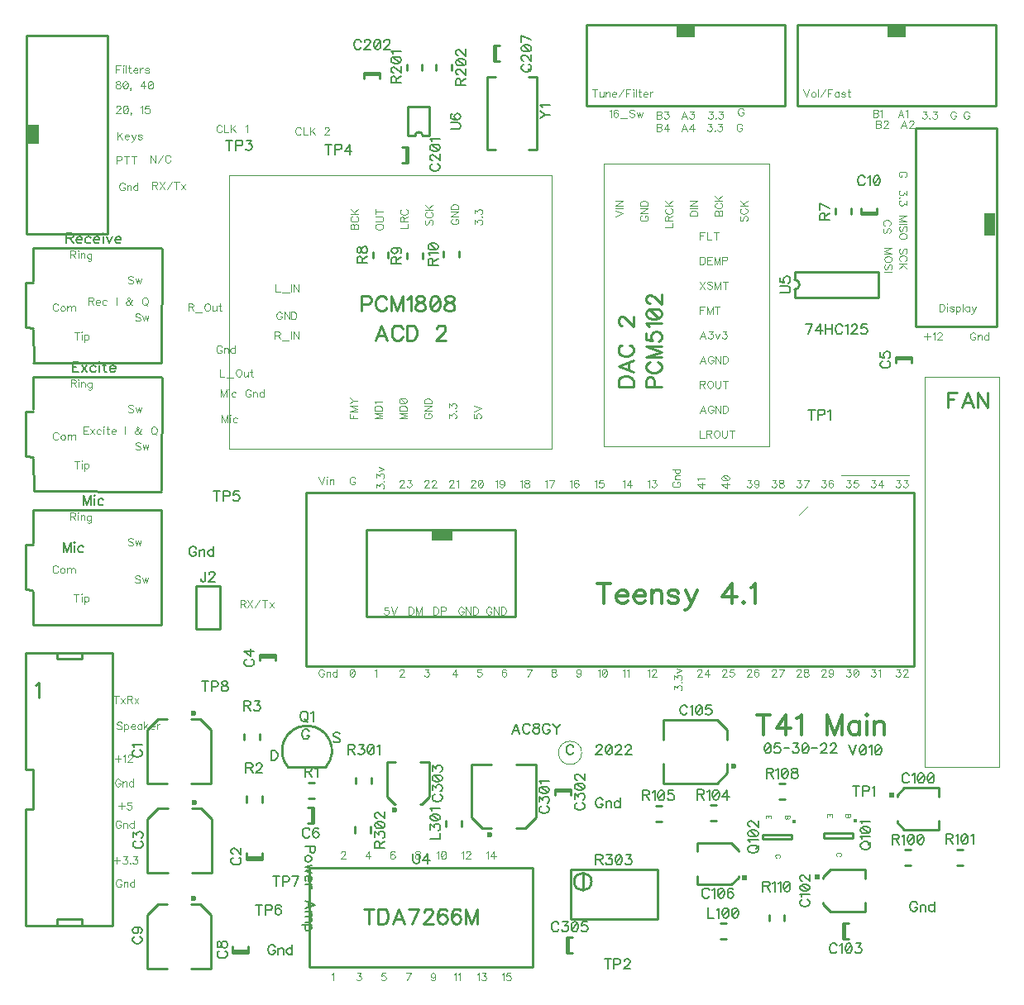
<source format=gbr>
G04 DipTrace 3.3.1.1*
G04 TopSilk.gbr*
%MOIN*%
G04 #@! TF.FileFunction,Legend,Top*
G04 #@! TF.Part,Single*
%ADD10C,0.009843*%
%ADD12C,0.003*%
%ADD19C,0.01*%
%ADD22C,0.001312*%
%ADD23C,0.02362*%
%ADD26C,0.023676*%
%ADD29C,0.023606*%
%ADD31C,0.023616*%
%ADD38C,0.015404*%
%ADD43C,0.015475*%
%ADD91C,0.006176*%
%ADD92C,0.004632*%
%ADD93C,0.012351*%
%ADD94C,0.009264*%
%ADD95C,0.003088*%
%FSLAX26Y26*%
G04*
G70*
G90*
G75*
G01*
G04 TopSilk*
%LPD*%
X1152257Y1262691D2*
D10*
X1071550Y1262658D1*
X1152257Y1262691D2*
Y1479196D1*
X1108941Y1522491D2*
X1152257Y1479196D1*
X1108941Y1522491D2*
X1071550D1*
X973122Y1262658D2*
X892415Y1262691D1*
Y1479196D1*
X935730Y1522491D2*
X892415Y1479196D1*
X973122Y1522491D2*
X935730D1*
D23*
X1079410Y1546146D3*
X1357385Y966345D2*
D10*
X1294455D1*
X1357385Y958896D2*
X1294455D1*
X1357385D2*
Y982455D1*
X1294455Y958896D2*
Y982455D1*
X1155194Y903716D2*
X1074487Y903683D1*
X1155194Y903716D2*
Y1120221D1*
X1111878Y1163516D2*
X1155194Y1120221D1*
X1111878Y1163516D2*
X1074487D1*
X976059Y903683D2*
X895352Y903716D1*
Y1120221D1*
X938667Y1163516D2*
X895352Y1120221D1*
X976059Y1163516D2*
X938667D1*
D23*
X1082347Y1187171D3*
X1346929Y1775445D2*
D10*
X1409858D1*
X1346929Y1782894D2*
X1409858D1*
X1346929D2*
Y1759335D1*
X1409858Y1782894D2*
Y1759335D1*
X3910663Y2977409D2*
X3973592D1*
X3910663Y2984858D2*
X3973592D1*
X3910663D2*
Y2961299D1*
X3973592Y2984858D2*
Y2961299D1*
X1301387Y589689D2*
X1238458D1*
X1301387Y582240D2*
X1238458D1*
X1301387D2*
Y605799D1*
X1238458Y582240D2*
Y605799D1*
X1152257Y518304D2*
X1071550Y518271D1*
X1152257Y518304D2*
Y734809D1*
X1108941Y778104D2*
X1152257Y734809D1*
X1108941Y778104D2*
X1071550D1*
X973122Y518271D2*
X892415Y518304D1*
Y734809D1*
X935730Y778104D2*
X892415Y734809D1*
X973122Y778104D2*
X935730D1*
D23*
X1079410Y801758D3*
X3834171Y3567165D2*
D10*
X3771241D1*
X3834171Y3559717D2*
X3771241D1*
X3834171D2*
Y3583276D1*
X3771241Y3559717D2*
Y3583276D1*
X4085071Y1247438D2*
X4085095Y1212006D1*
X4085071Y1247438D2*
X3945373D1*
X3915814Y1217914D2*
X3945373Y1247438D1*
X3915814Y1217914D2*
X3915790Y1212006D1*
X4085095Y1113580D2*
X4085071Y1078147D1*
X3945373D1*
X3915814Y1107671D2*
X3945373Y1078147D1*
X3915790Y1113580D2*
X3915814Y1107671D1*
D26*
X3894162Y1217922D3*
X3786287Y916864D2*
D10*
X3786311Y881431D1*
X3786287Y916864D2*
X3646590D1*
X3617030Y887339D2*
X3646590Y916864D1*
X3617030Y887339D2*
X3617006Y881431D1*
X3786311Y783005D2*
X3786287Y747572D1*
X3646590D1*
X3617030Y777097D2*
X3646590Y747572D1*
X3617006Y783005D2*
X3617030Y777097D1*
D26*
X3595379Y887348D3*
X3704346Y636992D2*
D10*
Y699921D1*
X3696898Y636992D2*
Y699921D1*
Y636992D2*
X3720457D1*
X3696898Y699921D2*
X3720457D1*
X2972520Y1262592D2*
X2972488Y1343299D1*
X2972520Y1262592D2*
X3189025D1*
X3232320Y1305908D2*
X3189025Y1262592D1*
X3232320Y1305908D2*
Y1343299D1*
X2972488Y1441727D2*
X2972520Y1522434D1*
X3189025D1*
X3232320Y1479119D2*
X3189025Y1522434D1*
X3232320Y1441727D2*
Y1479119D1*
D29*
X3255975Y1335439D3*
X3109280Y855843D2*
D10*
X3109256Y891275D1*
X3109280Y855843D2*
X3248977D1*
X3278537Y885367D2*
X3248977Y855843D1*
X3278537Y885367D2*
X3278560Y891275D1*
X3109256Y989701D2*
X3109280Y1025134D1*
X3248977D1*
X3278537Y995609D2*
X3248977Y1025134D1*
X3278560Y989701D2*
X3278537Y995609D1*
D26*
X3300188Y885358D3*
X1768958Y4123732D2*
D10*
X1831887D1*
X1768958Y4131181D2*
X1831887D1*
X1768958D2*
Y4107622D1*
X1831887Y4131181D2*
Y4107622D1*
X1937442Y3831042D2*
Y3768113D1*
X1944891Y3831042D2*
Y3768113D1*
Y3831042D2*
X1921332D1*
X1944891Y3768113D2*
X1921332D1*
X2296979Y4177346D2*
Y4240276D1*
X2289530Y4177346D2*
Y4240276D1*
Y4177346D2*
X2313089D1*
X2289530Y4240276D2*
X2313089D1*
X2200205Y1342332D2*
X2280912Y1342364D1*
X2200205Y1342332D2*
Y1125826D1*
X2243520Y1082532D2*
X2200205Y1125826D1*
X2243520Y1082532D2*
X2280912D1*
X2379340Y1342364D2*
X2460047Y1342332D1*
Y1125826D1*
X2416731Y1082532D2*
X2460047Y1125826D1*
X2379340Y1082532D2*
X2416731D1*
D23*
X2273052Y1058877D3*
X2536171Y1234808D2*
D10*
X2599100D1*
X2536171Y1242257D2*
X2599100D1*
X2536171D2*
Y1218698D1*
X2599100Y1242257D2*
Y1218698D1*
X1860012Y1349626D2*
X1895444Y1349650D1*
X1860012Y1349626D2*
Y1209928D1*
X1889536Y1180369D2*
X1860012Y1209928D1*
X1889536Y1180369D2*
X1895444Y1180345D1*
X1993870Y1349650D2*
X2029303Y1349626D1*
Y1209928D1*
X1999779Y1180369D2*
X2029303Y1209928D1*
X1993870Y1180345D2*
X1999779Y1180369D1*
D31*
X1889528Y1158717D3*
X2592163Y581833D2*
D10*
Y644762D1*
X2584714Y581833D2*
Y644762D1*
Y581833D2*
X2608273D1*
X2584714Y644762D2*
X2608273D1*
X406035Y3102503D2*
X432496Y3100697D1*
X404720Y3280388D2*
Y3103800D1*
X951407Y2961343D2*
X435399Y2962316D1*
X433263Y3419278D2*
X434578Y3292059D1*
X951024Y3424465D2*
X434578Y3423168D1*
X435892Y2964909D2*
X434578Y3093426D1*
X952558Y3419278D2*
X951407Y2965233D1*
X404720Y3284278D2*
X434578Y3282981D1*
X406752Y2583120D2*
X433212Y2581313D1*
X405437Y2761005D2*
Y2584416D1*
X952124Y2441960D2*
X436116Y2442933D1*
X433979Y2899895D2*
X435294Y2772675D1*
X951740Y2905082D2*
X435294Y2903785D1*
X436609Y2445526D2*
X435294Y2574042D1*
X953274Y2899895D2*
X952124Y2445850D1*
X405437Y2764895D2*
X435294Y2763598D1*
X3227080Y699911D2*
X3203521D1*
X3227080Y636982D2*
X3203521D1*
X2096949Y1113050D2*
Y1089491D1*
X2159878Y1113050D2*
Y1089491D1*
D38*
X3746324Y1114747D3*
X3737123Y1064604D2*
D10*
X3619018D1*
Y1044908D1*
X3737123D1*
Y1064604D1*
D38*
X3501450Y1109116D3*
X3492249Y1058973D2*
D10*
X3374144D1*
Y1039277D1*
X3492249D1*
Y1058973D1*
X3730678Y3559681D2*
Y3583240D1*
X3667749Y3559681D2*
Y3583240D1*
X1865493Y3384543D2*
Y3408102D1*
X1802564Y3384543D2*
Y3408102D1*
X2004173Y3381854D2*
Y3405413D1*
X1941244Y3381854D2*
Y3405413D1*
X2151912Y3387192D2*
Y3410751D1*
X2088983Y3387192D2*
Y3410751D1*
X3972115Y995816D2*
X3948556D1*
X3972115Y932887D2*
X3948556D1*
X4156512Y934937D2*
X4180071D1*
X4156512Y997866D2*
X4180071D1*
X3163853Y1113667D2*
X3187412D1*
X3163853Y1176596D2*
X3187412D1*
X2942564Y1110881D2*
X2966123D1*
X2942564Y1173810D2*
X2966123D1*
X3440978Y1199967D2*
X3464537D1*
X3440978Y1262896D2*
X3464537D1*
X3462010Y711983D2*
Y735542D1*
X3399081Y711983D2*
Y735542D1*
X1939136Y4165472D2*
Y4141913D1*
X2002066Y4165472D2*
Y4141913D1*
X2057247Y4165472D2*
Y4141913D1*
X2120176Y4165472D2*
Y4141913D1*
X1735403Y1287655D2*
Y1264096D1*
X1798332Y1287655D2*
Y1264096D1*
X1730572Y1089213D2*
Y1065654D1*
X1793501Y1089213D2*
Y1065654D1*
X2649387Y833232D2*
Y903232D1*
X2599337Y718232D2*
Y918232D1*
X2949337D2*
X2599337D1*
X2949337Y718232D2*
Y918232D1*
Y718232D2*
X2599337D1*
X2614387Y868232D2*
G02X2614387Y868232I35000J0D01*
G01*
X405177Y2045890D2*
X431638Y2044084D1*
X403862Y2223775D2*
Y2047187D1*
X950549Y1904730D2*
X434541Y1905703D1*
X432405Y2362665D2*
X433719Y2235446D1*
X950166Y2367852D2*
X433719Y2366556D1*
X435034Y1908296D2*
X433719Y2036813D1*
X951699Y2362665D2*
X950549Y1908621D1*
X403862Y2227665D2*
X433719Y2226369D1*
X1548840Y923143D2*
X2448840D1*
Y523143D1*
X1548840D1*
Y923143D1*
X3503183Y3225038D2*
X3841776D1*
X3503183Y3327414D2*
X3841776D1*
Y3225038D2*
Y3327414D1*
X3503183Y3225038D2*
Y3256531D1*
Y3295920D2*
Y3327414D1*
Y3256531D2*
G03X3503183Y3295920I12J19694D01*
G01*
X2032173Y3876016D2*
Y3994133D1*
X1945538D2*
Y3876016D1*
Y3994133D2*
X2032173D1*
Y3876016D2*
X2004612D1*
X1973100D2*
X1945538D1*
X2004612D2*
G03X1973100Y3876016I-15756J-11D01*
G01*
D43*
X2433195Y4139402D3*
X2464696Y4114278D2*
D10*
Y3819114D1*
X2431138D2*
X2464696D1*
X2431138Y4114278D2*
X2464696D1*
X2263989D2*
Y3819114D1*
X2297326D1*
X2263989Y4114278D2*
X2297326D1*
X1091659Y2059291D2*
X1186147D1*
Y1886063D1*
X1091659D1*
Y2059291D1*
X1461937Y1329767D2*
G02X1613178Y1329767I75620J66569D01*
G01*
X1461937D1*
X1542948Y1205743D2*
X1566507D1*
X1542948Y1268672D2*
X1566507D1*
X1293787Y1212567D2*
Y1189008D1*
X1356717Y1212567D2*
Y1189008D1*
X1285269Y1463774D2*
Y1440215D1*
X1348198Y1463774D2*
Y1440215D1*
X1557202Y1166133D2*
Y1103203D1*
X1564651Y1166133D2*
Y1103203D1*
Y1166133D2*
X1541092D1*
X1564651Y1103203D2*
X1541092D1*
X4028598Y2905587D2*
D22*
X4328433D1*
Y1330783D1*
X4028598D1*
Y2905587D1*
X3520282Y2346039D2*
D12*
X3557782Y2383539D1*
X3689033Y2508525D2*
X3964033D1*
X1532782Y2435963D2*
D10*
X3982782D1*
Y1735951D1*
X1532782D1*
Y2435963D1*
G36*
X4272453Y3550113D2*
X4309949D1*
Y3475121D1*
X4272453D1*
Y3550113D1*
G37*
X2551143Y1387973D2*
D12*
G02X2551143Y1387973I46869J0D01*
G01*
X3991198Y3907293D2*
D19*
X4316198D1*
Y3107293D1*
X3991198D1*
Y3907293D1*
G36*
X4272450Y3537331D2*
X4297450D1*
Y3487329D1*
X4272450D1*
Y3537331D1*
G37*
X3512701Y4322690D2*
D19*
X4312699D1*
Y3997690D1*
X3512701D1*
Y4322690D1*
G36*
X4266203Y3562612D2*
X4309949D1*
Y3475121D1*
X4266203D1*
Y3562612D1*
G37*
G36*
X3876268Y4322690D2*
X3951261D1*
Y4272696D1*
X3876268D1*
Y4322690D1*
G37*
X2732916Y3764675D2*
D22*
X3402207D1*
Y2622942D1*
X2732916D1*
Y3764675D1*
X1224307Y3715948D2*
X2523520D1*
Y2613585D1*
X1224307D1*
Y3715948D1*
X1778598Y2288018D2*
D19*
X2378598D1*
Y1938018D1*
X1778598D1*
Y2288018D1*
G36*
X2041197Y2287738D2*
X2122438D1*
Y2243992D1*
X2041197D1*
Y2287738D1*
G37*
X2662701Y4322690D2*
D19*
X3462699D1*
Y3997690D1*
X2662701D1*
Y4322690D1*
G36*
X3026268D2*
X3101261D1*
Y4272696D1*
X3026268D1*
Y4322690D1*
G37*
X408434Y4281949D2*
D19*
X733434D1*
Y3481950D1*
X408434D1*
Y4281949D1*
G36*
Y3920510D2*
X458429D1*
Y3845517D1*
X408434D1*
Y3920510D1*
G37*
X529944Y1766089D2*
D10*
Y1791390D1*
X630043Y1766089D2*
X529944D1*
X630043D2*
Y1791390D1*
X529944Y691390D2*
Y716690D1*
X630043D2*
X529944D1*
X630043Y691390D2*
Y716690D1*
X754993Y691390D2*
X404993D1*
X754993Y1791390D2*
X404993D1*
X754993Y691390D2*
Y1791390D1*
X435093Y1321690D2*
X404993D1*
X435093Y1161089D2*
Y1321690D1*
Y1161089D2*
X404993D1*
Y691390D2*
Y1161089D1*
Y1321690D2*
Y1791390D1*
X843387Y1399414D2*
D91*
X839584Y1397513D1*
X835738Y1393666D1*
X833836Y1389864D1*
Y1382214D1*
X835738Y1378368D1*
X839584Y1374565D1*
X843387Y1372620D1*
X849135Y1370718D1*
X858730D1*
X864433Y1372620D1*
X868280Y1374565D1*
X872083Y1378368D1*
X874028Y1382214D1*
Y1389864D1*
X872083Y1393666D1*
X868280Y1397513D1*
X864434Y1399414D1*
X841530Y1411766D2*
X839584Y1415612D1*
X833881Y1421361D1*
X874028Y1421360D1*
X1241459Y965451D2*
X1237657Y963550D1*
X1233810Y959703D1*
X1231908Y955900D1*
Y948251D1*
X1233810Y944404D1*
X1237656Y940602D1*
X1241459Y938656D1*
X1247207Y936755D1*
X1256802D1*
X1262506Y938656D1*
X1266352Y940602D1*
X1270155Y944404D1*
X1272100Y948251D1*
Y955900D1*
X1270155Y959703D1*
X1266352Y963550D1*
X1262506Y965451D1*
X1241503Y979748D2*
X1239602D1*
X1235755Y981649D1*
X1233854Y983550D1*
X1231953Y987397D1*
Y995046D1*
X1233854Y998849D1*
X1235755Y1000750D1*
X1239602Y1002696D1*
X1243405D1*
X1247251Y1000750D1*
X1252955Y996948D1*
X1272100Y977802D1*
Y1004597D1*
X846324Y1031839D2*
X842521Y1029938D1*
X838675Y1026091D1*
X836773Y1022289D1*
Y1014639D1*
X838675Y1010793D1*
X842521Y1006990D1*
X846324Y1005045D1*
X852072Y1003143D1*
X861667D1*
X867370Y1005045D1*
X871217Y1006990D1*
X875020Y1010793D1*
X876965Y1014639D1*
Y1022289D1*
X875020Y1026091D1*
X871217Y1029938D1*
X867371Y1031839D1*
X836818Y1048037D2*
Y1069040D1*
X852116Y1057588D1*
Y1063336D1*
X854017Y1067139D1*
X855919Y1069040D1*
X861667Y1070985D1*
X865469D1*
X871217Y1069040D1*
X875064Y1065237D1*
X876965Y1059489D1*
Y1053741D1*
X875064Y1048037D1*
X873119Y1046136D1*
X869316Y1044191D1*
X1293933Y1764939D2*
X1290130Y1763037D1*
X1286283Y1759191D1*
X1284382Y1755388D1*
Y1747739D1*
X1286283Y1743892D1*
X1290130Y1740089D1*
X1293933Y1738144D1*
X1299681Y1736243D1*
X1309276D1*
X1314979Y1738144D1*
X1318826Y1740089D1*
X1322629Y1743892D1*
X1324574Y1747739D1*
Y1755388D1*
X1322629Y1759190D1*
X1318826Y1763037D1*
X1314979Y1764939D1*
X1324574Y1796435D2*
X1284426D1*
X1311177Y1777290D1*
Y1805986D1*
X3857666Y2967854D2*
X3853864Y2965953D1*
X3850017Y2962106D1*
X3848116Y2958303D1*
Y2950654D1*
X3850017Y2946807D1*
X3853864Y2943005D1*
X3857666Y2941059D1*
X3863414Y2939158D1*
X3873009D1*
X3878713Y2941059D1*
X3882560Y2943005D1*
X3886362Y2946807D1*
X3888308Y2950654D1*
Y2958303D1*
X3886362Y2962106D1*
X3882560Y2965952D1*
X3878713Y2967854D1*
X3848160Y3003153D2*
Y2984052D1*
X3865360Y2982151D1*
X3863459Y2984052D1*
X3861513Y2989800D1*
Y2995504D1*
X3863459Y3001252D1*
X3867261Y3005099D1*
X3873009Y3007000D1*
X3876812D1*
X3882560Y3005098D1*
X3886407Y3001252D1*
X3888308Y2995504D1*
Y2989800D1*
X3886407Y2984052D1*
X3884461Y2982151D1*
X3880659Y2980205D1*
X1185462Y588817D2*
X1181659Y586916D1*
X1177812Y583069D1*
X1175911Y579266D1*
Y571617D1*
X1177812Y567770D1*
X1181659Y563968D1*
X1185462Y562022D1*
X1191210Y560121D1*
X1200804D1*
X1206508Y562022D1*
X1210355Y563968D1*
X1214158Y567770D1*
X1216103Y571617D1*
Y579266D1*
X1214158Y583069D1*
X1210355Y586916D1*
X1206508Y588817D1*
X1175955Y610719D2*
X1177857Y605015D1*
X1181659Y603069D1*
X1185506D1*
X1189308Y605015D1*
X1191254Y608817D1*
X1193155Y616467D1*
X1195056Y622215D1*
X1198903Y626017D1*
X1202706Y627919D1*
X1208454D1*
X1212256Y626017D1*
X1214202Y624116D1*
X1216103Y618368D1*
Y610719D1*
X1214202Y605015D1*
X1212256Y603069D1*
X1208454Y601168D1*
X1202706D1*
X1198903Y603069D1*
X1195056Y606916D1*
X1193155Y612620D1*
X1191254Y620269D1*
X1189308Y624116D1*
X1185506Y626017D1*
X1181659D1*
X1177857Y624116D1*
X1175955Y618368D1*
Y610719D1*
X843387Y647378D2*
X839584Y645477D1*
X835738Y641630D1*
X833836Y637827D1*
Y630178D1*
X835738Y626331D1*
X839584Y622529D1*
X843387Y620583D1*
X849135Y618682D1*
X858730D1*
X864433Y620583D1*
X868280Y622529D1*
X872083Y626331D1*
X874028Y630178D1*
Y637827D1*
X872083Y641630D1*
X868280Y645477D1*
X864434Y647378D1*
X847234Y684623D2*
X852982Y682677D1*
X856828Y678875D1*
X858730Y673127D1*
Y671225D1*
X856828Y665477D1*
X852982Y661675D1*
X847234Y659729D1*
X845332D1*
X839584Y661675D1*
X835782Y665477D1*
X833881Y671225D1*
Y673127D1*
X835782Y678875D1*
X839584Y682677D1*
X847234Y684623D1*
X856828D1*
X866379Y682677D1*
X872127Y678875D1*
X874028Y673127D1*
Y669324D1*
X872127Y663576D1*
X868280Y661675D1*
X3786508Y3707138D2*
X3784607Y3710941D1*
X3780760Y3714787D1*
X3776957Y3716689D1*
X3769308D1*
X3765461Y3714787D1*
X3761659Y3710941D1*
X3759713Y3707138D1*
X3757812Y3701390D1*
Y3691795D1*
X3759713Y3686091D1*
X3761659Y3682245D1*
X3765461Y3678442D1*
X3769308Y3676497D1*
X3776957D1*
X3780760Y3678442D1*
X3784607Y3682245D1*
X3786508Y3686091D1*
X3798859Y3708995D2*
X3802706Y3710941D1*
X3808454Y3716644D1*
Y3676497D1*
X3832302Y3716644D2*
X3826553Y3714743D1*
X3822707Y3708995D1*
X3820805Y3699445D1*
Y3693697D1*
X3822707Y3684146D1*
X3826553Y3678398D1*
X3832302Y3676497D1*
X3836104D1*
X3841852Y3678398D1*
X3845655Y3684146D1*
X3847600Y3693697D1*
Y3699445D1*
X3845655Y3708995D1*
X3841852Y3714743D1*
X3836104Y3716644D1*
X3832302D1*
X3845655Y3708995D2*
X3822707Y3684146D1*
X3964671Y1296466D2*
X3962770Y1300269D1*
X3958923Y1304116D1*
X3955120Y1306017D1*
X3947471D1*
X3943624Y1304116D1*
X3939822Y1300269D1*
X3937876Y1296466D1*
X3935975Y1290718D1*
Y1281123D1*
X3937876Y1275420D1*
X3939822Y1271573D1*
X3943624Y1267770D1*
X3947471Y1265825D1*
X3955120D1*
X3958923Y1267770D1*
X3962770Y1271573D1*
X3964671Y1275420D1*
X3977022Y1298323D2*
X3980869Y1300269D1*
X3986617Y1305973D1*
Y1265825D1*
X4010465Y1305973D2*
X4004717Y1304071D1*
X4000870Y1298323D1*
X3998969Y1288773D1*
Y1283025D1*
X4000870Y1273474D1*
X4004717Y1267726D1*
X4010465Y1265825D1*
X4014267D1*
X4020015Y1267726D1*
X4023818Y1273474D1*
X4025763Y1283025D1*
Y1288773D1*
X4023818Y1298323D1*
X4020015Y1304071D1*
X4014267Y1305973D1*
X4010465D1*
X4023818Y1298323D2*
X4000870Y1273474D1*
X4049611Y1305973D2*
X4043863Y1304071D1*
X4040016Y1298323D1*
X4038115Y1288773D1*
Y1283025D1*
X4040016Y1273474D1*
X4043863Y1267726D1*
X4049611Y1265825D1*
X4053413D1*
X4059161Y1267726D1*
X4062964Y1273474D1*
X4064909Y1283025D1*
Y1288773D1*
X4062964Y1298323D1*
X4059161Y1304071D1*
X4053413Y1305973D1*
X4049611D1*
X4062964Y1298323D2*
X4040016Y1273474D1*
X3533536Y796447D2*
X3529734Y794545D1*
X3525887Y790699D1*
X3523986Y786896D1*
Y779247D1*
X3525887Y775400D1*
X3529734Y771598D1*
X3533536Y769652D1*
X3539284Y767751D1*
X3548879D1*
X3554583Y769652D1*
X3558430Y771598D1*
X3562232Y775400D1*
X3564178Y779247D1*
Y786896D1*
X3562232Y790699D1*
X3558430Y794545D1*
X3554583Y796447D1*
X3531679Y808798D2*
X3529734Y812645D1*
X3524030Y818393D1*
X3564178D1*
X3524030Y842240D2*
X3525931Y836492D1*
X3531679Y832646D1*
X3541230Y830744D1*
X3546978D1*
X3556529Y832646D1*
X3562277Y836492D1*
X3564178Y842240D1*
Y846043D1*
X3562277Y851791D1*
X3556529Y855593D1*
X3546978Y857539D1*
X3541230D1*
X3531679Y855593D1*
X3525931Y851791D1*
X3524030Y846043D1*
Y842240D1*
X3531679Y855593D2*
X3556529Y832646D1*
X3533581Y871836D2*
X3531679D1*
X3527833Y873737D1*
X3525931Y875638D1*
X3524030Y879485D1*
Y887134D1*
X3525931Y890937D1*
X3527833Y892838D1*
X3531679Y894784D1*
X3535482D1*
X3539329Y892838D1*
X3545033Y889036D1*
X3564178Y869890D1*
Y896685D1*
X3672906Y609906D2*
X3671005Y613709D1*
X3667158Y617555D1*
X3663355Y619457D1*
X3655706D1*
X3651859Y617555D1*
X3648057Y613709D1*
X3646111Y609906D1*
X3644210Y604158D1*
Y594563D1*
X3646111Y588859D1*
X3648057Y585013D1*
X3651859Y581210D1*
X3655706Y579265D1*
X3663355D1*
X3667158Y581210D1*
X3671005Y585013D1*
X3672906Y588859D1*
X3685257Y611763D2*
X3689104Y613709D1*
X3694852Y619412D1*
Y579265D1*
X3718700Y619412D2*
X3712952Y617511D1*
X3709105Y611763D1*
X3707204Y602213D1*
Y596465D1*
X3709105Y586914D1*
X3712952Y581166D1*
X3718700Y579265D1*
X3722502D1*
X3728250Y581166D1*
X3732053Y586914D1*
X3733998Y596465D1*
Y602213D1*
X3732053Y611763D1*
X3728250Y617511D1*
X3722502Y619412D1*
X3718700D1*
X3732053Y611763D2*
X3709105Y586914D1*
X3750196Y619412D2*
X3771199D1*
X3759747Y604114D1*
X3765495D1*
X3769298Y602213D1*
X3771199Y600311D1*
X3773144Y594563D1*
Y590761D1*
X3771199Y585013D1*
X3767396Y581166D1*
X3761648Y579265D1*
X3755900D1*
X3750196Y581166D1*
X3748295Y583111D1*
X3746350Y586914D1*
X3070098Y1571462D2*
X3068196Y1575265D1*
X3064350Y1579112D1*
X3060547Y1581013D1*
X3052898D1*
X3049051Y1579112D1*
X3045248Y1575265D1*
X3043303Y1571462D1*
X3041402Y1565714D1*
Y1556119D1*
X3043303Y1550416D1*
X3045248Y1546569D1*
X3049051Y1542766D1*
X3052898Y1540821D1*
X3060547D1*
X3064350Y1542766D1*
X3068196Y1546569D1*
X3070098Y1550416D1*
X3082449Y1573319D2*
X3086296Y1575265D1*
X3092044Y1580969D1*
Y1540821D1*
X3115891Y1580969D2*
X3110143Y1579067D1*
X3106296Y1573319D1*
X3104395Y1563769D1*
Y1558021D1*
X3106296Y1548470D1*
X3110143Y1542722D1*
X3115891Y1540821D1*
X3119694D1*
X3125442Y1542722D1*
X3129244Y1548470D1*
X3131190Y1558021D1*
Y1563769D1*
X3129244Y1573319D1*
X3125442Y1579067D1*
X3119694Y1580969D1*
X3115891D1*
X3129244Y1573319D2*
X3106296Y1548470D1*
X3166489Y1580969D2*
X3147388D1*
X3145487Y1563769D1*
X3147388Y1565670D1*
X3153136Y1567616D1*
X3158840D1*
X3164588Y1565670D1*
X3168435Y1561867D1*
X3170336Y1556119D1*
Y1552317D1*
X3168435Y1546569D1*
X3164588Y1542722D1*
X3158840Y1540821D1*
X3153136D1*
X3147388Y1542722D1*
X3145487Y1544668D1*
X3143541Y1548470D1*
X3159110Y832725D2*
X3157208Y836528D1*
X3153362Y840374D1*
X3149559Y842276D1*
X3141910D1*
X3138063Y840374D1*
X3134261Y836528D1*
X3132315Y832725D1*
X3130414Y826977D1*
Y817382D1*
X3132315Y811678D1*
X3134261Y807832D1*
X3138063Y804029D1*
X3141910Y802084D1*
X3149559D1*
X3153362Y804029D1*
X3157208Y807832D1*
X3159110Y811678D1*
X3171461Y834582D2*
X3175308Y836528D1*
X3181056Y842231D1*
Y802084D1*
X3204903Y842231D2*
X3199155Y840330D1*
X3195309Y834582D1*
X3193407Y825031D1*
Y819283D1*
X3195309Y809733D1*
X3199155Y803985D1*
X3204903Y802084D1*
X3208706D1*
X3214454Y803985D1*
X3218256Y809733D1*
X3220202Y819283D1*
Y825031D1*
X3218256Y834582D1*
X3214454Y840330D1*
X3208706Y842231D1*
X3204903D1*
X3218256Y834582D2*
X3195309Y809733D1*
X3255501Y836528D2*
X3253600Y840330D1*
X3247852Y842231D1*
X3244049D1*
X3238301Y840330D1*
X3234455Y834582D1*
X3232553Y825031D1*
Y815481D1*
X3234455Y807832D1*
X3238301Y803985D1*
X3244049Y802084D1*
X3245951D1*
X3251654Y803985D1*
X3255501Y807832D1*
X3257403Y813580D1*
Y815481D1*
X3255501Y821229D1*
X3251654Y825031D1*
X3245951Y826933D1*
X3244049D1*
X3238301Y825031D1*
X3234455Y821229D1*
X3232553Y815481D1*
X1756051Y4255044D2*
X1754150Y4258846D1*
X1750303Y4262693D1*
X1746501Y4264594D1*
X1738852D1*
X1735005Y4262693D1*
X1731202Y4258846D1*
X1729257Y4255044D1*
X1727356Y4249296D1*
Y4239701D1*
X1729257Y4233997D1*
X1731202Y4230150D1*
X1735005Y4226348D1*
X1738852Y4224402D1*
X1746501D1*
X1750303Y4226348D1*
X1754150Y4230150D1*
X1756051Y4233997D1*
X1770348Y4254999D2*
Y4256901D1*
X1772250Y4260747D1*
X1774151Y4262649D1*
X1777998Y4264550D1*
X1785647D1*
X1789449Y4262649D1*
X1791351Y4260747D1*
X1793296Y4256901D1*
Y4253098D1*
X1791351Y4249251D1*
X1787548Y4243548D1*
X1768403Y4224402D1*
X1795198D1*
X1819045Y4264550D2*
X1813297Y4262649D1*
X1809450Y4256901D1*
X1807549Y4247350D1*
Y4241602D1*
X1809450Y4232052D1*
X1813297Y4226303D1*
X1819045Y4224402D1*
X1822848D1*
X1828596Y4226303D1*
X1832398Y4232052D1*
X1834344Y4241602D1*
Y4247350D1*
X1832398Y4256901D1*
X1828596Y4262649D1*
X1822848Y4264550D1*
X1819045D1*
X1832398Y4256901D2*
X1809450Y4232052D1*
X1848640Y4254999D2*
Y4256901D1*
X1850542Y4260747D1*
X1852443Y4262649D1*
X1856290Y4264550D1*
X1863939D1*
X1867742Y4262649D1*
X1869643Y4260747D1*
X1871588Y4256901D1*
Y4253098D1*
X1869643Y4249251D1*
X1865840Y4243548D1*
X1846695Y4224402D1*
X1873490D1*
X2042843Y3763806D2*
X2039041Y3761905D1*
X2035194Y3758058D1*
X2033293Y3754256D1*
Y3746606D1*
X2035194Y3742760D1*
X2039041Y3738957D1*
X2042843Y3737012D1*
X2048591Y3735110D1*
X2058186D1*
X2063890Y3737012D1*
X2067737Y3738957D1*
X2071539Y3742760D1*
X2073485Y3746606D1*
Y3754256D1*
X2071539Y3758058D1*
X2067737Y3761905D1*
X2063890Y3763806D1*
X2042888Y3778103D2*
X2040986D1*
X2037139Y3780004D1*
X2035238Y3781906D1*
X2033337Y3785752D1*
Y3793402D1*
X2035238Y3797204D1*
X2037139Y3799106D1*
X2040986Y3801051D1*
X2044789D1*
X2048636Y3799106D1*
X2054339Y3795303D1*
X2073485Y3776158D1*
Y3802952D1*
X2033337Y3826800D2*
X2035238Y3821052D1*
X2040986Y3817205D1*
X2050537Y3815304D1*
X2056285D1*
X2065835Y3817205D1*
X2071583Y3821052D1*
X2073485Y3826800D1*
Y3830602D1*
X2071583Y3836350D1*
X2065835Y3840153D1*
X2056285Y3842098D1*
X2050537D1*
X2040986Y3840153D1*
X2035238Y3836350D1*
X2033337Y3830602D1*
Y3826800D1*
X2040986Y3840153D2*
X2065835Y3817205D1*
X2040986Y3854450D2*
X2039041Y3858297D1*
X2033337Y3864045D1*
X2073485D1*
X2411041Y4164440D2*
X2407239Y4162539D1*
X2403392Y4158692D1*
X2401491Y4154889D1*
Y4147240D1*
X2403392Y4143393D1*
X2407239Y4139591D1*
X2411041Y4137645D1*
X2416789Y4135744D1*
X2426384D1*
X2432088Y4137645D1*
X2435935Y4139591D1*
X2439737Y4143393D1*
X2441683Y4147240D1*
Y4154889D1*
X2439737Y4158692D1*
X2435935Y4162539D1*
X2432088Y4164440D1*
X2411086Y4178737D2*
X2409184D1*
X2405338Y4180638D1*
X2403436Y4182539D1*
X2401535Y4186386D1*
Y4194035D1*
X2403436Y4197838D1*
X2405338Y4199739D1*
X2409184Y4201685D1*
X2412987D1*
X2416834Y4199739D1*
X2422538Y4195937D1*
X2441683Y4176791D1*
Y4203586D1*
X2401535Y4227433D2*
X2403436Y4221685D1*
X2409184Y4217839D1*
X2418735Y4215937D1*
X2424483D1*
X2434034Y4217839D1*
X2439782Y4221685D1*
X2441683Y4227433D1*
Y4231236D1*
X2439782Y4236984D1*
X2434034Y4240787D1*
X2424483Y4242732D1*
X2418735D1*
X2409184Y4240787D1*
X2403436Y4236984D1*
X2401535Y4231236D1*
Y4227433D1*
X2409184Y4240787D2*
X2434034Y4217839D1*
X2441683Y4262733D2*
X2401535Y4281878D1*
Y4255083D1*
X2483165Y1173212D2*
X2479362Y1171311D1*
X2475516Y1167464D1*
X2473614Y1163661D1*
Y1156012D1*
X2475515Y1152165D1*
X2479362Y1148363D1*
X2483165Y1146417D1*
X2488913Y1144516D1*
X2498508D1*
X2504211Y1146417D1*
X2508058Y1148363D1*
X2511861Y1152165D1*
X2513806Y1156012D1*
Y1163661D1*
X2511861Y1167464D1*
X2508058Y1171311D1*
X2504211Y1173212D1*
X2473658Y1189410D2*
Y1210412D1*
X2488957Y1198961D1*
Y1204709D1*
X2490858Y1208511D1*
X2492760Y1210412D1*
X2498508Y1212358D1*
X2502310D1*
X2508058Y1210412D1*
X2511905Y1206610D1*
X2513806Y1200862D1*
Y1195114D1*
X2511905Y1189410D1*
X2509959Y1187509D1*
X2506157Y1185563D1*
X2473658Y1236205D2*
X2475560Y1230457D1*
X2481308Y1226611D1*
X2490858Y1224709D1*
X2496606D1*
X2506157Y1226610D1*
X2511905Y1230457D1*
X2513806Y1236205D1*
Y1240008D1*
X2511905Y1245756D1*
X2506157Y1249558D1*
X2496606Y1251504D1*
X2490858D1*
X2481308Y1249558D1*
X2475560Y1245756D1*
X2473658Y1240008D1*
Y1236205D1*
X2481308Y1249558D2*
X2506157Y1226610D1*
X2481308Y1263855D2*
X2479362Y1267702D1*
X2473658Y1273450D1*
X2513806D1*
X2626186Y1186107D2*
X2622383Y1184205D1*
X2618537Y1180359D1*
X2616635Y1176556D1*
Y1168907D1*
X2618536Y1165060D1*
X2622383Y1161258D1*
X2626186Y1159312D1*
X2631934Y1157411D1*
X2641529D1*
X2647232Y1159312D1*
X2651079Y1161258D1*
X2654882Y1165060D1*
X2656827Y1168907D1*
Y1176556D1*
X2654882Y1180359D1*
X2651079Y1184205D1*
X2647232Y1186107D1*
X2616679Y1202305D2*
Y1223307D1*
X2631978Y1211855D1*
Y1217603D1*
X2633879Y1221406D1*
X2635781Y1223307D1*
X2641529Y1225253D1*
X2645331D1*
X2651079Y1223307D1*
X2654926Y1219505D1*
X2656827Y1213757D1*
Y1208009D1*
X2654926Y1202305D1*
X2652980Y1200403D1*
X2649178Y1198458D1*
X2616679Y1249100D2*
X2618581Y1243352D1*
X2624329Y1239505D1*
X2633879Y1237604D1*
X2639627D1*
X2649178Y1239505D1*
X2654926Y1243352D1*
X2656827Y1249100D1*
Y1252903D1*
X2654926Y1258651D1*
X2649178Y1262453D1*
X2639627Y1264399D1*
X2633879D1*
X2624329Y1262453D1*
X2618581Y1258651D1*
X2616679Y1252903D1*
Y1249100D1*
X2624329Y1262453D2*
X2649178Y1239505D1*
X2626230Y1278696D2*
X2624329D1*
X2620482Y1280597D1*
X2618581Y1282498D1*
X2616679Y1286345D1*
Y1293994D1*
X2618581Y1297797D1*
X2620482Y1299698D1*
X2624329Y1301644D1*
X2628131D1*
X2631978Y1299698D1*
X2637682Y1295895D1*
X2656827Y1276750D1*
Y1303545D1*
X2052421Y1220626D2*
X2048618Y1218725D1*
X2044771Y1214878D1*
X2042870Y1211076D1*
Y1203426D1*
X2044771Y1199580D1*
X2048618Y1195777D1*
X2052421Y1193832D1*
X2058169Y1191930D1*
X2067764D1*
X2073467Y1193832D1*
X2077314Y1195777D1*
X2081117Y1199580D1*
X2083062Y1203426D1*
Y1211076D1*
X2081117Y1214878D1*
X2077314Y1218725D1*
X2073467Y1220626D1*
X2042914Y1236824D2*
Y1257827D1*
X2058213Y1246375D1*
Y1252123D1*
X2060114Y1255926D1*
X2062016Y1257827D1*
X2067764Y1259772D1*
X2071566D1*
X2077314Y1257827D1*
X2081161Y1254024D1*
X2083062Y1248276D1*
Y1242528D1*
X2081161Y1236824D1*
X2079215Y1234923D1*
X2075413Y1232978D1*
X2042914Y1283620D2*
X2044816Y1277872D1*
X2050564Y1274025D1*
X2060114Y1272124D1*
X2065862D1*
X2075413Y1274025D1*
X2081161Y1277872D1*
X2083062Y1283620D1*
Y1287422D1*
X2081161Y1293170D1*
X2075413Y1296973D1*
X2065862Y1298918D1*
X2060114D1*
X2050564Y1296973D1*
X2044816Y1293170D1*
X2042914Y1287422D1*
Y1283620D1*
X2050564Y1296973D2*
X2075413Y1274025D1*
X2042914Y1315117D2*
Y1336119D1*
X2058213Y1324667D1*
Y1330415D1*
X2060114Y1334218D1*
X2062016Y1336119D1*
X2067764Y1338064D1*
X2071566D1*
X2077314Y1336119D1*
X2081161Y1332316D1*
X2083062Y1326568D1*
Y1320820D1*
X2081161Y1315117D1*
X2079215Y1313215D1*
X2075413Y1311270D1*
X2552122Y697759D2*
X2550221Y701561D1*
X2546374Y705408D1*
X2542572Y707309D1*
X2534922D1*
X2531076Y705408D1*
X2527273Y701561D1*
X2525328Y697759D1*
X2523426Y692011D1*
Y682416D1*
X2525328Y676712D1*
X2527273Y672865D1*
X2531076Y669063D1*
X2534922Y667117D1*
X2542572D1*
X2546374Y669063D1*
X2550221Y672865D1*
X2552122Y676712D1*
X2568320Y707265D2*
X2589323D1*
X2577871Y691967D1*
X2583619D1*
X2587422Y690065D1*
X2589323Y688164D1*
X2591268Y682416D1*
Y678613D1*
X2589323Y672865D1*
X2585520Y669019D1*
X2579772Y667117D1*
X2574024D1*
X2568320Y669019D1*
X2566419Y670964D1*
X2564474Y674767D1*
X2615116Y707265D2*
X2609368Y705364D1*
X2605521Y699616D1*
X2603620Y690065D1*
Y684317D1*
X2605521Y674767D1*
X2609368Y669019D1*
X2615116Y667117D1*
X2618918D1*
X2624666Y669019D1*
X2628469Y674767D1*
X2630414Y684317D1*
Y690065D1*
X2628469Y699616D1*
X2624666Y705364D1*
X2618918Y707265D1*
X2615116D1*
X2628469Y699616D2*
X2605521Y674767D1*
X2665714Y707265D2*
X2646613D1*
X2644711Y690065D1*
X2646613Y691967D1*
X2652361Y693912D1*
X2658064D1*
X2663812Y691967D1*
X2667659Y688164D1*
X2669561Y682416D1*
Y678613D1*
X2667659Y672865D1*
X2663812Y669019D1*
X2658064Y667117D1*
X2652361D1*
X2646613Y669019D1*
X2644711Y670964D1*
X2642766Y674767D1*
X568872Y3463898D2*
X586072D1*
X591820Y3465844D1*
X593766Y3467745D1*
X595667Y3471548D1*
Y3475394D1*
X593766Y3479197D1*
X591820Y3481142D1*
X586072Y3483044D1*
X568872D1*
Y3442852D1*
X582270Y3463898D2*
X595667Y3442852D1*
X608018Y3458150D2*
X630966D1*
Y3461997D1*
X629065Y3465844D1*
X627164Y3467745D1*
X623317Y3469646D1*
X617569D1*
X613766Y3467745D1*
X609920Y3463898D1*
X608018Y3458150D1*
Y3454348D1*
X609920Y3448600D1*
X613766Y3444797D1*
X617569Y3442852D1*
X623317D1*
X627164Y3444797D1*
X630966Y3448600D1*
X666310Y3463898D2*
X662463Y3467745D1*
X658616Y3469646D1*
X652912D1*
X649066Y3467745D1*
X645263Y3463898D1*
X643318Y3458150D1*
Y3454348D1*
X645263Y3448600D1*
X649066Y3444797D1*
X652912Y3442852D1*
X658616D1*
X662463Y3444797D1*
X666310Y3448600D1*
X678661Y3458150D2*
X701609D1*
Y3461997D1*
X699708Y3465844D1*
X697807Y3467745D1*
X693960Y3469646D1*
X688212D1*
X684409Y3467745D1*
X680562Y3463898D1*
X678661Y3458150D1*
Y3454348D1*
X680562Y3448600D1*
X684409Y3444797D1*
X688212Y3442852D1*
X693960D1*
X697807Y3444797D1*
X701609Y3448600D1*
X713961Y3483044D2*
X715862Y3481142D1*
X717807Y3483044D1*
X715862Y3484989D1*
X713961Y3483044D1*
X715862Y3469646D2*
Y3442852D1*
X730159Y3469646D2*
X741655Y3442852D1*
X753107Y3469646D1*
X765458Y3458150D2*
X788406D1*
Y3461997D1*
X786505Y3465844D1*
X784603Y3467745D1*
X780757Y3469646D1*
X775009D1*
X771206Y3467745D1*
X767359Y3463898D1*
X765458Y3458150D1*
Y3454348D1*
X767359Y3448600D1*
X771206Y3444797D1*
X775009Y3442852D1*
X780757D1*
X784603Y3444797D1*
X788406Y3448600D1*
X617836Y2963660D2*
X592987D1*
Y2923468D1*
X617836D1*
X592987Y2944515D2*
X608285D1*
X630187Y2950263D2*
X651234Y2923468D1*
Y2950263D2*
X630187Y2923468D1*
X686577Y2944515D2*
X682731Y2948362D1*
X678884Y2950263D1*
X673180D1*
X669333Y2948362D1*
X665531Y2944515D1*
X663585Y2938767D1*
Y2934965D1*
X665531Y2929217D1*
X669333Y2925414D1*
X673180Y2923468D1*
X678884D1*
X682731Y2925414D1*
X686577Y2929217D1*
X698929Y2963660D2*
X700830Y2961759D1*
X702775Y2963660D1*
X700830Y2965606D1*
X698929Y2963660D1*
X700830Y2950263D2*
Y2923468D1*
X720875Y2963660D2*
Y2931118D1*
X722776Y2925414D1*
X726623Y2923468D1*
X730425D1*
X715127Y2950263D2*
X728524D1*
X742777Y2938767D2*
X765725D1*
Y2942614D1*
X763823Y2946461D1*
X761922Y2948362D1*
X758075Y2950263D1*
X752327D1*
X748525Y2948362D1*
X744678Y2944515D1*
X742777Y2938767D1*
Y2934965D1*
X744678Y2929217D1*
X748525Y2925414D1*
X752327Y2923468D1*
X758075D1*
X761922Y2925414D1*
X765725Y2929217D1*
X3153707Y762458D2*
Y722266D1*
X3176655D1*
X3189007Y754764D2*
X3192853Y756710D1*
X3198602Y762414D1*
Y722266D1*
X3222449Y762414D2*
X3216701Y760512D1*
X3212854Y754764D1*
X3210953Y745214D1*
Y739466D1*
X3212854Y729915D1*
X3216701Y724167D1*
X3222449Y722266D1*
X3226252D1*
X3232000Y724167D1*
X3235802Y729915D1*
X3237748Y739466D1*
Y745214D1*
X3235802Y754764D1*
X3232000Y760512D1*
X3226252Y762414D1*
X3222449D1*
X3235802Y754764D2*
X3212854Y729915D1*
X3261595Y762414D2*
X3255847Y760512D1*
X3252000Y754764D1*
X3250099Y745214D1*
Y739466D1*
X3252000Y729915D1*
X3255847Y724167D1*
X3261595Y722266D1*
X3265398D1*
X3271146Y724167D1*
X3274948Y729915D1*
X3276894Y739466D1*
Y745214D1*
X3274948Y754764D1*
X3271146Y760512D1*
X3265398Y762414D1*
X3261595D1*
X3274948Y754764D2*
X3252000Y729915D1*
X2034402Y1039677D2*
X2074594D1*
Y1062625D1*
X2034446Y1078823D2*
Y1099826D1*
X2049745Y1088374D1*
Y1094122D1*
X2051646Y1097924D1*
X2053547Y1099826D1*
X2059295Y1101771D1*
X2063098D1*
X2068846Y1099826D1*
X2072693Y1096023D1*
X2074594Y1090275D1*
Y1084527D1*
X2072693Y1078823D1*
X2070747Y1076922D1*
X2066945Y1074977D1*
X2034446Y1125619D2*
X2036347Y1119871D1*
X2042095Y1116024D1*
X2051646Y1114123D1*
X2057394D1*
X2066945Y1116024D1*
X2072693Y1119871D1*
X2074594Y1125619D1*
Y1129421D1*
X2072693Y1135169D1*
X2066945Y1138972D1*
X2057394Y1140917D1*
X2051646D1*
X2042095Y1138972D1*
X2036347Y1135169D1*
X2034446Y1129421D1*
Y1125619D1*
X2042095Y1138972D2*
X2066945Y1116024D1*
X2042095Y1153269D2*
X2040150Y1157115D1*
X2034446Y1162863D1*
X2074594D1*
X3767593Y1010072D2*
X3769450Y1006270D1*
X3773297Y1002423D1*
X3777144Y1000522D1*
X3782892Y998576D1*
X3792442D1*
X3798190Y1000522D1*
X3801993Y1002423D1*
X3805840Y1006270D1*
X3807741Y1010072D1*
Y1017721D1*
X3805840Y1021568D1*
X3801993Y1025371D1*
X3798190Y1027272D1*
X3792442Y1029218D1*
X3782892D1*
X3777144Y1027272D1*
X3773297Y1025371D1*
X3769450Y1021568D1*
X3767593Y1017722D1*
Y1010072D1*
X3800092Y1015820D2*
X3811588Y1027272D1*
X3775287Y1041569D2*
X3773341Y1045416D1*
X3767637Y1051164D1*
X3807785D1*
X3767637Y1075011D2*
X3769539Y1069263D1*
X3775287Y1065416D1*
X3784837Y1063515D1*
X3790585D1*
X3800136Y1065416D1*
X3805884Y1069263D1*
X3807785Y1075011D1*
Y1078814D1*
X3805884Y1084562D1*
X3800136Y1088364D1*
X3790585Y1090310D1*
X3784837D1*
X3775287Y1088364D1*
X3769539Y1084562D1*
X3767637Y1078814D1*
Y1075011D1*
X3775287Y1088364D2*
X3800136Y1065416D1*
X3775287Y1102661D2*
X3773341Y1106508D1*
X3767637Y1112256D1*
X3807785D1*
X3315566Y995841D2*
X3317423Y992039D1*
X3321270Y988192D1*
X3325116Y986291D1*
X3330865Y984345D1*
X3340415D1*
X3346163Y986291D1*
X3349966Y988192D1*
X3353812Y992039D1*
X3355714Y995841D1*
Y1003490D1*
X3353812Y1007337D1*
X3349966Y1011140D1*
X3346163Y1013041D1*
X3340415Y1014986D1*
X3330865D1*
X3325117Y1013041D1*
X3321270Y1011140D1*
X3317423Y1007337D1*
X3315566Y1003490D1*
Y995841D1*
X3348064Y1001589D2*
X3359560Y1013041D1*
X3323259Y1027338D2*
X3321314Y1031185D1*
X3315610Y1036933D1*
X3355758D1*
X3315610Y1060780D2*
X3317511Y1055032D1*
X3323259Y1051185D1*
X3332810Y1049284D1*
X3338558D1*
X3348109Y1051185D1*
X3353857Y1055032D1*
X3355758Y1060780D1*
Y1064583D1*
X3353857Y1070331D1*
X3348109Y1074133D1*
X3338558Y1076079D1*
X3332810D1*
X3323259Y1074133D1*
X3317511Y1070331D1*
X3315610Y1064583D1*
Y1060780D1*
X3323259Y1074133D2*
X3348109Y1051185D1*
X3325161Y1090375D2*
X3323259D1*
X3319413Y1092277D1*
X3317511Y1094178D1*
X3315610Y1098025D1*
Y1105674D1*
X3317511Y1109477D1*
X3319413Y1111378D1*
X3323259Y1113323D1*
X3327062D1*
X3330909Y1111378D1*
X3336613Y1107575D1*
X3355758Y1088430D1*
Y1115225D1*
X3624348Y3538490D2*
Y3555690D1*
X3622402Y3561438D1*
X3620501Y3563384D1*
X3616699Y3565285D1*
X3612852D1*
X3609049Y3563384D1*
X3607104Y3561438D1*
X3605202Y3555690D1*
Y3538490D1*
X3645394D1*
X3624348Y3551888D2*
X3645394Y3565285D1*
Y3585286D2*
X3605247Y3604431D1*
Y3577636D1*
X1759163Y3363375D2*
Y3380575D1*
X1757217Y3386323D1*
X1755316Y3388268D1*
X1751513Y3390169D1*
X1747667D1*
X1743864Y3388268D1*
X1741919Y3386323D1*
X1740017Y3380575D1*
Y3363375D1*
X1780209D1*
X1759163Y3376772D2*
X1780209Y3390169D1*
X1740062Y3412071D2*
X1741963Y3406367D1*
X1745765Y3404422D1*
X1749612D1*
X1753415Y3406367D1*
X1755360Y3410170D1*
X1757261Y3417819D1*
X1759163Y3423567D1*
X1763010Y3427370D1*
X1766812Y3429271D1*
X1772560D1*
X1776363Y3427370D1*
X1778308Y3425469D1*
X1780209Y3419721D1*
Y3412071D1*
X1778308Y3406367D1*
X1776363Y3404422D1*
X1772560Y3402521D1*
X1766812D1*
X1763010Y3404422D1*
X1759163Y3408269D1*
X1757261Y3413973D1*
X1755360Y3421622D1*
X1753415Y3425469D1*
X1749612Y3427370D1*
X1745765D1*
X1741963Y3425469D1*
X1740062Y3419721D1*
Y3412071D1*
X1897842Y3361614D2*
X1897843Y3378814D1*
X1895897Y3384562D1*
X1893996Y3386508D1*
X1890193Y3388409D1*
X1886346D1*
X1882544Y3386508D1*
X1880598Y3384562D1*
X1878697Y3378814D1*
Y3361614D1*
X1918889D1*
X1897843Y3375012D2*
X1918889Y3388409D1*
X1892095Y3425654D2*
X1897843Y3423708D1*
X1901689Y3419906D1*
X1903591Y3414158D1*
Y3412256D1*
X1901689Y3406508D1*
X1897843Y3402706D1*
X1892095Y3400760D1*
X1890193D1*
X1884445Y3402706D1*
X1880643Y3406508D1*
X1878741Y3412256D1*
Y3414158D1*
X1880643Y3419906D1*
X1884445Y3423708D1*
X1892095Y3425654D1*
X1901689D1*
X1911240Y3423708D1*
X1916988Y3419906D1*
X1918889Y3414158D1*
Y3410355D1*
X1916988Y3404607D1*
X1913141Y3402706D1*
X2045581Y3355028D2*
Y3372228D1*
X2043636Y3377976D1*
X2041735Y3379921D1*
X2037932Y3381822D1*
X2034085D1*
X2030283Y3379921D1*
X2028337Y3377976D1*
X2026436Y3372228D1*
Y3355028D1*
X2066628D1*
X2045581Y3368425D2*
X2066628Y3381822D1*
X2034130Y3394174D2*
X2032184Y3398021D1*
X2026480Y3403769D1*
X2066628D1*
X2026480Y3427616D2*
X2028382Y3421868D1*
X2034130Y3418021D1*
X2043680Y3416120D1*
X2049428D1*
X2058979Y3418021D1*
X2064727Y3421868D1*
X2066628Y3427616D1*
Y3431419D1*
X2064727Y3437167D1*
X2058979Y3440969D1*
X2049428Y3442915D1*
X2043680D1*
X2034130Y3440969D1*
X2028382Y3437167D1*
X2026480Y3431419D1*
Y3427616D1*
X2034130Y3440969D2*
X2058979Y3418021D1*
X3896819Y1039218D2*
X3914019D1*
X3919767Y1041163D1*
X3921713Y1043065D1*
X3923614Y1046867D1*
Y1050714D1*
X3921713Y1054516D1*
X3919767Y1056462D1*
X3914019Y1058363D1*
X3896819D1*
Y1018171D1*
X3910217Y1039218D2*
X3923614Y1018171D1*
X3935966Y1050670D2*
X3939812Y1052615D1*
X3945560Y1058319D1*
Y1018171D1*
X3969408Y1058319D2*
X3963660Y1056418D1*
X3959813Y1050670D1*
X3957912Y1041119D1*
Y1035371D1*
X3959813Y1025821D1*
X3963660Y1020073D1*
X3969408Y1018171D1*
X3973210D1*
X3978958Y1020073D1*
X3982761Y1025821D1*
X3984706Y1035371D1*
Y1041119D1*
X3982761Y1050670D1*
X3978958Y1056418D1*
X3973210Y1058319D1*
X3969408D1*
X3982761Y1050670D2*
X3959813Y1025821D1*
X4008554Y1058319D2*
X4002806Y1056418D1*
X3998959Y1050670D1*
X3997058Y1041119D1*
Y1035371D1*
X3998959Y1025821D1*
X4002806Y1020073D1*
X4008554Y1018171D1*
X4012356D1*
X4018104Y1020073D1*
X4021907Y1025821D1*
X4023852Y1035371D1*
Y1041119D1*
X4021907Y1050670D1*
X4018104Y1056418D1*
X4012356Y1058319D1*
X4008554D1*
X4021907Y1050670D2*
X3998959Y1025821D1*
X4113375Y1041268D2*
X4130575D1*
X4136323Y1043213D1*
X4138268Y1045114D1*
X4140169Y1048917D1*
Y1052764D1*
X4138268Y1056566D1*
X4136323Y1058512D1*
X4130575Y1060413D1*
X4113375D1*
Y1020221D1*
X4126772Y1041268D2*
X4140169Y1020221D1*
X4152521Y1052720D2*
X4156368Y1054665D1*
X4162116Y1060369D1*
Y1020221D1*
X4185963Y1060369D2*
X4180215Y1058468D1*
X4176368Y1052720D1*
X4174467Y1043169D1*
Y1037421D1*
X4176368Y1027870D1*
X4180215Y1022122D1*
X4185963Y1020221D1*
X4189766D1*
X4195514Y1022122D1*
X4199316Y1027870D1*
X4201262Y1037421D1*
Y1043169D1*
X4199316Y1052720D1*
X4195514Y1058468D1*
X4189766Y1060369D1*
X4185963D1*
X4199316Y1052720D2*
X4176368Y1027870D1*
X4213613Y1052720D2*
X4217460Y1054665D1*
X4223208Y1060369D1*
Y1020221D1*
X3111165Y1219997D2*
X3128365D1*
X3134113Y1221943D1*
X3136059Y1223844D1*
X3137960Y1227647D1*
Y1231493D1*
X3136059Y1235296D1*
X3134113Y1237241D1*
X3128365Y1239143D1*
X3111165D1*
Y1198951D1*
X3124563Y1219997D2*
X3137960Y1198951D1*
X3150311Y1231449D2*
X3154158Y1233395D1*
X3159906Y1239099D1*
Y1198951D1*
X3183754Y1239099D2*
X3178006Y1237197D1*
X3174159Y1231449D1*
X3172258Y1221899D1*
Y1216151D1*
X3174159Y1206600D1*
X3178006Y1200852D1*
X3183754Y1198951D1*
X3187556D1*
X3193304Y1200852D1*
X3197107Y1206600D1*
X3199052Y1216151D1*
Y1221899D1*
X3197107Y1231449D1*
X3193304Y1237197D1*
X3187556Y1239099D1*
X3183754D1*
X3197107Y1231449D2*
X3174159Y1206600D1*
X3230549Y1198951D2*
Y1239099D1*
X3211404Y1212348D1*
X3240100D1*
X2890827Y1217211D2*
X2908027D1*
X2913775Y1219157D1*
X2915721Y1221058D1*
X2917622Y1224861D1*
Y1228707D1*
X2915721Y1232510D1*
X2913775Y1234455D1*
X2908027Y1236357D1*
X2890827D1*
Y1196165D1*
X2904225Y1217211D2*
X2917622Y1196165D1*
X2929973Y1228663D2*
X2933820Y1230609D1*
X2939568Y1236312D1*
Y1196165D1*
X2963416Y1236312D2*
X2957668Y1234411D1*
X2953821Y1228663D1*
X2951920Y1219113D1*
Y1213365D1*
X2953821Y1203814D1*
X2957668Y1198066D1*
X2963416Y1196165D1*
X2967218D1*
X2972966Y1198066D1*
X2976769Y1203814D1*
X2978714Y1213365D1*
Y1219113D1*
X2976769Y1228663D1*
X2972966Y1234411D1*
X2967218Y1236312D1*
X2963416D1*
X2976769Y1228663D2*
X2953821Y1203814D1*
X3014014Y1236312D2*
X2994912D1*
X2993011Y1219113D1*
X2994912Y1221014D1*
X3000660Y1222959D1*
X3006364D1*
X3012112Y1221014D1*
X3015959Y1217211D1*
X3017860Y1211463D1*
Y1207661D1*
X3015959Y1201913D1*
X3012112Y1198066D1*
X3006364Y1196165D1*
X3000660D1*
X2994912Y1198066D1*
X2993011Y1200011D1*
X2991066Y1203814D1*
X3389263Y1306298D2*
X3406463D1*
X3412211Y1308243D1*
X3414156Y1310145D1*
X3416057Y1313947D1*
Y1317794D1*
X3414156Y1321597D1*
X3412211Y1323542D1*
X3406463Y1325443D1*
X3389263D1*
Y1285251D1*
X3402660Y1306298D2*
X3416057Y1285251D1*
X3428409Y1317750D2*
X3432256Y1319695D1*
X3438004Y1325399D1*
Y1285251D1*
X3461851Y1325399D2*
X3456103Y1323498D1*
X3452256Y1317750D1*
X3450355Y1308199D1*
Y1302451D1*
X3452256Y1292901D1*
X3456103Y1287153D1*
X3461851Y1285251D1*
X3465654D1*
X3471402Y1287153D1*
X3475204Y1292901D1*
X3477150Y1302451D1*
Y1308199D1*
X3475204Y1317750D1*
X3471402Y1323498D1*
X3465654Y1325399D1*
X3461851D1*
X3475204Y1317750D2*
X3452256Y1292901D1*
X3499052Y1325399D2*
X3493348Y1323498D1*
X3491402Y1319695D1*
Y1315848D1*
X3493348Y1312046D1*
X3497150Y1310100D1*
X3504800Y1308199D1*
X3510548Y1306298D1*
X3514350Y1302451D1*
X3516252Y1298649D1*
Y1292901D1*
X3514350Y1289098D1*
X3512449Y1287153D1*
X3506701Y1285251D1*
X3499052D1*
X3493348Y1287153D1*
X3491402Y1289098D1*
X3489501Y1292901D1*
Y1298649D1*
X3491402Y1302451D1*
X3495249Y1306298D1*
X3500953Y1308199D1*
X3508602Y1310100D1*
X3512449Y1312046D1*
X3514350Y1315848D1*
Y1319695D1*
X3512449Y1323498D1*
X3506701Y1325399D1*
X3499052D1*
X3375629Y849810D2*
X3392829D1*
X3398577Y851755D1*
X3400523Y853656D1*
X3402424Y857459D1*
Y861306D1*
X3400523Y865108D1*
X3398577Y867054D1*
X3392829Y868955D1*
X3375629D1*
Y828763D1*
X3389027Y849810D2*
X3402424Y828763D1*
X3414775Y861262D2*
X3418622Y863207D1*
X3424370Y868911D1*
Y828763D1*
X3436722Y861262D2*
X3440568Y863207D1*
X3446316Y868911D1*
Y828763D1*
X3470164Y868911D2*
X3464416Y867010D1*
X3460569Y861262D1*
X3458668Y851711D1*
Y845963D1*
X3460569Y836412D1*
X3464416Y830664D1*
X3470164Y828763D1*
X3473966D1*
X3479714Y830664D1*
X3483517Y836412D1*
X3485462Y845963D1*
Y851711D1*
X3483517Y861262D1*
X3479714Y867010D1*
X3473966Y868911D1*
X3470164D1*
X3483517Y861262D2*
X3460569Y836412D1*
X1895735Y4090177D2*
Y4107376D1*
X1893789Y4113124D1*
X1891888Y4115070D1*
X1888086Y4116971D1*
X1884239D1*
X1880436Y4115070D1*
X1878491Y4113124D1*
X1876590Y4107376D1*
Y4090177D1*
X1916782D1*
X1895735Y4103574D2*
X1916782Y4116971D1*
X1886184Y4131268D2*
X1884283D1*
X1880436Y4133169D1*
X1878535Y4135071D1*
X1876634Y4138917D1*
Y4146567D1*
X1878535Y4150369D1*
X1880436Y4152270D1*
X1884283Y4154216D1*
X1888086D1*
X1891932Y4152270D1*
X1897636Y4148468D1*
X1916782Y4129323D1*
Y4156117D1*
X1876634Y4179965D2*
X1878535Y4174217D1*
X1884283Y4170370D1*
X1893834Y4168469D1*
X1899582D1*
X1909132Y4170370D1*
X1914880Y4174217D1*
X1916782Y4179965D1*
Y4183767D1*
X1914880Y4189515D1*
X1909132Y4193318D1*
X1899582Y4195263D1*
X1893834D1*
X1884283Y4193318D1*
X1878535Y4189515D1*
X1876634Y4183767D1*
Y4179965D1*
X1884283Y4193318D2*
X1909132Y4170370D1*
X1884283Y4207615D2*
X1882338Y4211461D1*
X1876634Y4217209D1*
X1916782D1*
X2156857Y4081577D2*
Y4098776D1*
X2154911Y4104524D1*
X2153010Y4106470D1*
X2149207Y4108371D1*
X2145361D1*
X2141558Y4106470D1*
X2139613Y4104524D1*
X2137711Y4098776D1*
Y4081577D1*
X2177903D1*
X2156857Y4094974D2*
X2177903Y4108371D1*
X2147306Y4122668D2*
X2145405D1*
X2141558Y4124569D1*
X2139657Y4126471D1*
X2137756Y4130317D1*
Y4137967D1*
X2139657Y4141769D1*
X2141558Y4143671D1*
X2145405Y4145616D1*
X2149207D1*
X2153054Y4143670D1*
X2158758Y4139868D1*
X2177903Y4120723D1*
Y4147517D1*
X2137756Y4171365D2*
X2139657Y4165617D1*
X2145405Y4161770D1*
X2154955Y4159869D1*
X2160703D1*
X2170254Y4161770D1*
X2176002Y4165617D1*
X2177903Y4171365D1*
Y4175167D1*
X2176002Y4180915D1*
X2170254Y4184718D1*
X2160703Y4186663D1*
X2154955D1*
X2145405Y4184718D1*
X2139657Y4180915D1*
X2137756Y4175167D1*
Y4171365D1*
X2145405Y4184718D2*
X2170254Y4161770D1*
X2147306Y4200960D2*
X2145405D1*
X2141558Y4202861D1*
X2139657Y4204763D1*
X2137756Y4208609D1*
Y4216259D1*
X2139657Y4220061D1*
X2141558Y4221963D1*
X2145405Y4223908D1*
X2149207D1*
X2153054Y4221963D1*
X2158758Y4218160D1*
X2177903Y4199015D1*
Y4225809D1*
X1703351Y1401923D2*
X1720551D1*
X1726299Y1403868D1*
X1728244Y1405769D1*
X1730146Y1409572D1*
Y1413419D1*
X1728244Y1417221D1*
X1726299Y1419167D1*
X1720551Y1421068D1*
X1703351D1*
Y1380876D1*
X1716748Y1401923D2*
X1730146Y1380876D1*
X1746344Y1421024D2*
X1767346D1*
X1755894Y1405725D1*
X1761642D1*
X1765445Y1403824D1*
X1767346Y1401923D1*
X1769292Y1396175D1*
Y1392372D1*
X1767346Y1386624D1*
X1763544Y1382777D1*
X1757796Y1380876D1*
X1752048D1*
X1746344Y1382777D1*
X1744443Y1384723D1*
X1742497Y1388525D1*
X1793139Y1421024D2*
X1787391Y1419122D1*
X1783544Y1413374D1*
X1781643Y1403824D1*
Y1398076D1*
X1783544Y1388525D1*
X1787391Y1382777D1*
X1793139Y1380876D1*
X1796942D1*
X1802690Y1382777D1*
X1806492Y1388525D1*
X1808438Y1398076D1*
Y1403824D1*
X1806492Y1413374D1*
X1802690Y1419122D1*
X1796942Y1421024D1*
X1793139D1*
X1806492Y1413374D2*
X1783544Y1388525D1*
X1820789Y1413374D2*
X1824636Y1415320D1*
X1830384Y1421024D1*
Y1380876D1*
X1830182Y1005317D2*
Y1022517D1*
X1828237Y1028265D1*
X1826335Y1030210D1*
X1822533Y1032111D1*
X1818686D1*
X1814884Y1030210D1*
X1812938Y1028265D1*
X1811037Y1022517D1*
Y1005317D1*
X1851229D1*
X1830182Y1018714D2*
X1851229Y1032111D1*
X1811081Y1048310D2*
Y1069312D1*
X1826380Y1057860D1*
Y1063608D1*
X1828281Y1067411D1*
X1830182Y1069312D1*
X1835930Y1071257D1*
X1839733D1*
X1845481Y1069312D1*
X1849328Y1065509D1*
X1851229Y1059761D1*
Y1054013D1*
X1849328Y1048309D1*
X1847382Y1046408D1*
X1843580Y1044463D1*
X1811081Y1095105D2*
X1812982Y1089357D1*
X1818730Y1085510D1*
X1828281Y1083609D1*
X1834029D1*
X1843580Y1085510D1*
X1849328Y1089357D1*
X1851229Y1095105D1*
Y1098907D1*
X1849328Y1104655D1*
X1843579Y1108458D1*
X1834029Y1110403D1*
X1828281D1*
X1818730Y1108458D1*
X1812982Y1104655D1*
X1811081Y1098907D1*
Y1095105D1*
X1818730Y1108458D2*
X1843580Y1085510D1*
X1820632Y1124700D2*
X1818730D1*
X1814884Y1126602D1*
X1812982Y1128503D1*
X1811081Y1132350D1*
Y1139999D1*
X1812982Y1143801D1*
X1814884Y1145703D1*
X1818730Y1147648D1*
X1822533D1*
X1826380Y1145703D1*
X1832083Y1141900D1*
X1851229Y1122755D1*
Y1149550D1*
X2702221Y957665D2*
X2719421D1*
X2725169Y959611D1*
X2727114Y961512D1*
X2729016Y965315D1*
Y969161D1*
X2727114Y972964D1*
X2725169Y974909D1*
X2719421Y976811D1*
X2702221D1*
Y936619D1*
X2715618Y957665D2*
X2729016Y936619D1*
X2745214Y976767D2*
X2766216D1*
X2754764Y961468D1*
X2760512D1*
X2764315Y959567D1*
X2766216Y957665D1*
X2768162Y951917D1*
Y948115D1*
X2766216Y942367D1*
X2762414Y938520D1*
X2756666Y936619D1*
X2750917D1*
X2745214Y938520D1*
X2743312Y940465D1*
X2741367Y944268D1*
X2792009Y976767D2*
X2786261Y974865D1*
X2782414Y969117D1*
X2780513Y959567D1*
Y953819D1*
X2782414Y944268D1*
X2786261Y938520D1*
X2792009Y936619D1*
X2795812D1*
X2801560Y938520D1*
X2805362Y944268D1*
X2807308Y953819D1*
Y959567D1*
X2805362Y969117D1*
X2801560Y974865D1*
X2795812Y976767D1*
X2792009D1*
X2805362Y969117D2*
X2782414Y944268D1*
X2823506Y976767D2*
X2844508D1*
X2833056Y961468D1*
X2838804D1*
X2842607Y959567D1*
X2844508Y957665D1*
X2846454Y951917D1*
Y948115D1*
X2844508Y942367D1*
X2840706Y938520D1*
X2834958Y936619D1*
X2829210D1*
X2823506Y938520D1*
X2821605Y940465D1*
X2819659Y944268D1*
X667309Y2386239D2*
Y2426431D1*
X652010Y2386239D1*
X636711Y2426431D1*
Y2386239D1*
X679660Y2426431D2*
X681561Y2424530D1*
X683507Y2426431D1*
X681561Y2428376D1*
X679660Y2426431D1*
X681561Y2413033D2*
Y2386239D1*
X718850Y2407285D2*
X715004Y2411132D1*
X711157Y2413033D1*
X705453D1*
X701606Y2411132D1*
X697804Y2407285D1*
X695858Y2401537D1*
Y2397735D1*
X697804Y2391987D1*
X701606Y2388184D1*
X705453Y2386239D1*
X711157D1*
X715004Y2388184D1*
X718850Y2391987D1*
X1964919Y981722D2*
Y953026D1*
X1966820Y947278D1*
X1970667Y943475D1*
X1976415Y941530D1*
X1980217D1*
X1985966Y943475D1*
X1989812Y947278D1*
X1991714Y953026D1*
Y981722D1*
X2023210Y941530D2*
Y981677D1*
X2004065Y954927D1*
X2032761D1*
X3444605Y3243256D2*
X3473301D1*
X3479049Y3245157D1*
X3482851Y3249004D1*
X3484797Y3254752D1*
Y3258554D1*
X3482851Y3264302D1*
X3479049Y3268149D1*
X3473301Y3270050D1*
X3444605D1*
X3444649Y3305349D2*
Y3286248D1*
X3461849Y3284347D1*
X3459948Y3286248D1*
X3458002Y3291996D1*
Y3297700D1*
X3459948Y3303448D1*
X3463750Y3307295D1*
X3469498Y3309196D1*
X3473301D1*
X3479049Y3307295D1*
X3482896Y3303448D1*
X3484797Y3297700D1*
Y3291996D1*
X3482896Y3286248D1*
X3480950Y3284347D1*
X3477148Y3282402D1*
X3555992Y3076798D2*
X3575138Y3116945D1*
X3548343D1*
X3606634Y3076798D2*
Y3116945D1*
X3587489Y3090195D1*
X3616185D1*
X3628536Y3116990D2*
Y3076798D1*
X3655331Y3116990D2*
Y3076798D1*
X3628536Y3097844D2*
X3655331D1*
X3696378Y3107439D2*
X3694477Y3111242D1*
X3690630Y3115088D1*
X3686828Y3116990D1*
X3679179D1*
X3675332Y3115088D1*
X3671529Y3111242D1*
X3669584Y3107439D1*
X3667683Y3101691D1*
Y3092096D1*
X3669584Y3086392D1*
X3671529Y3082546D1*
X3675332Y3078743D1*
X3679179Y3076798D1*
X3686828D1*
X3690630Y3078743D1*
X3694477Y3082546D1*
X3696378Y3086392D1*
X3708730Y3109296D2*
X3712577Y3111242D1*
X3718325Y3116945D1*
Y3076798D1*
X3732622Y3107395D2*
Y3109296D1*
X3734523Y3113143D1*
X3736424Y3115044D1*
X3740271Y3116945D1*
X3747920D1*
X3751723Y3115044D1*
X3753624Y3113143D1*
X3755569Y3109296D1*
Y3105493D1*
X3753624Y3101647D1*
X3749821Y3095943D1*
X3730676Y3076798D1*
X3757471D1*
X3792770Y3116945D2*
X3773669D1*
X3771768Y3099745D1*
X3773669Y3101647D1*
X3779417Y3103592D1*
X3785121D1*
X3790869Y3101647D1*
X3794716Y3097844D1*
X3796617Y3092096D1*
Y3088294D1*
X3794716Y3082546D1*
X3790869Y3078699D1*
X3785121Y3076798D1*
X3779417D1*
X3773669Y3078699D1*
X3771768Y3080644D1*
X3769822Y3084447D1*
X2116596Y3903077D2*
X2145292D1*
X2151040Y3904979D1*
X2154842Y3908825D1*
X2156788Y3914573D1*
Y3918376D1*
X2154842Y3924124D1*
X2151040Y3927971D1*
X2145292Y3929872D1*
X2116596D1*
X2122344Y3965171D2*
X2118541Y3963270D1*
X2116640Y3957522D1*
Y3953719D1*
X2118541Y3947971D1*
X2124289Y3944125D1*
X2133840Y3942223D1*
X2143391D1*
X2151040Y3944125D1*
X2154887Y3947971D1*
X2156788Y3953719D1*
Y3955621D1*
X2154887Y3961324D1*
X2151040Y3965171D1*
X2145292Y3967072D1*
X2143391D1*
X2137643Y3965171D1*
X2133840Y3961324D1*
X2131939Y3955621D1*
Y3953719D1*
X2133840Y3947971D1*
X2137643Y3944125D1*
X2143391Y3942223D1*
X2478263Y3946962D2*
X2497409Y3962261D1*
X2518455D1*
X2478263Y3977559D2*
X2497409Y3962261D1*
X2485957Y3989911D2*
X2484011Y3993757D1*
X2478307Y3999505D1*
X2518455D1*
X1128903Y2117870D2*
Y2087273D1*
X1127001Y2081525D1*
X1125056Y2079623D1*
X1121253Y2077678D1*
X1117406D1*
X1113604Y2079623D1*
X1111703Y2081525D1*
X1109757Y2087273D1*
Y2091075D1*
X1143199Y2108275D2*
Y2110176D1*
X1145101Y2114023D1*
X1147002Y2115924D1*
X1150849Y2117826D1*
X1158498D1*
X1162301Y2115924D1*
X1164202Y2114023D1*
X1166147Y2110176D1*
Y2106374D1*
X1164202Y2102527D1*
X1160399Y2096823D1*
X1141254Y2077678D1*
X1168049D1*
X1522760Y1555662D2*
X1518957Y1553805D1*
X1515111Y1549958D1*
X1513209Y1546111D1*
X1511264Y1540363D1*
Y1530813D1*
X1513209Y1525065D1*
X1515111Y1521262D1*
X1518957Y1517415D1*
X1522760Y1515514D1*
X1530409D1*
X1534256Y1517415D1*
X1538059Y1521262D1*
X1539960Y1525065D1*
X1541905Y1530813D1*
Y1540363D1*
X1539960Y1546111D1*
X1538059Y1549958D1*
X1534256Y1553805D1*
X1530409Y1555662D1*
X1522760D1*
X1528508Y1523163D2*
X1539960Y1511667D1*
X1554257Y1547968D2*
X1558104Y1549914D1*
X1563852Y1555618D1*
Y1515470D1*
X1530357Y1312074D2*
X1547556D1*
X1553305Y1314019D1*
X1555250Y1315920D1*
X1557151Y1319723D1*
Y1323570D1*
X1555250Y1327372D1*
X1553305Y1329318D1*
X1547556Y1331219D1*
X1530357D1*
Y1291027D1*
X1543754Y1312074D2*
X1557151Y1291027D1*
X1569503Y1323525D2*
X1573349Y1325471D1*
X1579097Y1331175D1*
Y1291027D1*
X1292282Y1326835D2*
X1309481D1*
X1315230Y1328780D1*
X1317175Y1330681D1*
X1319076Y1334484D1*
Y1338331D1*
X1317175Y1342133D1*
X1315230Y1344079D1*
X1309481Y1345980D1*
X1292282D1*
Y1305788D1*
X1305679Y1326835D2*
X1319076Y1305788D1*
X1333373Y1336385D2*
Y1338287D1*
X1335274Y1342133D1*
X1337176Y1344035D1*
X1341022Y1345936D1*
X1348672D1*
X1352474Y1344035D1*
X1354376Y1342133D1*
X1356321Y1338287D1*
Y1334484D1*
X1354376Y1330637D1*
X1350573Y1324933D1*
X1331428Y1305788D1*
X1358222D1*
X1283763Y1578042D2*
X1300963D1*
X1306711Y1579988D1*
X1308657Y1581889D1*
X1310558Y1585691D1*
Y1589538D1*
X1308657Y1593341D1*
X1306711Y1595286D1*
X1300963Y1597187D1*
X1283763D1*
Y1556995D1*
X1297161Y1578042D2*
X1310558Y1556995D1*
X1326756Y1597143D2*
X1347758D1*
X1336307Y1581845D1*
X1342055D1*
X1345857Y1579943D1*
X1347758Y1578042D1*
X1349704Y1572294D1*
Y1568491D1*
X1347758Y1562743D1*
X1343956Y1558897D1*
X1338208Y1556995D1*
X1332460D1*
X1326756Y1558897D1*
X1324855Y1560842D1*
X1322909Y1564645D1*
X1548619Y1076117D2*
X1546718Y1079920D1*
X1542871Y1083767D1*
X1539068Y1085668D1*
X1531419D1*
X1527572Y1083767D1*
X1523770Y1079920D1*
X1521824Y1076117D1*
X1519923Y1070369D1*
Y1060775D1*
X1521824Y1055071D1*
X1523770Y1051224D1*
X1527572Y1047421D1*
X1531419Y1045476D1*
X1539068D1*
X1542871Y1047421D1*
X1546718Y1051224D1*
X1548619Y1055071D1*
X1583918Y1079920D2*
X1582017Y1083722D1*
X1576269Y1085624D1*
X1572467D1*
X1566719Y1083722D1*
X1562872Y1077974D1*
X1560970Y1068424D1*
Y1058873D1*
X1562872Y1051224D1*
X1566719Y1047377D1*
X1572467Y1045476D1*
X1574368D1*
X1580072Y1047377D1*
X1583918Y1051224D1*
X1585820Y1056972D1*
Y1058873D1*
X1583918Y1064621D1*
X1580072Y1068424D1*
X1574368Y1070325D1*
X1572467D1*
X1566719Y1068424D1*
X1562872Y1064621D1*
X1560970Y1058873D1*
X3942019Y3951766D2*
D92*
X3930512Y3981910D1*
X3919038Y3951766D1*
X3923349Y3961814D2*
X3937708D1*
X3951282Y3976140D2*
X3954167Y3977599D1*
X3958478Y3981877D1*
Y3951766D1*
X3954519Y3908017D2*
X3943012Y3938161D1*
X3931538Y3908017D1*
X3935849Y3918065D2*
X3950208D1*
X3965241Y3930965D2*
Y3932391D1*
X3966667Y3935276D1*
X3968093Y3936702D1*
X3970978Y3938128D1*
X3976715D1*
X3979567Y3936702D1*
X3980993Y3935276D1*
X3982452Y3932391D1*
Y3929539D1*
X3980993Y3926654D1*
X3978141Y3922376D1*
X3963782Y3908017D1*
X3983878D1*
X3537796Y4063159D2*
X3549270Y4033015D1*
X3560744Y4063159D1*
X3577171Y4053111D2*
X3574319Y4051685D1*
X3571434Y4048800D1*
X3570008Y4044489D1*
Y4041637D1*
X3571434Y4037326D1*
X3574319Y4034475D1*
X3577171Y4033015D1*
X3581482D1*
X3584367Y4034475D1*
X3587219Y4037326D1*
X3588678Y4041637D1*
Y4044489D1*
X3587219Y4048800D1*
X3584367Y4051685D1*
X3581482Y4053111D1*
X3577171D1*
X3597941Y4063159D2*
Y4033015D1*
X3607205D2*
X3627301Y4063126D1*
X3655234Y4063159D2*
X3636564D1*
Y4033015D1*
Y4048800D2*
X3648038D1*
X3681709Y4053111D2*
Y4033015D1*
Y4048800D2*
X3678857Y4051685D1*
X3675972Y4053111D1*
X3671694D1*
X3668809Y4051685D1*
X3665957Y4048800D1*
X3664498Y4044489D1*
Y4041637D1*
X3665957Y4037326D1*
X3668809Y4034475D1*
X3671694Y4033015D1*
X3675972D1*
X3678857Y4034475D1*
X3681709Y4037326D1*
X3706757Y4048800D2*
X3705331Y4051685D1*
X3701020Y4053111D1*
X3696709D1*
X3692398Y4051685D1*
X3690972Y4048800D1*
X3692398Y4045948D1*
X3695283Y4044489D1*
X3702446Y4043063D1*
X3705331Y4041637D1*
X3706757Y4038752D1*
Y4037326D1*
X3705331Y4034475D1*
X3701020Y4033015D1*
X3696709D1*
X3692398Y4034475D1*
X3690972Y4037326D1*
X3720332Y4063159D2*
Y4038752D1*
X3721758Y4034475D1*
X3724643Y4033015D1*
X3727495D1*
X3716021Y4053111D2*
X3726069D1*
X4153060Y3968499D2*
X4151634Y3971351D1*
X4148749Y3974236D1*
X4145897Y3975662D1*
X4140160D1*
X4137275Y3974236D1*
X4134423Y3971351D1*
X4132964Y3968499D1*
X4131538Y3964188D1*
Y3956992D1*
X4132964Y3952714D1*
X4134423Y3949829D1*
X4137275Y3946977D1*
X4140160Y3945518D1*
X4145897D1*
X4148749Y3946977D1*
X4151634Y3949829D1*
X4153060Y3952714D1*
Y3956992D1*
X4145897D1*
X3947092Y3710671D2*
X3949944Y3712097D1*
X3952829Y3714982D1*
X3954255Y3717834D1*
Y3723571D1*
X3952829Y3726456D1*
X3949944Y3729308D1*
X3947092Y3730767D1*
X3942781Y3732193D1*
X3935585D1*
X3931307Y3730767D1*
X3928422Y3729308D1*
X3925570Y3726456D1*
X3924111Y3723571D1*
Y3717834D1*
X3925570Y3714982D1*
X3928422Y3712097D1*
X3931307Y3710671D1*
X3935585D1*
Y3717834D1*
X3954221Y3654308D2*
Y3638556D1*
X3942747Y3647145D1*
Y3642834D1*
X3941321Y3639982D1*
X3939895Y3638556D1*
X3935584Y3637097D1*
X3932732D1*
X3928421Y3638556D1*
X3925536Y3641408D1*
X3924110Y3645719D1*
Y3650030D1*
X3925536Y3654308D1*
X3926995Y3655734D1*
X3929847Y3657193D1*
X3926995Y3626408D2*
X3925536Y3627834D1*
X3924110Y3626408D1*
X3925536Y3624949D1*
X3926995Y3626408D1*
X3954221Y3612800D2*
Y3597048D1*
X3942747Y3605637D1*
Y3601326D1*
X3941321Y3598474D1*
X3939895Y3597048D1*
X3935584Y3595589D1*
X3932732D1*
X3928421Y3597048D1*
X3925536Y3599900D1*
X3924110Y3604211D1*
Y3608522D1*
X3925536Y3612800D1*
X3926995Y3614226D1*
X3929847Y3615685D1*
X3864416Y3399600D2*
X3894560D1*
X3864416Y3411074D1*
X3894560Y3422547D1*
X3864416D1*
X3894560Y3381714D2*
X3893134Y3384599D1*
X3890249Y3387451D1*
X3887397Y3388910D1*
X3883086Y3390336D1*
X3875890D1*
X3871612Y3388910D1*
X3868727Y3387451D1*
X3865875Y3384599D1*
X3864416Y3381714D1*
Y3375977D1*
X3865875Y3373125D1*
X3868727Y3370240D1*
X3871612Y3368814D1*
X3875890Y3367388D1*
X3883086D1*
X3887397Y3368814D1*
X3890249Y3370240D1*
X3893134Y3373125D1*
X3894560Y3375977D1*
Y3381714D1*
X3890249Y3338029D2*
X3893134Y3340881D1*
X3894560Y3345192D1*
Y3350929D1*
X3893134Y3355240D1*
X3890249Y3358125D1*
X3887397D1*
X3884512Y3356666D1*
X3883086Y3355240D1*
X3881660Y3352388D1*
X3878775Y3343766D1*
X3877349Y3340881D1*
X3875890Y3339455D1*
X3873038Y3338029D1*
X3868727D1*
X3865875Y3340881D1*
X3864416Y3345192D1*
Y3350929D1*
X3865875Y3355240D1*
X3868727Y3358125D1*
X3894560Y3328765D2*
X3864416D1*
X3924502Y3530850D2*
X3954646D1*
X3924502Y3542324D1*
X3954646Y3553798D1*
X3924502D1*
X3954646Y3521587D2*
X3924502D1*
X3950335Y3492227D2*
X3953220Y3495079D1*
X3954646Y3499390D1*
Y3505127D1*
X3953220Y3509438D1*
X3950335Y3512323D1*
X3947483D1*
X3944598Y3510864D1*
X3943172Y3509438D1*
X3941746Y3506586D1*
X3938861Y3497964D1*
X3937435Y3495079D1*
X3935976Y3493653D1*
X3933124Y3492227D1*
X3928813D1*
X3925961Y3495079D1*
X3924502Y3499390D1*
Y3505127D1*
X3925961Y3509438D1*
X3928813Y3512323D1*
X3954646Y3474342D2*
X3953220Y3477227D1*
X3950335Y3480079D1*
X3947483Y3481538D1*
X3943172Y3482964D1*
X3935976D1*
X3931698Y3481538D1*
X3928813Y3480079D1*
X3925961Y3477227D1*
X3924502Y3474342D1*
Y3468605D1*
X3925961Y3465753D1*
X3928813Y3462868D1*
X3931698Y3461442D1*
X3935976Y3460016D1*
X3943172D1*
X3947483Y3461442D1*
X3950335Y3462868D1*
X3953220Y3465753D1*
X3954646Y3468605D1*
Y3474342D1*
X3882542Y3514280D2*
X3885394Y3515706D1*
X3888279Y3518591D1*
X3889705Y3521443D1*
Y3527180D1*
X3888279Y3530065D1*
X3885394Y3532917D1*
X3882542Y3534376D1*
X3878231Y3535802D1*
X3871035D1*
X3866757Y3534376D1*
X3863872Y3532917D1*
X3861020Y3530065D1*
X3859561Y3527180D1*
Y3521443D1*
X3861020Y3518591D1*
X3863872Y3515706D1*
X3866757Y3514280D1*
X3885394Y3484921D2*
X3888279Y3487773D1*
X3889705Y3492084D1*
Y3497821D1*
X3888279Y3502132D1*
X3885394Y3505017D1*
X3882542D1*
X3879657Y3503558D1*
X3878231Y3502132D1*
X3876805Y3499280D1*
X3873920Y3490658D1*
X3872494Y3487773D1*
X3871035Y3486347D1*
X3868183Y3484921D1*
X3863872D1*
X3861020Y3487773D1*
X3859561Y3492084D1*
Y3497821D1*
X3861020Y3502132D1*
X3863872Y3505017D1*
X3950335Y3401932D2*
X3953220Y3404784D1*
X3954646Y3409095D1*
Y3414832D1*
X3953220Y3419143D1*
X3950335Y3422028D1*
X3947483D1*
X3944598Y3420569D1*
X3943172Y3419143D1*
X3941746Y3416291D1*
X3938861Y3407669D1*
X3937435Y3404784D1*
X3935976Y3403358D1*
X3933124Y3401932D1*
X3928813D1*
X3925961Y3404784D1*
X3924502Y3409095D1*
Y3414832D1*
X3925961Y3419143D1*
X3928813Y3422028D1*
X3947483Y3371146D2*
X3950335Y3372572D1*
X3953220Y3375457D1*
X3954646Y3378309D1*
Y3384046D1*
X3953220Y3386931D1*
X3950335Y3389783D1*
X3947483Y3391242D1*
X3943172Y3392668D1*
X3935976D1*
X3931698Y3391242D1*
X3928813Y3389783D1*
X3925961Y3386931D1*
X3924502Y3384046D1*
Y3378309D1*
X3925961Y3375457D1*
X3928813Y3372572D1*
X3931698Y3371146D1*
X3954646Y3361883D2*
X3924502D1*
X3954646Y3341787D2*
X3934550Y3361883D1*
X3941746Y3354720D2*
X3924502Y3341787D1*
X768989Y1617867D2*
Y1587723D1*
X758941Y1617867D2*
X779037D1*
X788300Y1607819D2*
X804085Y1587723D1*
Y1607819D2*
X788300Y1587723D1*
X813349Y1603508D2*
X826249D1*
X830560Y1604967D1*
X832019Y1606393D1*
X833445Y1609245D1*
Y1612130D1*
X832019Y1614982D1*
X830560Y1616441D1*
X826249Y1617867D1*
X813349D1*
Y1587723D1*
X823397Y1603508D2*
X833445Y1587723D1*
X842708Y1607819D2*
X858493Y1587723D1*
Y1607819D2*
X842708Y1587723D1*
X792282Y1508615D2*
X789430Y1511500D1*
X785119Y1512926D1*
X779382D1*
X775071Y1511500D1*
X772186Y1508615D1*
Y1505763D1*
X773645Y1502878D1*
X775071Y1501452D1*
X777923Y1500026D1*
X786545Y1497141D1*
X789430Y1495715D1*
X790856Y1494256D1*
X792282Y1491404D1*
Y1487093D1*
X789430Y1484241D1*
X785119Y1482782D1*
X779382D1*
X775071Y1484241D1*
X772186Y1487093D1*
X801546Y1502878D2*
Y1472734D1*
Y1498567D2*
X804431Y1501419D1*
X807282Y1502878D1*
X811594D1*
X814479Y1501419D1*
X817330Y1498567D1*
X818790Y1494256D1*
Y1491371D1*
X817330Y1487093D1*
X814479Y1484208D1*
X811594Y1482782D1*
X807282D1*
X804431Y1484208D1*
X801546Y1487093D1*
X828053Y1494256D2*
X845264D1*
Y1497141D1*
X843838Y1500026D1*
X842412Y1501452D1*
X839527Y1502878D1*
X835216D1*
X832364Y1501452D1*
X829479Y1498567D1*
X828053Y1494256D1*
Y1491404D1*
X829479Y1487093D1*
X832364Y1484241D1*
X835216Y1482782D1*
X839527D1*
X842412Y1484241D1*
X845264Y1487093D1*
X871739Y1502878D2*
Y1482782D1*
Y1498567D2*
X868887Y1501452D1*
X866002Y1502878D1*
X861724D1*
X858839Y1501452D1*
X855987Y1498567D1*
X854528Y1494256D1*
Y1491404D1*
X855987Y1487093D1*
X858839Y1484241D1*
X861724Y1482782D1*
X866002D1*
X868887Y1484241D1*
X871739Y1487093D1*
X881002Y1512926D2*
Y1482782D1*
X895361Y1502878D2*
X881002Y1488519D1*
X886739Y1494256D2*
X896787Y1482782D1*
X906051Y1494256D2*
X923262D1*
Y1497141D1*
X921836Y1500026D1*
X920410Y1501452D1*
X917525Y1502878D1*
X913214D1*
X910362Y1501452D1*
X907477Y1498567D1*
X906051Y1494256D1*
Y1491404D1*
X907477Y1487093D1*
X910362Y1484241D1*
X913214Y1482782D1*
X917525D1*
X920410Y1484241D1*
X923262Y1487093D1*
X932525Y1502878D2*
Y1482782D1*
Y1494256D2*
X933984Y1498567D1*
X936836Y1501452D1*
X939721Y1502878D1*
X944032D1*
X786971Y4159628D2*
X768301D1*
Y4129484D1*
Y4145269D2*
X779775D1*
X796235Y4159628D2*
X797661Y4158202D1*
X799120Y4159628D1*
X797661Y4161087D1*
X796235Y4159628D1*
X797661Y4149580D2*
Y4129484D1*
X808384Y4159628D2*
Y4129484D1*
X821958Y4159628D2*
Y4135221D1*
X823384Y4130943D1*
X826269Y4129484D1*
X829121D1*
X817647Y4149580D2*
X827695D1*
X838385Y4140958D2*
X855596D1*
Y4143843D1*
X854170Y4146728D1*
X852744Y4148154D1*
X849859Y4149580D1*
X845548D1*
X842696Y4148154D1*
X839811Y4145269D1*
X838385Y4140958D1*
Y4138106D1*
X839811Y4133795D1*
X842696Y4130943D1*
X845548Y4129484D1*
X849859D1*
X852744Y4130943D1*
X855596Y4133795D1*
X864859Y4149580D2*
Y4129484D1*
Y4140958D2*
X866318Y4145269D1*
X869170Y4148154D1*
X872055Y4149580D1*
X876366D1*
X901415Y4145269D2*
X899989Y4148154D1*
X895678Y4149580D1*
X891367D1*
X887056Y4148154D1*
X885630Y4145269D1*
X887056Y4142417D1*
X889941Y4140958D1*
X897104Y4139532D1*
X899989Y4138106D1*
X901415Y4135221D1*
Y4133795D1*
X899989Y4130943D1*
X895678Y4129484D1*
X891367D1*
X887056Y4130943D1*
X885630Y4133795D1*
X1513440Y3903485D2*
X1512014Y3906337D1*
X1509129Y3909222D1*
X1506277Y3910648D1*
X1500540D1*
X1497655Y3909222D1*
X1494803Y3906337D1*
X1493344Y3903485D1*
X1491918Y3899174D1*
Y3891978D1*
X1493344Y3887700D1*
X1494803Y3884815D1*
X1497655Y3881963D1*
X1500540Y3880504D1*
X1506277D1*
X1509129Y3881963D1*
X1512014Y3884815D1*
X1513440Y3887700D1*
X1522704Y3910648D2*
Y3880504D1*
X1539915D1*
X1549178Y3910648D2*
Y3880504D1*
X1569274Y3910648D2*
X1549178Y3890552D1*
X1556341Y3897748D2*
X1569274Y3880504D1*
X1609157Y3903452D2*
Y3904877D1*
X1610583Y3907763D1*
X1612009Y3909189D1*
X1614894Y3910614D1*
X1620631D1*
X1623483Y3909189D1*
X1624909Y3907763D1*
X1626368Y3904877D1*
Y3902026D1*
X1624909Y3899141D1*
X1622057Y3894863D1*
X1607698Y3880504D1*
X1627794D1*
X1194981Y3912500D2*
X1193555Y3915352D1*
X1190670Y3918237D1*
X1187818Y3919663D1*
X1182081D1*
X1179196Y3918237D1*
X1176344Y3915352D1*
X1174885Y3912500D1*
X1173459Y3908189D1*
Y3900993D1*
X1174885Y3896715D1*
X1176344Y3893830D1*
X1179196Y3890978D1*
X1182081Y3889519D1*
X1187818D1*
X1190670Y3890978D1*
X1193555Y3893830D1*
X1194981Y3896715D1*
X1204244Y3919663D2*
Y3889519D1*
X1221455D1*
X1230719Y3919663D2*
Y3889519D1*
X1250815Y3919663D2*
X1230719Y3899567D1*
X1237882Y3906763D2*
X1250815Y3889519D1*
X1289239Y3913893D2*
X1292124Y3915352D1*
X1296435Y3919630D1*
Y3889519D1*
X4019103Y3975628D2*
X4034854D1*
X4026265Y3964154D1*
X4030576D1*
X4033428Y3962728D1*
X4034854Y3961302D1*
X4036313Y3956991D1*
Y3954139D1*
X4034854Y3949828D1*
X4032002Y3946943D1*
X4027691Y3945517D1*
X4023380D1*
X4019103Y3946943D1*
X4017677Y3948402D1*
X4016217Y3951254D1*
X4047003Y3948402D2*
X4045577Y3946943D1*
X4047003Y3945517D1*
X4048462Y3946943D1*
X4047003Y3948402D1*
X4060611Y3975628D2*
X4076363D1*
X4067774Y3964154D1*
X4072085D1*
X4074937Y3962728D1*
X4076363Y3961302D1*
X4077822Y3956991D1*
Y3954139D1*
X4076363Y3949828D1*
X4073511Y3946943D1*
X4069200Y3945517D1*
X4064889D1*
X4060611Y3946943D1*
X4059185Y3948402D1*
X4057726Y3951254D1*
X4206296Y3967432D2*
X4204870Y3970284D1*
X4201985Y3973169D1*
X4199133Y3974595D1*
X4193396D1*
X4190511Y3973169D1*
X4187659Y3970284D1*
X4186200Y3967432D1*
X4184774Y3963121D1*
Y3955925D1*
X4186200Y3951647D1*
X4187659Y3948762D1*
X4190511Y3945910D1*
X4193396Y3944451D1*
X4199133D1*
X4201985Y3945910D1*
X4204870Y3948762D1*
X4206296Y3951647D1*
Y3955925D1*
X4199133D1*
X1718651Y1725743D2*
X1714340Y1724317D1*
X1711454Y1720006D1*
X1710028Y1712843D1*
Y1708532D1*
X1711454Y1701369D1*
X1714340Y1697058D1*
X1718651Y1695632D1*
X1721502D1*
X1725813Y1697058D1*
X1728665Y1701369D1*
X1730124Y1708532D1*
Y1712843D1*
X1728665Y1720006D1*
X1725813Y1724317D1*
X1721502Y1725743D1*
X1718651D1*
X1728665Y1720006D2*
X1711454Y1701369D1*
X1549026Y1011779D2*
D91*
X1549025Y994535D1*
X1550927Y988832D1*
X1552872Y986886D1*
X1556675Y984985D1*
X1562423D1*
X1566225Y986886D1*
X1568171Y988832D1*
X1570072Y994535D1*
Y1011779D1*
X1529880D1*
X1556675Y963083D2*
X1554773Y966885D1*
X1550927Y970732D1*
X1545179Y972633D1*
X1541376D1*
X1535628Y970732D1*
X1531826Y966885D1*
X1529880Y963083D1*
Y957335D1*
X1531826Y953488D1*
X1535628Y949686D1*
X1541376Y947740D1*
X1545179D1*
X1550927Y949686D1*
X1554773Y953488D1*
X1556675Y957335D1*
Y963083D1*
Y935389D2*
X1529880Y927739D1*
X1556675Y920090D1*
X1529880Y912441D1*
X1556675Y904792D1*
X1545179Y892440D2*
Y869492D1*
X1549025D1*
X1552872Y871393D1*
X1554774Y873295D1*
X1556675Y877142D1*
Y882890D1*
X1554774Y886692D1*
X1550927Y890539D1*
X1545179Y892440D1*
X1541376D1*
X1535628Y890539D1*
X1531826Y886692D1*
X1529880Y882890D1*
Y877142D1*
X1531826Y873295D1*
X1535628Y869492D1*
X1556675Y857141D2*
X1529880D1*
X1545179D2*
X1550927Y855195D1*
X1554774Y851393D1*
X1556675Y847546D1*
Y841798D1*
X1529880Y759924D2*
X1570072Y775267D1*
X1529880Y790566D1*
X1543277Y784818D2*
Y765672D1*
X1556675Y747573D2*
X1529880D1*
X1549025D2*
X1554774Y741825D1*
X1556675Y737978D1*
Y732274D1*
X1554774Y728428D1*
X1549026Y726526D1*
X1529880D1*
X1549026D2*
X1554774Y720778D1*
X1556675Y716932D1*
Y711228D1*
X1554774Y707381D1*
X1549026Y705436D1*
X1529880D1*
X1556675Y693084D2*
X1516483D1*
X1550927D2*
X1554729Y689237D1*
X1556675Y685435D1*
Y679687D1*
X1554729Y675840D1*
X1550927Y672037D1*
X1545179Y670092D1*
X1541332D1*
X1535628Y672037D1*
X1531781Y675840D1*
X1529880Y679687D1*
Y685435D1*
X1531781Y689237D1*
X1535628Y693084D1*
X3378544Y1541382D2*
D93*
Y1460998D1*
X3351749Y1541382D2*
X3405339D1*
X3468332Y1460998D2*
Y1541293D1*
X3430041Y1487793D1*
X3487433D1*
X3512136Y1525995D2*
X3519830Y1529886D1*
X3531326Y1541293D1*
Y1460998D1*
X3694984D2*
Y1541382D1*
X3664387Y1460998D1*
X3633790Y1541382D1*
Y1460998D1*
X3765583Y1514587D2*
Y1460998D1*
Y1503091D2*
X3757978Y1510785D1*
X3750284Y1514587D1*
X3738877D1*
X3731183Y1510785D1*
X3723578Y1503091D1*
X3719687Y1491595D1*
Y1483990D1*
X3723578Y1472494D1*
X3731183Y1464889D1*
X3738877Y1460998D1*
X3750284D1*
X3757978Y1464889D1*
X3765583Y1472494D1*
X3790286Y1541382D2*
X3794088Y1537579D1*
X3797979Y1541382D1*
X3794088Y1545273D1*
X3790286Y1541382D1*
X3794088Y1514587D2*
Y1460998D1*
X3822682Y1514587D2*
Y1460998D1*
Y1499289D2*
X3834178Y1510785D1*
X3841872Y1514587D1*
X3853279D1*
X3860973Y1510785D1*
X3864775Y1499289D1*
Y1460998D1*
X3392642Y1426136D2*
D91*
X3386894Y1424234D1*
X3383047Y1418486D1*
X3381146Y1408936D1*
Y1403188D1*
X3383047Y1393637D1*
X3386894Y1387889D1*
X3392642Y1385988D1*
X3396444D1*
X3402192Y1387889D1*
X3405995Y1393637D1*
X3407940Y1403188D1*
Y1408936D1*
X3405995Y1418486D1*
X3402192Y1424234D1*
X3396444Y1426136D1*
X3392642D1*
X3405995Y1418486D2*
X3383047Y1393637D1*
X3443240Y1426136D2*
X3424138D1*
X3422237Y1408936D1*
X3424138Y1410837D1*
X3429886Y1412782D1*
X3435590D1*
X3441338Y1410837D1*
X3445185Y1407034D1*
X3447086Y1401286D1*
Y1397484D1*
X3445185Y1391736D1*
X3441338Y1387889D1*
X3435590Y1385988D1*
X3429886D1*
X3424138Y1387889D1*
X3422237Y1389835D1*
X3420292Y1393637D1*
X3459438Y1406062D2*
X3481546D1*
X3497744Y1426136D2*
X3518746D1*
X3507294Y1410837D1*
X3513042D1*
X3516845Y1408936D1*
X3518746Y1407034D1*
X3520692Y1401286D1*
Y1397484D1*
X3518746Y1391736D1*
X3514944Y1387889D1*
X3509196Y1385988D1*
X3503448D1*
X3497744Y1387889D1*
X3495842Y1389835D1*
X3493897Y1393637D1*
X3544539Y1426136D2*
X3538791Y1424234D1*
X3534944Y1418486D1*
X3533043Y1408936D1*
Y1403188D1*
X3534944Y1393637D1*
X3538791Y1387889D1*
X3544539Y1385988D1*
X3548342D1*
X3554090Y1387889D1*
X3557892Y1393637D1*
X3559838Y1403188D1*
Y1408936D1*
X3557892Y1418486D1*
X3554090Y1424234D1*
X3548342Y1426136D1*
X3544539D1*
X3557892Y1418486D2*
X3534944Y1393637D1*
X3572189Y1406062D2*
X3594297D1*
X3608594Y1416585D2*
Y1418486D1*
X3610495Y1422333D1*
X3612396Y1424234D1*
X3616243Y1426136D1*
X3623892D1*
X3627695Y1424234D1*
X3629596Y1422333D1*
X3631542Y1418486D1*
Y1414684D1*
X3629596Y1410837D1*
X3625794Y1405133D1*
X3606648Y1385988D1*
X3633443D1*
X3647740Y1416585D2*
Y1418486D1*
X3649641Y1422333D1*
X3651542Y1424234D1*
X3655389Y1426136D1*
X3663038D1*
X3666841Y1424234D1*
X3668742Y1422333D1*
X3670688Y1418486D1*
Y1414684D1*
X3668742Y1410837D1*
X3664940Y1405133D1*
X3645794Y1385988D1*
X3672589D1*
X2395376Y1465404D2*
X2380033Y1505596D1*
X2364735Y1465404D1*
X2370483Y1478801D2*
X2389628D1*
X2436424Y1496045D2*
X2434522Y1499848D1*
X2430676Y1503695D1*
X2426873Y1505596D1*
X2419224D1*
X2415377Y1503695D1*
X2411574Y1499848D1*
X2409629Y1496045D1*
X2407728Y1490297D1*
Y1480702D1*
X2409629Y1474999D1*
X2411574Y1471152D1*
X2415377Y1467349D1*
X2419224Y1465404D1*
X2426873D1*
X2430676Y1467349D1*
X2434522Y1471152D1*
X2436424Y1474999D1*
X2458326Y1505552D2*
X2452622Y1503650D1*
X2450676Y1499848D1*
Y1496001D1*
X2452622Y1492198D1*
X2456424Y1490253D1*
X2464074Y1488352D1*
X2469822Y1486450D1*
X2473624Y1482604D1*
X2475525Y1478801D1*
Y1473053D1*
X2473624Y1469251D1*
X2471723Y1467305D1*
X2465975Y1465404D1*
X2458326D1*
X2452622Y1467305D1*
X2450676Y1469251D1*
X2448775Y1473053D1*
Y1478801D1*
X2450676Y1482604D1*
X2454523Y1486450D1*
X2460227Y1488352D1*
X2467876Y1490253D1*
X2471723Y1492198D1*
X2473624Y1496001D1*
Y1499848D1*
X2471723Y1503650D1*
X2465975Y1505552D1*
X2458326D1*
X2516573Y1496045D2*
X2514672Y1499848D1*
X2510825Y1503695D1*
X2507022Y1505596D1*
X2499373D1*
X2495526Y1503695D1*
X2491724Y1499848D1*
X2489778Y1496045D1*
X2487877Y1490297D1*
Y1480702D1*
X2489778Y1474999D1*
X2491724Y1471152D1*
X2495526Y1467349D1*
X2499373Y1465404D1*
X2507022D1*
X2510825Y1467349D1*
X2514672Y1471152D1*
X2516573Y1474999D1*
Y1480702D1*
X2507022D1*
X2528924Y1505596D2*
X2544223Y1486450D1*
Y1465404D1*
X2559521Y1505596D2*
X2544223Y1486450D1*
X2611856Y1411424D2*
X2609955Y1415227D1*
X2606108Y1419074D1*
X2602305Y1420975D1*
X2594656D1*
X2590809Y1419074D1*
X2587007Y1415227D1*
X2585061Y1411424D1*
X2583160Y1405676D1*
Y1396082D1*
X2585061Y1390378D1*
X2587007Y1386531D1*
X2590809Y1382729D1*
X2594656Y1380783D1*
X2602305D1*
X2606108Y1382729D1*
X2609955Y1386531D1*
X2611856Y1390378D1*
X2703914Y1411380D2*
Y1413282D1*
X2705816Y1417128D1*
X2707717Y1419030D1*
X2711564Y1420931D1*
X2719213D1*
X2723016Y1419030D1*
X2724917Y1417128D1*
X2726862Y1413282D1*
Y1409479D1*
X2724917Y1405632D1*
X2721114Y1399928D1*
X2701969Y1380783D1*
X2728764D1*
X2752611Y1420931D2*
X2746863Y1419030D1*
X2743016Y1413282D1*
X2741115Y1403731D1*
Y1397983D1*
X2743016Y1388432D1*
X2746863Y1382684D1*
X2752611Y1380783D1*
X2756414D1*
X2762162Y1382684D1*
X2765964Y1388432D1*
X2767910Y1397983D1*
Y1403731D1*
X2765964Y1413282D1*
X2762162Y1419030D1*
X2756414Y1420931D1*
X2752611D1*
X2765964Y1413282D2*
X2743016Y1388432D1*
X2782207Y1411380D2*
Y1413282D1*
X2784108Y1417128D1*
X2786009Y1419030D1*
X2789856Y1420931D1*
X2797505D1*
X2801308Y1419030D1*
X2803209Y1417128D1*
X2805154Y1413282D1*
Y1409479D1*
X2803209Y1405632D1*
X2799406Y1399928D1*
X2780261Y1380783D1*
X2807056D1*
X2821353Y1411380D2*
Y1413282D1*
X2823254Y1417128D1*
X2825155Y1419030D1*
X2829002Y1420931D1*
X2836651D1*
X2840454Y1419030D1*
X2842355Y1417128D1*
X2844301Y1413282D1*
Y1409479D1*
X2842355Y1405632D1*
X2838552Y1399928D1*
X2819407Y1380783D1*
X2846202D1*
X1809988Y1720006D2*
D92*
X1812873Y1721465D1*
X1817184Y1725743D1*
Y1695632D1*
X2013038Y1725743D2*
X2028790D1*
X2020201Y1714269D1*
X2024512D1*
X2027364Y1712843D1*
X2028790Y1711417D1*
X2030249Y1707106D1*
Y1704254D1*
X2028790Y1699943D1*
X2025938Y1697058D1*
X2021627Y1695632D1*
X2017316D1*
X2013038Y1697058D1*
X2011612Y1698517D1*
X2010153Y1701369D1*
X4086560Y3198985D2*
Y3168841D1*
X4096608D1*
X4100919Y3170300D1*
X4103804Y3173152D1*
X4105230Y3176037D1*
X4106656Y3180315D1*
Y3187511D1*
X4105230Y3191822D1*
X4103804Y3194674D1*
X4100919Y3197559D1*
X4096608Y3198985D1*
X4086560D1*
X4115920D2*
X4117345Y3197559D1*
X4118805Y3198985D1*
X4117345Y3200444D1*
X4115920Y3198985D1*
X4117345Y3188937D2*
Y3168841D1*
X4143853Y3184626D2*
X4142427Y3187511D1*
X4138116Y3188937D1*
X4133805D1*
X4129494Y3187511D1*
X4128068Y3184626D1*
X4129494Y3181774D1*
X4132379Y3180315D1*
X4139542Y3178889D1*
X4142427Y3177463D1*
X4143853Y3174578D1*
Y3173152D1*
X4142427Y3170300D1*
X4138116Y3168841D1*
X4133805D1*
X4129494Y3170300D1*
X4128068Y3173152D1*
X4153117Y3188937D2*
Y3158793D1*
Y3184626D2*
X4156002Y3187478D1*
X4158854Y3188937D1*
X4163165D1*
X4166050Y3187478D1*
X4168902Y3184626D1*
X4170361Y3180315D1*
Y3177430D1*
X4168902Y3173152D1*
X4166050Y3170267D1*
X4163165Y3168841D1*
X4158854D1*
X4156002Y3170267D1*
X4153117Y3173152D1*
X4179624Y3198985D2*
Y3168841D1*
X4206099Y3188937D2*
Y3168841D1*
Y3184626D2*
X4203247Y3187511D1*
X4200362Y3188937D1*
X4196084D1*
X4193199Y3187511D1*
X4190347Y3184626D1*
X4188888Y3180315D1*
Y3177463D1*
X4190347Y3173152D1*
X4193199Y3170300D1*
X4196084Y3168841D1*
X4200362D1*
X4203247Y3170300D1*
X4206099Y3173152D1*
X4216821Y3188937D2*
X4225410Y3168841D1*
X4222558Y3163104D1*
X4219673Y3160219D1*
X4216821Y3158793D1*
X4215362D1*
X4234032Y3188937D2*
X4225410Y3168841D1*
X2136968Y1695632D2*
Y1725743D1*
X2122609Y1705680D1*
X2144130D1*
X1911652Y1718580D2*
Y1720006D1*
X1913078Y1722891D1*
X1914504Y1724317D1*
X1917389Y1725743D1*
X1923126D1*
X1925978Y1724317D1*
X1927403Y1722891D1*
X1928863Y1720006D1*
Y1717154D1*
X1927403Y1714269D1*
X1924552Y1709991D1*
X1910193Y1695632D1*
X1930289D1*
X787720Y1108514D2*
X786294Y1111365D1*
X783409Y1114251D1*
X780557Y1115676D1*
X774820D1*
X771935Y1114251D1*
X769083Y1111365D1*
X767624Y1108514D1*
X766198Y1104203D1*
Y1097006D1*
X767624Y1092729D1*
X769083Y1089844D1*
X771935Y1086992D1*
X774820Y1085532D1*
X780557D1*
X783409Y1086992D1*
X786294Y1089844D1*
X787720Y1092729D1*
Y1097006D1*
X780557D1*
X796983Y1105628D2*
Y1085532D1*
Y1099892D2*
X801294Y1104203D1*
X804179Y1105628D1*
X808457D1*
X811342Y1104203D1*
X812768Y1099892D1*
Y1085532D1*
X839243Y1115676D2*
Y1085532D1*
Y1101317D2*
X836391Y1104203D1*
X833506Y1105628D1*
X829195D1*
X826343Y1104203D1*
X823458Y1101317D1*
X822032Y1097006D1*
Y1094155D1*
X823458Y1089844D1*
X826343Y1086992D1*
X829195Y1085532D1*
X833506D1*
X836391Y1086992D1*
X839243Y1089844D1*
X789654Y1186790D2*
Y1160958D1*
X776754Y1173857D2*
X802587D1*
X829062Y1188929D2*
X814736D1*
X813310Y1176030D1*
X814736Y1177455D1*
X819047Y1178915D1*
X823325D1*
X827636Y1177455D1*
X830521Y1174604D1*
X831947Y1170293D1*
Y1167441D1*
X830521Y1163130D1*
X827636Y1160245D1*
X823325Y1158819D1*
X819047D1*
X814736Y1160245D1*
X813310Y1161704D1*
X811851Y1164556D1*
X2239779Y1725743D2*
X2225453D1*
X2224027Y1712843D1*
X2225453Y1714269D1*
X2229764Y1715728D1*
X2234042D1*
X2238353Y1714269D1*
X2241238Y1711417D1*
X2242664Y1707106D1*
Y1704254D1*
X2241238Y1699943D1*
X2238353Y1697058D1*
X2234042Y1695632D1*
X2229764D1*
X2225453Y1697058D1*
X2224027Y1698517D1*
X2222568Y1701369D1*
X2339739Y1721465D2*
X2338313Y1724317D1*
X2334002Y1725743D1*
X2331151D1*
X2326840Y1724317D1*
X2323954Y1720006D1*
X2322528Y1712843D1*
Y1705680D1*
X2323954Y1699943D1*
X2326840Y1697058D1*
X2331151Y1695632D1*
X2332576D1*
X2336854Y1697058D1*
X2339739Y1699943D1*
X2341165Y1704254D1*
Y1705680D1*
X2339739Y1709991D1*
X2336854Y1712843D1*
X2332576Y1714269D1*
X2331151D1*
X2326840Y1712843D1*
X2323954Y1709991D1*
X2322528Y1705680D1*
X2428225Y1695632D2*
X2442584Y1725743D1*
X2422488D1*
X4232149Y3076130D2*
X4230723Y3078982D1*
X4227838Y3081867D1*
X4224986Y3083293D1*
X4219249D1*
X4216364Y3081867D1*
X4213512Y3078982D1*
X4212053Y3076130D1*
X4210627Y3071819D1*
Y3064623D1*
X4212053Y3060345D1*
X4213512Y3057460D1*
X4216364Y3054608D1*
X4219249Y3053149D1*
X4224986D1*
X4227838Y3054608D1*
X4230723Y3057460D1*
X4232149Y3060345D1*
Y3064623D1*
X4224986D1*
X4241412Y3073245D2*
Y3053149D1*
Y3067508D2*
X4245723Y3071819D1*
X4248609Y3073245D1*
X4252886D1*
X4255771Y3071819D1*
X4257197Y3067508D1*
Y3053149D1*
X4283672Y3083293D2*
Y3053149D1*
Y3068934D2*
X4280820Y3071819D1*
X4277935Y3073245D1*
X4273624D1*
X4270772Y3071819D1*
X4267887Y3068934D1*
X4266461Y3064623D1*
Y3061771D1*
X4267887Y3057460D1*
X4270772Y3054608D1*
X4273624Y3053149D1*
X4277935D1*
X4280820Y3054608D1*
X4283672Y3057460D1*
X2529855Y1725743D2*
X2525578Y1724317D1*
X2524118Y1721465D1*
Y1718580D1*
X2525578Y1715728D1*
X2528430Y1714269D1*
X2534166Y1712843D1*
X2538478Y1711417D1*
X2541329Y1708532D1*
X2542755Y1705680D1*
Y1701369D1*
X2541329Y1698517D1*
X2539903Y1697058D1*
X2535592Y1695632D1*
X2529855D1*
X2525578Y1697058D1*
X2524118Y1698517D1*
X2522693Y1701369D1*
Y1705680D1*
X2524118Y1708532D1*
X2527004Y1711417D1*
X2531281Y1712843D1*
X2537018Y1714269D1*
X2539903Y1715728D1*
X2541329Y1718580D1*
Y1721465D1*
X2539903Y1724317D1*
X2535592Y1725743D1*
X2529855D1*
X2641323Y1715728D2*
X2639864Y1711417D1*
X2637012Y1708532D1*
X2632701Y1707106D1*
X2631275D1*
X2626964Y1708532D1*
X2624112Y1711417D1*
X2622653Y1715728D1*
Y1717154D1*
X2624112Y1721465D1*
X2626964Y1724317D1*
X2631275Y1725743D1*
X2632701D1*
X2637012Y1724317D1*
X2639864Y1721465D1*
X2641323Y1715728D1*
Y1708532D1*
X2639864Y1701369D1*
X2637012Y1697058D1*
X2632701Y1695632D1*
X2629849D1*
X2625538Y1697058D1*
X2624112Y1699943D1*
X2710118Y1720006D2*
X2713003Y1721465D1*
X2717314Y1725743D1*
Y1695632D1*
X2735199Y1725743D2*
X2730888Y1724317D1*
X2728003Y1720006D1*
X2726577Y1712843D1*
Y1708532D1*
X2728003Y1701369D1*
X2730888Y1697058D1*
X2735199Y1695632D1*
X2738051D1*
X2742362Y1697058D1*
X2745214Y1701369D1*
X2746673Y1708532D1*
Y1712843D1*
X2745214Y1720006D1*
X2742362Y1724317D1*
X2738051Y1725743D1*
X2735199D1*
X2745214Y1720006D2*
X2728003Y1701369D1*
X2810078Y1720006D2*
X2812963Y1721465D1*
X2817274Y1725743D1*
Y1695632D1*
X2826538Y1720006D2*
X2829423Y1721465D1*
X2833734Y1725743D1*
Y1695632D1*
X2910038Y1720006D2*
X2912923Y1721465D1*
X2917234Y1725743D1*
Y1695632D1*
X2927956Y1718580D2*
Y1720006D1*
X2929382Y1722891D1*
X2930808Y1724317D1*
X2933693Y1725743D1*
X2939430D1*
X2942282Y1724317D1*
X2943708Y1722891D1*
X2945167Y1720006D1*
Y1717154D1*
X2943708Y1714269D1*
X2940856Y1709991D1*
X2926497Y1695632D1*
X2946593D1*
X3018626Y1643297D2*
Y1659049D1*
X3030100Y1650460D1*
Y1654771D1*
X3031526Y1657623D1*
X3032952Y1659049D1*
X3037263Y1660508D1*
X3040115D1*
X3044426Y1659049D1*
X3047311Y1656197D1*
X3048737Y1651886D1*
Y1647575D1*
X3047311Y1643297D1*
X3045851Y1641871D1*
X3043000Y1640412D1*
X3045852Y1671197D2*
X3047311Y1669771D1*
X3048737Y1671197D1*
X3047311Y1672656D1*
X3045852Y1671197D1*
X3018626Y1684805D2*
Y1700557D1*
X3030100Y1691968D1*
Y1696279D1*
X3031526Y1699131D1*
X3032952Y1700557D1*
X3037263Y1702016D1*
X3040115D1*
X3044426Y1700557D1*
X3047311Y1697705D1*
X3048737Y1693394D1*
Y1689083D1*
X3047311Y1684805D1*
X3045852Y1683379D1*
X3043000Y1681920D1*
X3028641Y1711279D2*
X3048737Y1719901D1*
X3028641Y1728490D1*
X3111662Y1718580D2*
Y1720006D1*
X3113088Y1722891D1*
X3114514Y1724317D1*
X3117399Y1725743D1*
X3123136D1*
X3125988Y1724317D1*
X3127414Y1722891D1*
X3128873Y1720006D1*
Y1717154D1*
X3127414Y1714269D1*
X3124562Y1709991D1*
X3110203Y1695632D1*
X3130299D1*
X3153922D2*
Y1725743D1*
X3139563Y1705680D1*
X3161085D1*
X3211623Y1718580D2*
Y1720006D1*
X3213049Y1722891D1*
X3214475Y1724317D1*
X3217360Y1725743D1*
X3223097D1*
X3225949Y1724317D1*
X3227375Y1722891D1*
X3228834Y1720006D1*
Y1717154D1*
X3227375Y1714269D1*
X3224523Y1709991D1*
X3210164Y1695632D1*
X3230260D1*
X3256734Y1725743D2*
X3242408D1*
X3240982Y1712843D1*
X3242408Y1714269D1*
X3246719Y1715728D1*
X3250997D1*
X3255308Y1714269D1*
X3258193Y1711417D1*
X3259619Y1707106D1*
Y1704254D1*
X3258193Y1699943D1*
X3255308Y1697058D1*
X3250997Y1695632D1*
X3246719D1*
X3242408Y1697058D1*
X3240982Y1698517D1*
X3239523Y1701369D1*
X3311582Y1718580D2*
Y1720006D1*
X3313008Y1722891D1*
X3314434Y1724317D1*
X3317319Y1725743D1*
X3323056D1*
X3325908Y1724317D1*
X3327334Y1722891D1*
X3328793Y1720006D1*
Y1717154D1*
X3327334Y1714269D1*
X3324482Y1709991D1*
X3310123Y1695632D1*
X3330219D1*
X3356693Y1721465D2*
X3355268Y1724317D1*
X3350956Y1725743D1*
X3348105D1*
X3343794Y1724317D1*
X3340908Y1720006D1*
X3339483Y1712843D1*
Y1705680D1*
X3340908Y1699943D1*
X3343794Y1697058D1*
X3348105Y1695632D1*
X3349531D1*
X3353808Y1697058D1*
X3356693Y1699943D1*
X3358119Y1704254D1*
Y1705680D1*
X3356693Y1709991D1*
X3353808Y1712843D1*
X3349531Y1714269D1*
X3348105D1*
X3343794Y1712843D1*
X3340908Y1709991D1*
X3339483Y1705680D1*
X3411543Y1718580D2*
Y1720006D1*
X3412969Y1722891D1*
X3414395Y1724317D1*
X3417280Y1725743D1*
X3423017D1*
X3425869Y1724317D1*
X3427295Y1722891D1*
X3428754Y1720006D1*
Y1717154D1*
X3427295Y1714269D1*
X3424443Y1709991D1*
X3410084Y1695632D1*
X3430180D1*
X3445180D2*
X3459539Y1725743D1*
X3439443D1*
X3511502Y1718580D2*
Y1720006D1*
X3512928Y1722891D1*
X3514354Y1724317D1*
X3517239Y1725743D1*
X3522976D1*
X3525828Y1724317D1*
X3527254Y1722891D1*
X3528713Y1720006D1*
Y1717154D1*
X3527254Y1714269D1*
X3524402Y1709991D1*
X3510043Y1695632D1*
X3530139D1*
X3546565Y1725743D2*
X3542288Y1724317D1*
X3540828Y1721465D1*
Y1718580D1*
X3542288Y1715728D1*
X3545139Y1714269D1*
X3550876Y1712843D1*
X3555187Y1711417D1*
X3558039Y1708532D1*
X3559465Y1705680D1*
Y1701369D1*
X3558039Y1698517D1*
X3556613Y1697058D1*
X3552302Y1695632D1*
X3546565D1*
X3542288Y1697058D1*
X3540828Y1698517D1*
X3539402Y1701369D1*
Y1705680D1*
X3540828Y1708532D1*
X3543713Y1711417D1*
X3547991Y1712843D1*
X3553728Y1714269D1*
X3556613Y1715728D1*
X3558039Y1718580D1*
Y1721465D1*
X3556613Y1724317D1*
X3552302Y1725743D1*
X3546565D1*
X3611463Y1718580D2*
Y1720006D1*
X3612889Y1722891D1*
X3614315Y1724317D1*
X3617200Y1725743D1*
X3622937D1*
X3625789Y1724317D1*
X3627214Y1722891D1*
X3628674Y1720006D1*
Y1717154D1*
X3627214Y1714269D1*
X3624363Y1709991D1*
X3610004Y1695632D1*
X3630100D1*
X3658033Y1715728D2*
X3656574Y1711417D1*
X3653722Y1708532D1*
X3649411Y1707106D1*
X3647985D1*
X3643674Y1708532D1*
X3640822Y1711417D1*
X3639363Y1715728D1*
Y1717154D1*
X3640822Y1721465D1*
X3643674Y1724317D1*
X3647985Y1725743D1*
X3649411D1*
X3653722Y1724317D1*
X3656574Y1721465D1*
X3658033Y1715728D1*
Y1708532D1*
X3656574Y1701369D1*
X3653722Y1697058D1*
X3649411Y1695632D1*
X3646559D1*
X3642248Y1697058D1*
X3640822Y1699943D1*
X3713093Y1725743D2*
X3728845D1*
X3720256Y1714269D1*
X3724567D1*
X3727419Y1712843D1*
X3728845Y1711417D1*
X3730304Y1707106D1*
Y1704254D1*
X3728845Y1699943D1*
X3725993Y1697058D1*
X3721682Y1695632D1*
X3717371D1*
X3713093Y1697058D1*
X3711667Y1698517D1*
X3710208Y1701369D1*
X3748190Y1725743D2*
X3743879Y1724317D1*
X3740994Y1720006D1*
X3739568Y1712843D1*
Y1708532D1*
X3740994Y1701369D1*
X3743879Y1697058D1*
X3748190Y1695632D1*
X3751042D1*
X3755353Y1697058D1*
X3758205Y1701369D1*
X3759664Y1708532D1*
Y1712843D1*
X3758205Y1720006D1*
X3755353Y1724317D1*
X3751042Y1725743D1*
X3748190D1*
X3758205Y1720006D2*
X3740994Y1701369D1*
X3813053Y1725743D2*
X3828804D1*
X3820216Y1714269D1*
X3824527D1*
X3827379Y1712843D1*
X3828804Y1711417D1*
X3830264Y1707106D1*
Y1704254D1*
X3828804Y1699943D1*
X3825953Y1697058D1*
X3821642Y1695632D1*
X3817331D1*
X3813053Y1697058D1*
X3811627Y1698517D1*
X3810168Y1701369D1*
X3839527Y1720006D2*
X3842412Y1721465D1*
X3846723Y1725743D1*
Y1695632D1*
X3913013Y1725743D2*
X3928765D1*
X3920176Y1714269D1*
X3924487D1*
X3927339Y1712843D1*
X3928765Y1711417D1*
X3930224Y1707106D1*
Y1704254D1*
X3928765Y1699943D1*
X3925913Y1697058D1*
X3921602Y1695632D1*
X3917291D1*
X3913013Y1697058D1*
X3911587Y1698517D1*
X3910128Y1701369D1*
X3940947Y1718580D2*
Y1720006D1*
X3942373Y1722891D1*
X3943799Y1724317D1*
X3946684Y1725743D1*
X3952421D1*
X3955273Y1724317D1*
X3956699Y1722891D1*
X3958158Y1720006D1*
Y1717154D1*
X3956699Y1714269D1*
X3953847Y1709991D1*
X3939488Y1695632D1*
X3959584D1*
X1606600Y1718613D2*
X1605174Y1721465D1*
X1602289Y1724350D1*
X1599437Y1725776D1*
X1593700D1*
X1590815Y1724350D1*
X1587963Y1721465D1*
X1586504Y1718613D1*
X1585078Y1714302D1*
Y1707106D1*
X1586504Y1702828D1*
X1587963Y1699943D1*
X1590815Y1697091D1*
X1593700Y1695632D1*
X1599437D1*
X1602289Y1697091D1*
X1605174Y1699943D1*
X1606600Y1702828D1*
Y1707106D1*
X1599437D1*
X1615864Y1715728D2*
Y1695632D1*
Y1709991D2*
X1620175Y1714302D1*
X1623060Y1715728D1*
X1627338D1*
X1630223Y1714302D1*
X1631649Y1709991D1*
Y1695632D1*
X1658123Y1725776D2*
Y1695632D1*
Y1711417D2*
X1655271Y1714302D1*
X1652386Y1715728D1*
X1648075D1*
X1645223Y1714302D1*
X1642338Y1711417D1*
X1640912Y1707106D1*
Y1704254D1*
X1642338Y1699943D1*
X1645223Y1697091D1*
X1648075Y1695632D1*
X1652386D1*
X1655271Y1697091D1*
X1658123Y1699943D1*
X3913013Y2488306D2*
X3928765D1*
X3920176Y2476832D1*
X3924487D1*
X3927339Y2475406D1*
X3928765Y2473980D1*
X3930224Y2469669D1*
Y2466817D1*
X3928765Y2462506D1*
X3925913Y2459621D1*
X3921602Y2458195D1*
X3917291D1*
X3913013Y2459621D1*
X3911587Y2461080D1*
X3910128Y2463932D1*
X3942373Y2488306D2*
X3958125D1*
X3949536Y2476832D1*
X3953847D1*
X3956699Y2475406D1*
X3958125Y2473980D1*
X3959584Y2469669D1*
Y2466817D1*
X3958125Y2462506D1*
X3955273Y2459621D1*
X3950962Y2458195D1*
X3946651D1*
X3942373Y2459621D1*
X3940947Y2461080D1*
X3939488Y2463932D1*
X3017651Y2480918D2*
X3014799Y2479492D1*
X3011914Y2476607D1*
X3010488Y2473755D1*
Y2468018D1*
X3011914Y2465133D1*
X3014799Y2462281D1*
X3017650Y2460822D1*
X3021962Y2459396D1*
X3029158D1*
X3033435Y2460822D1*
X3036321Y2462281D1*
X3039172Y2465133D1*
X3040632Y2468018D1*
Y2473755D1*
X3039173Y2476607D1*
X3036321Y2479492D1*
X3033436Y2480918D1*
X3029158D1*
Y2473755D1*
X3020536Y2490182D2*
X3040632Y2490181D1*
X3026273D2*
X3021962Y2494493D1*
X3020536Y2497378D1*
Y2501655D1*
X3021962Y2504541D1*
X3026273Y2505966D1*
X3040632D1*
X3010488Y2532441D2*
X3040632D1*
X3024847D2*
X3021962Y2529589D1*
X3020536Y2526704D1*
Y2522393D1*
X3021962Y2519541D1*
X3024847Y2516656D1*
X3029158Y2515230D1*
X3032010D1*
X3036321Y2516656D1*
X3039172Y2519541D1*
X3040632Y2522393D1*
Y2526704D1*
X3039172Y2529589D1*
X3036321Y2532441D1*
X1585078Y2500831D2*
X1596552Y2470687D1*
X1608026Y2500831D1*
X1617290D2*
X1618716Y2499405D1*
X1620175Y2500831D1*
X1618716Y2502290D1*
X1617290Y2500831D1*
X1618716Y2490783D2*
Y2470687D1*
X1629438Y2490783D2*
Y2470687D1*
Y2485046D2*
X1633749Y2489357D1*
X1636635Y2490783D1*
X1640912D1*
X1643797Y2489357D1*
X1645223Y2485046D1*
Y2470687D1*
X1731550Y2493668D2*
X1730124Y2496520D1*
X1727239Y2499405D1*
X1724388Y2500831D1*
X1718651D1*
X1715765Y2499405D1*
X1712914Y2496520D1*
X1711454Y2493668D1*
X1710028Y2489357D1*
Y2482161D1*
X1711454Y2477883D1*
X1712914Y2474998D1*
X1715765Y2472146D1*
X1718651Y2470687D1*
X1724388D1*
X1727239Y2472146D1*
X1730124Y2474998D1*
X1731550Y2477883D1*
Y2482161D1*
X1724388D1*
X1818615Y2455830D2*
Y2471581D1*
X1830089Y2462993D1*
Y2467304D1*
X1831515Y2470156D1*
X1832941Y2471581D1*
X1837252Y2473041D1*
X1840104D1*
X1844415Y2471581D1*
X1847300Y2468730D1*
X1848726Y2464419D1*
Y2460108D1*
X1847300Y2455830D1*
X1845841Y2454404D1*
X1842989Y2452945D1*
X1845841Y2483730D2*
X1847300Y2482304D1*
X1848726Y2483730D1*
X1847300Y2485189D1*
X1845841Y2483730D1*
X1818615Y2497338D2*
Y2513090D1*
X1830089Y2504501D1*
Y2508812D1*
X1831515Y2511664D1*
X1832941Y2513090D1*
X1837252Y2514549D1*
X1840104D1*
X1844415Y2513090D1*
X1847300Y2510238D1*
X1848726Y2505927D1*
Y2501616D1*
X1847300Y2497338D1*
X1845841Y2495912D1*
X1842989Y2494453D1*
X1828630Y2523812D2*
X1848726Y2532434D1*
X1828630Y2541023D1*
X1911652Y2481143D2*
Y2482569D1*
X1913078Y2485454D1*
X1914504Y2486880D1*
X1917389Y2488306D1*
X1923126D1*
X1925978Y2486880D1*
X1927403Y2485454D1*
X1928863Y2482569D1*
Y2479717D1*
X1927403Y2476832D1*
X1924552Y2472554D1*
X1910193Y2458195D1*
X1930289D1*
X1942437Y2488306D2*
X1958189D1*
X1949600Y2476832D1*
X1953911D1*
X1956763Y2475406D1*
X1958189Y2473980D1*
X1959648Y2469669D1*
Y2466817D1*
X1958189Y2462506D1*
X1955337Y2459621D1*
X1951026Y2458195D1*
X1946715D1*
X1942437Y2459621D1*
X1941011Y2461080D1*
X1939552Y2463932D1*
X2011612Y2481143D2*
Y2482569D1*
X2013038Y2485454D1*
X2014464Y2486880D1*
X2017349Y2488306D1*
X2023086D1*
X2025938Y2486880D1*
X2027364Y2485454D1*
X2028823Y2482569D1*
Y2479717D1*
X2027364Y2476832D1*
X2024512Y2472554D1*
X2010153Y2458195D1*
X2030249D1*
X2040972Y2481143D2*
Y2482569D1*
X2042398Y2485454D1*
X2043824Y2486880D1*
X2046709Y2488306D1*
X2052446D1*
X2055298Y2486880D1*
X2056724Y2485454D1*
X2058183Y2482569D1*
Y2479717D1*
X2056724Y2476832D1*
X2053872Y2472554D1*
X2039513Y2458195D1*
X2059609D1*
X2111572Y2481143D2*
Y2482569D1*
X2112998Y2485454D1*
X2114423Y2486880D1*
X2117309Y2488306D1*
X2123046D1*
X2125897Y2486880D1*
X2127323Y2485454D1*
X2128783Y2482569D1*
Y2479717D1*
X2127323Y2476832D1*
X2124471Y2472554D1*
X2110112Y2458195D1*
X2130208D1*
X2139472Y2482569D2*
X2142357Y2484028D1*
X2146668Y2488306D1*
Y2458195D1*
X2199037Y2481143D2*
Y2482569D1*
X2200463Y2485454D1*
X2201889Y2486880D1*
X2204774Y2488306D1*
X2210511D1*
X2213363Y2486880D1*
X2214789Y2485454D1*
X2216248Y2482569D1*
Y2479717D1*
X2214789Y2476832D1*
X2211937Y2472554D1*
X2197578Y2458195D1*
X2217674D1*
X2235560Y2488306D2*
X2231249Y2486880D1*
X2228364Y2482569D1*
X2226938Y2475406D1*
Y2471095D1*
X2228364Y2463932D1*
X2231249Y2459621D1*
X2235560Y2458195D1*
X2238412D1*
X2242723Y2459621D1*
X2245575Y2463932D1*
X2247034Y2471095D1*
Y2475406D1*
X2245575Y2482569D1*
X2242723Y2486880D1*
X2238412Y2488306D1*
X2235560D1*
X2245575Y2482569D2*
X2228364Y2463932D1*
X2297538Y2482569D2*
X2300423Y2484028D1*
X2304734Y2488306D1*
Y2458195D1*
X2332667Y2478291D2*
X2331208Y2473980D1*
X2328356Y2471095D1*
X2324045Y2469669D1*
X2322619D1*
X2318308Y2471095D1*
X2315456Y2473980D1*
X2313997Y2478291D1*
Y2479717D1*
X2315456Y2484028D1*
X2318308Y2486880D1*
X2322619Y2488306D1*
X2324045D1*
X2328356Y2486880D1*
X2331208Y2484028D1*
X2332667Y2478291D1*
Y2471095D1*
X2331208Y2463932D1*
X2328356Y2459621D1*
X2324045Y2458195D1*
X2321193D1*
X2316882Y2459621D1*
X2315456Y2462506D1*
X2397498Y2482569D2*
X2400383Y2484028D1*
X2404694Y2488306D1*
Y2458195D1*
X2421121Y2488306D2*
X2416843Y2486880D1*
X2415384Y2484028D1*
Y2481143D1*
X2416843Y2478291D1*
X2419695Y2476832D1*
X2425432Y2475406D1*
X2429743Y2473980D1*
X2432595Y2471095D1*
X2434021Y2468243D1*
Y2463932D1*
X2432595Y2461080D1*
X2431169Y2459621D1*
X2426858Y2458195D1*
X2421121D1*
X2416843Y2459621D1*
X2415384Y2461080D1*
X2413958Y2463932D1*
Y2468243D1*
X2415384Y2471095D1*
X2418269Y2473980D1*
X2422547Y2475406D1*
X2428284Y2476832D1*
X2431169Y2478291D1*
X2432595Y2481143D1*
Y2484028D1*
X2431169Y2486880D1*
X2426858Y2488306D1*
X2421121D1*
X2497703Y2482569D2*
X2500588Y2484028D1*
X2504899Y2488306D1*
Y2458195D1*
X2519900D2*
X2534259Y2488306D1*
X2514163D1*
X2597664Y2482569D2*
X2600549Y2484028D1*
X2604860Y2488306D1*
Y2458195D1*
X2631334Y2484028D2*
X2629908Y2486880D1*
X2625597Y2488306D1*
X2622745D1*
X2618434Y2486880D1*
X2615549Y2482569D1*
X2614123Y2475406D1*
Y2468243D1*
X2615549Y2462506D1*
X2618434Y2459621D1*
X2622745Y2458195D1*
X2624171D1*
X2628449Y2459621D1*
X2631334Y2462506D1*
X2632760Y2466817D1*
Y2468243D1*
X2631334Y2472554D1*
X2628449Y2475406D1*
X2624171Y2476832D1*
X2622745D1*
X2618434Y2475406D1*
X2615549Y2472554D1*
X2614123Y2468243D1*
X2697623Y2482569D2*
X2700508Y2484028D1*
X2704819Y2488306D1*
Y2458195D1*
X2731294Y2488306D2*
X2716968D1*
X2715542Y2475406D1*
X2716968Y2476832D1*
X2721279Y2478291D1*
X2725557D1*
X2729868Y2476832D1*
X2732753Y2473980D1*
X2734179Y2469669D1*
Y2466817D1*
X2732753Y2462506D1*
X2729868Y2459621D1*
X2725557Y2458195D1*
X2721279D1*
X2716968Y2459621D1*
X2715542Y2461080D1*
X2714083Y2463932D1*
X2810078Y2482569D2*
X2812963Y2484028D1*
X2817274Y2488306D1*
Y2458195D1*
X2840897D2*
Y2488306D1*
X2826538Y2468243D1*
X2848060D1*
X2910038Y2482569D2*
X2912923Y2484028D1*
X2917234Y2488306D1*
Y2458195D1*
X2929382Y2488306D2*
X2945134D1*
X2936545Y2476832D1*
X2940856D1*
X2943708Y2475406D1*
X2945134Y2473980D1*
X2946593Y2469669D1*
Y2466817D1*
X2945134Y2462506D1*
X2942282Y2459621D1*
X2937971Y2458195D1*
X2933660D1*
X2929382Y2459621D1*
X2927956Y2461080D1*
X2926497Y2463932D1*
X3813053Y2488306D2*
X3828804D1*
X3820216Y2476832D1*
X3824527D1*
X3827379Y2475406D1*
X3828804Y2473980D1*
X3830264Y2469669D1*
Y2466817D1*
X3828804Y2462506D1*
X3825953Y2459621D1*
X3821642Y2458195D1*
X3817331D1*
X3813053Y2459621D1*
X3811627Y2461080D1*
X3810168Y2463932D1*
X3853886Y2458195D2*
Y2488306D1*
X3839527Y2468243D1*
X3861049D1*
X3713093Y2488306D2*
X3728845D1*
X3720256Y2476832D1*
X3724567D1*
X3727419Y2475406D1*
X3728845Y2473980D1*
X3730304Y2469669D1*
Y2466817D1*
X3728845Y2462506D1*
X3725993Y2459621D1*
X3721682Y2458195D1*
X3717371D1*
X3713093Y2459621D1*
X3711667Y2461080D1*
X3710208Y2463932D1*
X3756779Y2488306D2*
X3742453D1*
X3741027Y2475406D1*
X3742453Y2476832D1*
X3746764Y2478291D1*
X3751042D1*
X3755353Y2476832D1*
X3758238Y2473980D1*
X3759664Y2469669D1*
Y2466817D1*
X3758238Y2462506D1*
X3755353Y2459621D1*
X3751042Y2458195D1*
X3746764D1*
X3742453Y2459621D1*
X3741027Y2461080D1*
X3739568Y2463932D1*
X3612889Y2488306D2*
X3628640D1*
X3620052Y2476832D1*
X3624363D1*
X3627214Y2475406D1*
X3628640Y2473980D1*
X3630100Y2469669D1*
Y2466817D1*
X3628640Y2462506D1*
X3625789Y2459621D1*
X3621478Y2458195D1*
X3617166D1*
X3612889Y2459621D1*
X3611463Y2461080D1*
X3610004Y2463932D1*
X3656574Y2484028D2*
X3655148Y2486880D1*
X3650837Y2488306D1*
X3647985D1*
X3643674Y2486880D1*
X3640789Y2482569D1*
X3639363Y2475406D1*
Y2468243D1*
X3640789Y2462506D1*
X3643674Y2459621D1*
X3647985Y2458195D1*
X3649411D1*
X3653689Y2459621D1*
X3656574Y2462506D1*
X3658000Y2466817D1*
Y2468243D1*
X3656574Y2472554D1*
X3653689Y2475406D1*
X3649411Y2476832D1*
X3647985D1*
X3643674Y2475406D1*
X3640789Y2472554D1*
X3639363Y2468243D1*
X3512928Y2488306D2*
X3528680D1*
X3520091Y2476832D1*
X3524402D1*
X3527254Y2475406D1*
X3528680Y2473980D1*
X3530139Y2469669D1*
Y2466817D1*
X3528680Y2462506D1*
X3525828Y2459621D1*
X3521517Y2458195D1*
X3517206D1*
X3512928Y2459621D1*
X3511502Y2461080D1*
X3510043Y2463932D1*
X3545139Y2458195D2*
X3559498Y2488306D1*
X3539402D1*
X3412969D2*
X3428720D1*
X3420132Y2476832D1*
X3424443D1*
X3427295Y2475406D1*
X3428720Y2473980D1*
X3430180Y2469669D1*
Y2466817D1*
X3428720Y2462506D1*
X3425869Y2459621D1*
X3421558Y2458195D1*
X3417247D1*
X3412969Y2459621D1*
X3411543Y2461080D1*
X3410084Y2463932D1*
X3446606Y2488306D2*
X3442328Y2486880D1*
X3440869Y2484028D1*
Y2481143D1*
X3442328Y2478291D1*
X3445180Y2476832D1*
X3450917Y2475406D1*
X3455228Y2473980D1*
X3458080Y2471095D1*
X3459506Y2468243D1*
Y2463932D1*
X3458080Y2461080D1*
X3456654Y2459621D1*
X3452343Y2458195D1*
X3446606D1*
X3442328Y2459621D1*
X3440869Y2461080D1*
X3439443Y2463932D1*
Y2468243D1*
X3440869Y2471095D1*
X3443754Y2473980D1*
X3448032Y2475406D1*
X3453769Y2476832D1*
X3456654Y2478291D1*
X3458080Y2481143D1*
Y2484028D1*
X3456654Y2486880D1*
X3452343Y2488306D1*
X3446606D1*
X3313008D2*
X3328760D1*
X3320171Y2476832D1*
X3324482D1*
X3327334Y2475406D1*
X3328760Y2473980D1*
X3330219Y2469669D1*
Y2466817D1*
X3328760Y2462506D1*
X3325908Y2459621D1*
X3321597Y2458195D1*
X3317286D1*
X3313008Y2459621D1*
X3311582Y2461080D1*
X3310123Y2463932D1*
X3358153Y2478291D2*
X3356693Y2473980D1*
X3353842Y2471095D1*
X3349531Y2469669D1*
X3348105D1*
X3343794Y2471095D1*
X3340942Y2473980D1*
X3339483Y2478291D1*
Y2479717D1*
X3340942Y2484028D1*
X3343794Y2486880D1*
X3348105Y2488306D1*
X3349531D1*
X3353842Y2486880D1*
X3356693Y2484028D1*
X3358153Y2478291D1*
Y2471095D1*
X3356693Y2463932D1*
X3353842Y2459621D1*
X3349531Y2458195D1*
X3346679D1*
X3342368Y2459621D1*
X3340942Y2462506D1*
X3139141Y2469928D2*
X3109030D1*
X3129093Y2455569D1*
Y2477091D1*
X3114767Y2486355D2*
X3113308Y2489240D1*
X3109030Y2493551D1*
X3139141D1*
X3239101Y2469928D2*
X3208991D1*
X3229053Y2455569D1*
Y2477091D1*
X3208991Y2494977D2*
X3210417Y2490666D1*
X3214728Y2487781D1*
X3221891Y2486355D1*
X3226202D1*
X3233364Y2487781D1*
X3237675Y2490666D1*
X3239101Y2494977D1*
Y2497829D1*
X3237675Y2502140D1*
X3233364Y2504992D1*
X3226202Y2506451D1*
X3221890D1*
X3214728Y2504992D1*
X3210417Y2502140D1*
X3208991Y2497829D1*
Y2494977D1*
X3214728Y2504992D2*
X3233364Y2487781D1*
X1864928Y1975767D2*
X1850603D1*
X1849177Y1962867D1*
X1850603Y1964293D1*
X1854914Y1965752D1*
X1859191D1*
X1863502Y1964293D1*
X1866388Y1961441D1*
X1867813Y1957130D1*
Y1954278D1*
X1866388Y1949967D1*
X1863502Y1947082D1*
X1859191Y1945656D1*
X1854914D1*
X1850603Y1947082D1*
X1849177Y1948541D1*
X1847717Y1951393D1*
X1877077Y1975800D2*
X1888551Y1945656D1*
X1900025Y1975800D1*
X1947678D2*
Y1945656D1*
X1957726D1*
X1962037Y1947115D1*
X1964922Y1949967D1*
X1966348Y1952852D1*
X1967774Y1957130D1*
Y1964326D1*
X1966348Y1968637D1*
X1964922Y1971489D1*
X1962037Y1974374D1*
X1957726Y1975800D1*
X1947678D1*
X1999986Y1945656D2*
Y1975800D1*
X1988512Y1945656D1*
X1977038Y1975800D1*
Y1945656D1*
X2047637Y1975800D2*
Y1945656D1*
X2057685D1*
X2061996Y1947115D1*
X2064882Y1949967D1*
X2066307Y1952852D1*
X2067733Y1957130D1*
Y1964326D1*
X2066307Y1968637D1*
X2064882Y1971489D1*
X2061996Y1974374D1*
X2057685Y1975800D1*
X2047637D1*
X2076997Y1960015D2*
X2089930D1*
X2094208Y1961441D1*
X2095667Y1962900D1*
X2097093Y1965752D1*
Y1970063D1*
X2095667Y1972915D1*
X2094208Y1974374D1*
X2089930Y1975800D1*
X2076997D1*
Y1945656D1*
X2169120Y1968637D2*
X2167694Y1971489D1*
X2164809Y1974374D1*
X2161957Y1975800D1*
X2156220D1*
X2153335Y1974374D1*
X2150483Y1971489D1*
X2149024Y1968637D1*
X2147598Y1964326D1*
Y1957130D1*
X2149024Y1952852D1*
X2150483Y1949967D1*
X2153335Y1947115D1*
X2156220Y1945656D1*
X2161957D1*
X2164809Y1947115D1*
X2167694Y1949967D1*
X2169120Y1952852D1*
Y1957130D1*
X2161957D1*
X2198480Y1975800D2*
Y1945656D1*
X2178384Y1975800D1*
Y1945656D1*
X2207743Y1975800D2*
Y1945656D1*
X2217791D1*
X2222102Y1947115D1*
X2224987Y1949967D1*
X2226413Y1952852D1*
X2227839Y1957130D1*
Y1964326D1*
X2226413Y1968637D1*
X2224987Y1971489D1*
X2222102Y1974374D1*
X2217791Y1975800D1*
X2207743D1*
X2281575Y1968637D2*
X2280149Y1971489D1*
X2277264Y1974374D1*
X2274412Y1975800D1*
X2268675D1*
X2265790Y1974374D1*
X2262938Y1971489D1*
X2261479Y1968637D1*
X2260053Y1964326D1*
Y1957130D1*
X2261479Y1952852D1*
X2262938Y1949967D1*
X2265790Y1947115D1*
X2268675Y1945656D1*
X2274412D1*
X2277264Y1947115D1*
X2280149Y1949967D1*
X2281575Y1952852D1*
Y1957130D1*
X2274412D1*
X2310935Y1975800D2*
Y1945656D1*
X2290839Y1975800D1*
Y1945656D1*
X2320198Y1975800D2*
Y1945656D1*
X2330246D1*
X2334557Y1947115D1*
X2337443Y1949967D1*
X2338869Y1952852D1*
X2340294Y1957130D1*
Y1964326D1*
X2338869Y1968637D1*
X2337443Y1971489D1*
X2334557Y1974374D1*
X2330246Y1975800D1*
X2320198D1*
X2733127Y2070476D2*
D93*
Y1990092D1*
X2706332Y2070476D2*
X2759921D1*
X2784624Y2020690D2*
X2830520D1*
Y2028383D1*
X2826717Y2036077D1*
X2822915Y2039879D1*
X2815221Y2043682D1*
X2803725D1*
X2796120Y2039879D1*
X2788427Y2032186D1*
X2784624Y2020690D1*
Y2013084D1*
X2788427Y2001588D1*
X2796120Y1993983D1*
X2803725Y1990092D1*
X2815221D1*
X2822915Y1993983D1*
X2830520Y2001588D1*
X2855223Y2020690D2*
X2901118D1*
Y2028383D1*
X2897316Y2036077D1*
X2893513Y2039879D1*
X2885820Y2043682D1*
X2874324D1*
X2866719Y2039879D1*
X2859025Y2032186D1*
X2855223Y2020690D1*
Y2013084D1*
X2859025Y2001588D1*
X2866719Y1993983D1*
X2874324Y1990092D1*
X2885820D1*
X2893513Y1993983D1*
X2901118Y2001588D1*
X2925821Y2043682D2*
Y1990092D1*
Y2028383D2*
X2937317Y2039879D1*
X2945011Y2043682D1*
X2956418D1*
X2964112Y2039879D1*
X2967915Y2028383D1*
Y1990092D1*
X3034711Y2032186D2*
X3030908Y2039879D1*
X3019412Y2043682D1*
X3007916D1*
X2996420Y2039879D1*
X2992617Y2032186D1*
X2996420Y2024581D1*
X3004113Y2020690D1*
X3023215Y2016887D1*
X3030908Y2013084D1*
X3034711Y2005391D1*
Y2001588D1*
X3030908Y1993983D1*
X3019412Y1990092D1*
X3007916D1*
X2996420Y1993983D1*
X2992617Y2001588D1*
X3063304Y2043682D2*
X3086208Y1990092D1*
X3078603Y1974794D1*
X3070909Y1967100D1*
X3063304Y1963298D1*
X3059413D1*
X3109200Y2043682D2*
X3086208Y1990092D1*
X3249955D2*
Y2070388D1*
X3211665Y2016887D1*
X3269056D1*
X3297562Y1997786D2*
X3293759Y1993895D1*
X3297562Y1990092D1*
X3301453Y1993895D1*
X3297562Y1997786D1*
X3326156Y2055089D2*
X3333849Y2058980D1*
X3345345Y2070388D1*
Y1990092D1*
X4158995Y2841907D2*
D94*
X4121655D1*
Y2781619D1*
Y2813189D2*
X4144603D1*
X4223485Y2781619D2*
X4200470Y2841907D1*
X4177523Y2781619D1*
X4186145Y2801715D2*
X4214863D1*
X4282204Y2841907D2*
Y2781619D1*
X4242012Y2841907D1*
Y2781619D1*
X785944Y1275414D2*
D92*
X784518Y1278266D1*
X781633Y1281151D1*
X778781Y1282577D1*
X773044D1*
X770159Y1281151D1*
X767307Y1278266D1*
X765848Y1275414D1*
X764422Y1271103D1*
Y1263907D1*
X765848Y1259629D1*
X767307Y1256744D1*
X770159Y1253892D1*
X773044Y1252433D1*
X778781D1*
X781633Y1253892D1*
X784518Y1256744D1*
X785944Y1259629D1*
Y1263907D1*
X778781D1*
X795208Y1272529D2*
Y1252433D1*
Y1266792D2*
X799519Y1271103D1*
X802404Y1272529D1*
X806682D1*
X809567Y1271103D1*
X810993Y1266792D1*
Y1252433D1*
X837467Y1282577D2*
Y1252433D1*
Y1268218D2*
X834615Y1271103D1*
X831730Y1272529D1*
X827419D1*
X824567Y1271103D1*
X821682Y1268218D1*
X820256Y1263907D1*
Y1261055D1*
X821682Y1256744D1*
X824567Y1253892D1*
X827419Y1252433D1*
X831730D1*
X834615Y1253892D1*
X837467Y1256744D1*
X790410Y870409D2*
X788984Y873260D1*
X786099Y876146D1*
X783247Y877572D1*
X777510D1*
X774625Y876146D1*
X771773Y873260D1*
X770314Y870409D1*
X768888Y866098D1*
Y858901D1*
X770314Y854624D1*
X771773Y851739D1*
X774625Y848887D1*
X777510Y847428D1*
X783247D1*
X786099Y848887D1*
X788984Y851739D1*
X790410Y854624D1*
Y858901D1*
X783247D1*
X799674Y867524D2*
Y847428D1*
Y861787D2*
X803985Y866098D1*
X806870Y867524D1*
X811148D1*
X814033Y866098D1*
X815459Y861787D1*
Y847428D1*
X841933Y877572D2*
Y847428D1*
Y863212D2*
X839081Y866098D1*
X836196Y867524D1*
X831885D1*
X829033Y866098D1*
X826148Y863212D1*
X824722Y858901D1*
Y856050D1*
X826148Y851739D1*
X829033Y848887D1*
X831885Y847428D1*
X836196D1*
X839081Y848887D1*
X841933Y851739D1*
X771840Y967779D2*
Y941946D1*
X758941Y954846D2*
X784774D1*
X796922Y969918D2*
X812674D1*
X804085Y958444D1*
X808396D1*
X811248Y957018D1*
X812674Y955592D1*
X814133Y951281D1*
Y948429D1*
X812674Y944118D1*
X809822Y941233D1*
X805511Y939807D1*
X801200D1*
X796922Y941233D1*
X795496Y942692D1*
X794037Y945544D1*
X824823Y942692D2*
X823397Y941233D1*
X824823Y939807D1*
X826282Y941233D1*
X824823Y942692D1*
X838430Y969918D2*
X854182D1*
X845593Y958444D1*
X849904D1*
X852756Y957018D1*
X854182Y955592D1*
X855641Y951281D1*
Y948429D1*
X854182Y944118D1*
X851330Y941233D1*
X847019Y939807D1*
X842708D1*
X838430Y941233D1*
X837004Y942692D1*
X835545Y945544D1*
X775951Y1377431D2*
Y1351598D1*
X763051Y1364498D2*
X788884D1*
X798147Y1373833D2*
X801032Y1375292D1*
X805343Y1379570D1*
Y1349459D1*
X816066Y1372407D2*
Y1373833D1*
X817492Y1376718D1*
X818918Y1378144D1*
X821803Y1379570D1*
X827540D1*
X830392Y1378144D1*
X831818Y1376718D1*
X833277Y1373833D1*
Y1370981D1*
X831818Y1368096D1*
X828966Y1363818D1*
X814607Y1349459D1*
X834703D1*
X2792793Y2865740D2*
D94*
X2853081D1*
Y2885835D1*
X2850163Y2894457D1*
X2844459Y2900228D1*
X2838689Y2903080D1*
X2830133Y2905931D1*
X2815741D1*
X2807119Y2903080D1*
X2801415Y2900228D1*
X2795645Y2894458D1*
X2792793Y2885836D1*
Y2865740D1*
X2853081Y2970421D2*
X2792793Y2947406D1*
X2853081Y2924459D1*
X2832985Y2933081D2*
Y2961799D1*
X2807119Y3031992D2*
X2801415Y3029140D1*
X2795645Y3023370D1*
X2792793Y3017666D1*
Y3006192D1*
X2795645Y3000422D1*
X2801415Y2994718D1*
X2807119Y2991800D1*
X2815741Y2988948D1*
X2830133D1*
X2838689Y2991800D1*
X2844459Y2994718D1*
X2850162Y3000422D1*
X2853081Y3006192D1*
Y3017666D1*
X2850162Y3023370D1*
X2844459Y3029140D1*
X2838689Y3031992D1*
X2807185Y3111758D2*
X2804333D1*
X2798563Y3114610D1*
X2795711Y3117462D1*
X2792859Y3123232D1*
Y3134706D1*
X2795711Y3140410D1*
X2798563Y3143262D1*
X2804333Y3146180D1*
X2810037D1*
X2815807Y3143262D1*
X2824363Y3137558D1*
X2853081Y3108840D1*
Y3149032D1*
X3140582Y3488942D2*
D92*
X3121912D1*
Y3458798D1*
Y3474583D2*
X3133386D1*
X3149845Y3488942D2*
Y3458798D1*
X3167056D1*
X3186368Y3488942D2*
Y3458798D1*
X3176320Y3488942D2*
X3196416D1*
X3121912Y3388942D2*
Y3358798D1*
X3131960D1*
X3136271Y3360257D1*
X3139156Y3363109D1*
X3140582Y3365994D1*
X3142008Y3370272D1*
Y3377468D1*
X3140582Y3381779D1*
X3139156Y3384631D1*
X3136271Y3387516D1*
X3131960Y3388942D1*
X3121912D1*
X3169908D2*
X3151271D1*
Y3358798D1*
X3169908D1*
X3151271Y3374583D2*
X3162745D1*
X3202120Y3358798D2*
Y3388942D1*
X3190646Y3358798D1*
X3179172Y3388942D1*
Y3358798D1*
X3211383Y3373157D2*
X3224316D1*
X3228594Y3374583D1*
X3230053Y3376042D1*
X3231479Y3378894D1*
Y3383205D1*
X3230053Y3386057D1*
X3228594Y3387516D1*
X3224316Y3388942D1*
X3211383D1*
Y3358798D1*
X3121912Y3288942D2*
X3142008Y3258798D1*
Y3288942D2*
X3121912Y3258798D1*
X3171367Y3284631D2*
X3168515Y3287516D1*
X3164204Y3288942D1*
X3158467D1*
X3154156Y3287516D1*
X3151271Y3284631D1*
Y3281779D1*
X3152730Y3278894D1*
X3154156Y3277468D1*
X3157008Y3276042D1*
X3165630Y3273157D1*
X3168515Y3271731D1*
X3169941Y3270272D1*
X3171367Y3267420D1*
Y3263109D1*
X3168515Y3260257D1*
X3164204Y3258798D1*
X3158467D1*
X3154156Y3260257D1*
X3151271Y3263109D1*
X3203579Y3258798D2*
Y3288942D1*
X3192105Y3258798D1*
X3180631Y3288942D1*
Y3258798D1*
X3222890Y3288942D2*
Y3258798D1*
X3212842Y3288942D2*
X3232938D1*
X3140582Y3188942D2*
X3121912D1*
Y3158798D1*
Y3174583D2*
X3133386D1*
X3172793Y3158798D2*
Y3188942D1*
X3161319Y3158798D1*
X3149845Y3188942D1*
Y3158798D1*
X3192105Y3188942D2*
Y3158798D1*
X3182057Y3188942D2*
X3202153D1*
X3144893Y3058798D2*
X3133386Y3088942D1*
X3121912Y3058798D1*
X3126223Y3068846D2*
X3140582D1*
X3157041Y3088908D2*
X3172793D1*
X3164204Y3077434D1*
X3168515D1*
X3171367Y3076009D1*
X3172793Y3074583D1*
X3174252Y3070272D1*
Y3067420D1*
X3172793Y3063109D1*
X3169941Y3060224D1*
X3165630Y3058798D1*
X3161319D1*
X3157041Y3060224D1*
X3155615Y3061683D1*
X3154156Y3064535D1*
X3183516Y3078894D2*
X3192138Y3058798D1*
X3200727Y3078894D1*
X3212875Y3088908D2*
X3228627D1*
X3220038Y3077434D1*
X3224349D1*
X3227201Y3076009D1*
X3228627Y3074583D1*
X3230086Y3070272D1*
Y3067420D1*
X3228627Y3063109D1*
X3225775Y3060224D1*
X3221464Y3058798D1*
X3217153D1*
X3212875Y3060224D1*
X3211449Y3061683D1*
X3209990Y3064535D1*
X3144893Y2958798D2*
X3133386Y2988942D1*
X3121912Y2958798D1*
X3126223Y2968846D2*
X3140582D1*
X3175678Y2981779D2*
X3174252Y2984631D1*
X3171367Y2987516D1*
X3168515Y2988942D1*
X3162778D1*
X3159893Y2987516D1*
X3157041Y2984631D1*
X3155582Y2981779D1*
X3154156Y2977468D1*
Y2970272D1*
X3155582Y2965994D1*
X3157041Y2963109D1*
X3159893Y2960257D1*
X3162778Y2958798D1*
X3168515D1*
X3171367Y2960257D1*
X3174252Y2963109D1*
X3175678Y2965994D1*
Y2970272D1*
X3168515D1*
X3205038Y2988942D2*
Y2958798D1*
X3184942Y2988942D1*
Y2958798D1*
X3214301Y2988942D2*
Y2958798D1*
X3224349D1*
X3228660Y2960257D1*
X3231545Y2963109D1*
X3232971Y2965994D1*
X3234397Y2970272D1*
Y2977468D1*
X3232971Y2981779D1*
X3231545Y2984631D1*
X3228660Y2987516D1*
X3224349Y2988942D1*
X3214301D1*
X3121912Y2874583D2*
X3134812D1*
X3139123Y2876042D1*
X3140582Y2877468D1*
X3142008Y2880320D1*
Y2883205D1*
X3140582Y2886057D1*
X3139123Y2887516D1*
X3134812Y2888942D1*
X3121912D1*
Y2858798D1*
X3131960Y2874583D2*
X3142008Y2858798D1*
X3159893Y2888942D2*
X3157008Y2887516D1*
X3154156Y2884631D1*
X3152697Y2881779D1*
X3151271Y2877468D1*
Y2870272D1*
X3152697Y2865994D1*
X3154156Y2863109D1*
X3157008Y2860257D1*
X3159893Y2858798D1*
X3165630D1*
X3168482Y2860257D1*
X3171367Y2863109D1*
X3172793Y2865994D1*
X3174219Y2870272D1*
Y2877468D1*
X3172793Y2881779D1*
X3171367Y2884631D1*
X3168482Y2887516D1*
X3165630Y2888942D1*
X3159893D1*
X3183483D2*
Y2867420D1*
X3184909Y2863109D1*
X3187794Y2860257D1*
X3192105Y2858798D1*
X3194957D1*
X3199268Y2860257D1*
X3202153Y2863109D1*
X3203579Y2867420D1*
Y2888942D1*
X3222890D2*
Y2858798D1*
X3212842Y2888942D2*
X3232938D1*
X3144893Y2758798D2*
X3133386Y2788942D1*
X3121912Y2758798D1*
X3126223Y2768846D2*
X3140582D1*
X3175678Y2781779D2*
X3174252Y2784631D1*
X3171367Y2787516D1*
X3168515Y2788942D1*
X3162778D1*
X3159893Y2787516D1*
X3157041Y2784631D1*
X3155582Y2781779D1*
X3154156Y2777468D1*
Y2770272D1*
X3155582Y2765994D1*
X3157041Y2763109D1*
X3159893Y2760257D1*
X3162778Y2758798D1*
X3168515D1*
X3171367Y2760257D1*
X3174252Y2763109D1*
X3175678Y2765994D1*
Y2770272D1*
X3168515D1*
X3205038Y2788942D2*
Y2758798D1*
X3184942Y2788942D1*
Y2758798D1*
X3214301Y2788942D2*
Y2758798D1*
X3224349D1*
X3228660Y2760257D1*
X3231545Y2763109D1*
X3232971Y2765994D1*
X3234397Y2770272D1*
Y2777468D1*
X3232971Y2781779D1*
X3231545Y2784631D1*
X3228660Y2787516D1*
X3224349Y2788942D1*
X3214301D1*
X3121912Y2688942D2*
Y2658798D1*
X3139123D1*
X3148386Y2674583D2*
X3161286D1*
X3165597Y2676042D1*
X3167056Y2677468D1*
X3168482Y2680320D1*
Y2683205D1*
X3167056Y2686057D1*
X3165597Y2687516D1*
X3161286Y2688942D1*
X3148386D1*
Y2658798D1*
X3158434Y2674583D2*
X3168482Y2658798D1*
X3186368Y2688942D2*
X3183483Y2687516D1*
X3180631Y2684631D1*
X3179172Y2681779D1*
X3177746Y2677468D1*
Y2670272D1*
X3179172Y2665994D1*
X3180631Y2663109D1*
X3183483Y2660257D1*
X3186368Y2658798D1*
X3192105D1*
X3194957Y2660257D1*
X3197842Y2663109D1*
X3199268Y2665994D1*
X3200694Y2670272D1*
Y2677468D1*
X3199268Y2681779D1*
X3197842Y2684631D1*
X3194957Y2687516D1*
X3192105Y2688942D1*
X3186368D1*
X3209957D2*
Y2667420D1*
X3211383Y2663109D1*
X3214268Y2660257D1*
X3218579Y2658798D1*
X3221431D1*
X3225742Y2660257D1*
X3228627Y2663109D1*
X3230053Y2667420D1*
Y2688942D1*
X3249365D2*
Y2658798D1*
X3239317Y2688942D2*
X3259413D1*
X2779848Y3551552D2*
X2809993Y3563026D1*
X2779848Y3574500D1*
X2779849Y3583764D2*
X2809992D1*
X2779849Y3613123D2*
X2809992D1*
X2779849Y3593027D1*
X2809992D1*
X2887572Y3554404D2*
X2884720Y3552978D1*
X2881835Y3550093D1*
X2880409Y3547241D1*
Y3541504D1*
X2881835Y3538619D1*
X2884720Y3535767D1*
X2887572Y3534308D1*
X2891883Y3532882D1*
X2899079D1*
X2903357Y3534308D1*
X2906242Y3535767D1*
X2909094Y3538619D1*
X2910553Y3541504D1*
Y3547241D1*
X2909094Y3550092D1*
X2906242Y3552978D1*
X2903357Y3554404D1*
X2899079D1*
Y3547241D1*
X2880409Y3583763D2*
X2910553D1*
X2880409Y3563667D1*
X2910553D1*
X2880409Y3593027D2*
X2910553D1*
Y3603075D1*
X2909094Y3607386D1*
X2906242Y3610271D1*
X2903357Y3611697D1*
X2899079Y3613123D1*
X2891883D1*
X2887572Y3611697D1*
X2884720Y3610271D1*
X2881835Y3607386D1*
X2880409Y3603075D1*
Y3593027D1*
X2980969Y3506408D2*
X3011113D1*
Y3523619D1*
X2995328Y3532882D2*
Y3545782D1*
X2993869Y3550093D1*
X2992443Y3551552D1*
X2989591Y3552978D1*
X2986706D1*
X2983854Y3551552D1*
X2982395Y3550093D1*
X2980969Y3545782D1*
Y3532882D1*
X3011113D1*
X2995328Y3542930D2*
X3011113Y3552978D1*
X2988132Y3583764D2*
X2985280Y3582338D1*
X2982395Y3579453D1*
X2980969Y3576601D1*
Y3570864D1*
X2982395Y3567979D1*
X2985280Y3565127D1*
X2988132Y3563668D1*
X2992443Y3562242D1*
X2999639D1*
X3003917Y3563668D1*
X3006802Y3565127D1*
X3009654Y3567979D1*
X3011113Y3570864D1*
Y3576601D1*
X3009654Y3579453D1*
X3006802Y3582338D1*
X3003917Y3583764D1*
X2980969Y3593027D2*
X3011113D1*
X2980969Y3613123D2*
X3001065Y3593027D1*
X2993869Y3600190D2*
X3011113Y3613123D1*
X3081530Y3554404D2*
X3111674D1*
Y3564452D1*
X3110214Y3568763D1*
X3107363Y3571648D1*
X3104478Y3573074D1*
X3100200Y3574500D1*
X3093004D1*
X3088693Y3573074D1*
X3085841Y3571648D1*
X3082956Y3568763D1*
X3081530Y3564452D1*
Y3554404D1*
Y3583763D2*
X3111674D1*
X3081530Y3613123D2*
X3111674D1*
X3081530Y3593027D1*
X3111674D1*
X3182090Y3554403D2*
X3212234D1*
Y3567336D1*
X3210775Y3571647D1*
X3209349Y3573073D1*
X3206497Y3574499D1*
X3202186D1*
X3199301Y3573073D1*
X3197875Y3571647D1*
X3196449Y3567336D1*
X3194990Y3571647D1*
X3193564Y3573073D1*
X3190712Y3574499D1*
X3187827D1*
X3184975Y3573073D1*
X3183516Y3571647D1*
X3182090Y3567336D1*
Y3554403D1*
X3196449D2*
Y3567336D1*
X3189253Y3605284D2*
X3186401Y3603858D1*
X3183516Y3600973D1*
X3182090Y3598121D1*
Y3592384D1*
X3183516Y3589499D1*
X3186401Y3586647D1*
X3189253Y3585188D1*
X3193564Y3583762D1*
X3200760D1*
X3205038Y3585188D1*
X3207923Y3586647D1*
X3210775Y3589499D1*
X3212234Y3592384D1*
Y3598121D1*
X3210775Y3600973D1*
X3207923Y3603858D1*
X3205038Y3605284D1*
X3182090Y3614548D2*
X3212234D1*
X3182090Y3634644D2*
X3202186Y3614548D1*
X3194990Y3621711D2*
X3212234Y3634644D1*
X3286961Y3552978D2*
X3284076Y3550126D1*
X3282650Y3545815D1*
Y3540078D1*
X3284076Y3535767D1*
X3286961Y3532882D1*
X3289813D1*
X3292698Y3534341D1*
X3294124Y3535767D1*
X3295550Y3538619D1*
X3298435Y3547241D1*
X3299861Y3550126D1*
X3301320Y3551552D1*
X3304172Y3552978D1*
X3308483D1*
X3311335Y3550126D1*
X3312794Y3545815D1*
Y3540078D1*
X3311335Y3535767D1*
X3308483Y3532882D1*
X3289813Y3583763D2*
X3286961Y3582337D1*
X3284076Y3579452D1*
X3282650Y3576600D1*
Y3570863D1*
X3284076Y3567978D1*
X3286961Y3565126D1*
X3289813Y3563667D1*
X3294124Y3562241D1*
X3301320D1*
X3305598Y3563667D1*
X3308483Y3565126D1*
X3311335Y3567978D1*
X3312794Y3570863D1*
Y3576600D1*
X3311335Y3579452D1*
X3308483Y3582337D1*
X3305598Y3583763D1*
X3282650Y3593027D2*
X3312794D1*
X3282650Y3613123D2*
X3302746Y3593027D1*
X3295550Y3600190D2*
X3312794Y3613123D1*
X1713791Y3500176D2*
X1743935D1*
Y3513109D1*
X1742476Y3517420D1*
X1741050Y3518846D1*
X1738198Y3520272D1*
X1733887D1*
X1731002Y3518846D1*
X1729576Y3517420D1*
X1728150Y3513109D1*
X1726691Y3517420D1*
X1725265Y3518846D1*
X1722413Y3520272D1*
X1719528D1*
X1716676Y3518846D1*
X1715217Y3517420D1*
X1713791Y3513109D1*
Y3500176D1*
X1728150D2*
Y3513109D1*
X1720954Y3551057D2*
X1718102Y3549631D1*
X1715217Y3546746D1*
X1713791Y3543894D1*
Y3538157D1*
X1715217Y3535272D1*
X1718102Y3532420D1*
X1720954Y3530961D1*
X1725265Y3529535D1*
X1732461D1*
X1736739Y3530961D1*
X1739624Y3532420D1*
X1742476Y3535272D1*
X1743935Y3538157D1*
Y3543894D1*
X1742476Y3546746D1*
X1739624Y3549631D1*
X1736739Y3551057D1*
X1713791Y3560321D2*
X1743935D1*
X1713791Y3580417D2*
X1733887Y3560321D1*
X1726691Y3567483D2*
X1743935Y3580417D1*
X1813791Y3507371D2*
X1815217Y3504486D1*
X1818102Y3501634D1*
X1820954Y3500175D1*
X1825265Y3498749D1*
X1832461D1*
X1836739Y3500175D1*
X1839624Y3501634D1*
X1842476Y3504486D1*
X1843935Y3507371D1*
Y3513108D1*
X1842476Y3515960D1*
X1839624Y3518845D1*
X1836739Y3520271D1*
X1832461Y3521697D1*
X1825265D1*
X1820954Y3520271D1*
X1818102Y3518845D1*
X1815217Y3515960D1*
X1813791Y3513108D1*
Y3507371D1*
Y3530960D2*
X1835313D1*
X1839624Y3532386D1*
X1842476Y3535271D1*
X1843935Y3539582D1*
Y3542434D1*
X1842476Y3546745D1*
X1839624Y3549630D1*
X1835313Y3551056D1*
X1813791D1*
Y3570368D2*
X1843935D1*
X1813791Y3560320D2*
Y3580416D1*
X1913791Y3503060D2*
X1943935D1*
Y3520271D1*
X1928150Y3529535D2*
Y3542434D1*
X1926691Y3546745D1*
X1925265Y3548205D1*
X1922413Y3549631D1*
X1919528D1*
X1916676Y3548205D1*
X1915217Y3546745D1*
X1913791Y3542434D1*
Y3529535D1*
X1943935Y3529534D1*
X1928150Y3539583D2*
X1943935Y3549630D1*
X1920954Y3580416D2*
X1918102Y3578990D1*
X1915217Y3576105D1*
X1913791Y3573253D1*
Y3567516D1*
X1915217Y3564631D1*
X1918102Y3561779D1*
X1920954Y3560320D1*
X1925265Y3558894D1*
X1932461D1*
X1936739Y3560320D1*
X1939624Y3561779D1*
X1942476Y3564631D1*
X1943935Y3567516D1*
Y3573253D1*
X1942476Y3576105D1*
X1939624Y3578990D1*
X1936739Y3580416D1*
X2018102Y3537785D2*
X2015217Y3534933D1*
X2013791Y3530622D1*
Y3524885D1*
X2015217Y3520574D1*
X2018102Y3517689D1*
X2020954D1*
X2023839Y3519148D1*
X2025265Y3520574D1*
X2026691Y3523426D1*
X2029576Y3532048D1*
X2031002Y3534933D1*
X2032461Y3536359D1*
X2035313Y3537785D1*
X2039624D1*
X2042476Y3534933D1*
X2043935Y3530622D1*
Y3524885D1*
X2042476Y3520574D1*
X2039624Y3517689D1*
X2020954Y3568570D2*
X2018102Y3567144D1*
X2015217Y3564259D1*
X2013791Y3561407D1*
Y3555670D1*
X2015217Y3552785D1*
X2018102Y3549933D1*
X2020954Y3548474D1*
X2025265Y3547048D1*
X2032461D1*
X2036739Y3548474D1*
X2039624Y3549933D1*
X2042476Y3552785D1*
X2043935Y3555670D1*
Y3561407D1*
X2042476Y3564259D1*
X2039624Y3567144D1*
X2036739Y3568570D1*
X2013791Y3577834D2*
X2043935D1*
X2013791Y3597930D2*
X2033887Y3577834D1*
X2026691Y3584997D2*
X2043935Y3597930D1*
X2125332Y3541401D2*
X2122480Y3539975D1*
X2119595Y3537090D1*
X2118169Y3534238D1*
Y3528501D1*
X2119595Y3525616D1*
X2122480Y3522764D1*
X2125332Y3521305D1*
X2129643Y3519879D1*
X2136839D1*
X2141117Y3521305D1*
X2144002Y3522764D1*
X2146854Y3525616D1*
X2148313Y3528501D1*
Y3534238D1*
X2146854Y3537090D1*
X2144002Y3539975D1*
X2141117Y3541401D1*
X2136839D1*
Y3534238D1*
X2118169Y3570760D2*
X2148313D1*
X2118169Y3550664D1*
X2148313D1*
X2118169Y3580024D2*
X2148313D1*
Y3590072D1*
X2146854Y3594383D1*
X2144002Y3597268D1*
X2141117Y3598694D1*
X2136839Y3600120D1*
X2129643D1*
X2125332Y3598694D1*
X2122480Y3597268D1*
X2119595Y3594383D1*
X2118169Y3590072D1*
Y3580024D1*
X2213824Y3521697D2*
Y3537449D1*
X2225298Y3528860D1*
Y3533171D1*
X2226724Y3536023D1*
X2228150Y3537449D1*
X2232461Y3538908D1*
X2235313D1*
X2239624Y3537449D1*
X2242509Y3534597D1*
X2243935Y3530286D1*
Y3525975D1*
X2242509Y3521697D1*
X2241050Y3520271D1*
X2238198Y3518812D1*
X2241050Y3549597D2*
X2242509Y3548172D1*
X2243935Y3549597D1*
X2242509Y3551057D1*
X2241050Y3549597D1*
X2213824Y3563205D2*
Y3578957D1*
X2225298Y3570368D1*
Y3574679D1*
X2226724Y3577531D1*
X2228150Y3578957D1*
X2232461Y3580416D1*
X2235313D1*
X2239624Y3578957D1*
X2242509Y3576105D1*
X2243935Y3571794D1*
Y3567483D1*
X2242509Y3563205D1*
X2241050Y3561779D1*
X2238198Y3560320D1*
X1709515Y2754747D2*
Y2736077D1*
X1739659D1*
X1723874D2*
Y2747551D1*
X1739659Y2786959D2*
X1709515D1*
X1739659Y2775485D1*
X1709515Y2764011D1*
X1739659D1*
X1709515Y2796222D2*
X1723874Y2807696D1*
X1739659D1*
X1709515Y2819170D2*
X1723874Y2807696D1*
X1839659Y2759025D2*
X1809515D1*
X1839659Y2747551D1*
X1809515Y2736077D1*
X1839659D1*
X1809515Y2768289D2*
X1839659D1*
Y2778337D1*
X1838200Y2782648D1*
X1835348Y2785533D1*
X1832463Y2786959D1*
X1828185Y2788385D1*
X1820989D1*
X1816678Y2786959D1*
X1813826Y2785533D1*
X1810941Y2782648D1*
X1809515Y2778337D1*
Y2768289D1*
X1815285Y2797648D2*
X1813826Y2800533D1*
X1809548Y2804844D1*
X1839659D1*
X1939659Y2759025D2*
X1909515D1*
X1939659Y2747551D1*
X1909515Y2736077D1*
X1939659D1*
X1909515Y2768289D2*
X1939659D1*
Y2778337D1*
X1938200Y2782648D1*
X1935348Y2785533D1*
X1932463Y2786959D1*
X1928185Y2788385D1*
X1920989D1*
X1916678Y2786959D1*
X1913826Y2785533D1*
X1910941Y2782648D1*
X1909515Y2778337D1*
Y2768289D1*
X1909548Y2806270D2*
X1910974Y2801959D1*
X1915285Y2799074D1*
X1922448Y2797648D1*
X1926759D1*
X1933922Y2799074D1*
X1938233Y2801959D1*
X1939659Y2806270D1*
Y2809122D1*
X1938233Y2813433D1*
X1933922Y2816285D1*
X1926759Y2817744D1*
X1922448D1*
X1915285Y2816285D1*
X1910974Y2813433D1*
X1909548Y2809122D1*
Y2806270D1*
X1915285Y2816285D2*
X1933922Y2799074D1*
X2016678Y2757599D2*
X2013826Y2756173D1*
X2010941Y2753288D1*
X2009515Y2750436D1*
Y2744699D1*
X2010941Y2741814D1*
X2013826Y2738962D1*
X2016678Y2737503D1*
X2020989Y2736077D1*
X2028185D1*
X2032463Y2737503D1*
X2035348Y2738962D1*
X2038200Y2741814D1*
X2039659Y2744699D1*
Y2750436D1*
X2038200Y2753288D1*
X2035348Y2756173D1*
X2032463Y2757599D1*
X2028185D1*
Y2750436D1*
X2009515Y2786959D2*
X2039659D1*
X2009515Y2766863D1*
X2039659D1*
X2009515Y2796222D2*
X2039659D1*
Y2806270D1*
X2038200Y2810581D1*
X2035348Y2813466D1*
X2032463Y2814892D1*
X2028185Y2816318D1*
X2020989D1*
X2016678Y2814892D1*
X2013826Y2813466D1*
X2010941Y2810581D1*
X2009515Y2806270D1*
Y2796222D1*
X2109548Y2738962D2*
Y2754714D1*
X2121022Y2746125D1*
Y2750436D1*
X2122448Y2753288D1*
X2123874Y2754714D1*
X2128185Y2756173D1*
X2131037D1*
X2135348Y2754714D1*
X2138233Y2751862D1*
X2139659Y2747551D1*
Y2743240D1*
X2138233Y2738962D1*
X2136774Y2737536D1*
X2133922Y2736077D1*
X2136774Y2766863D2*
X2138233Y2765437D1*
X2139659Y2766863D1*
X2138233Y2768322D1*
X2136774Y2766863D1*
X2109548Y2780470D2*
Y2796222D1*
X2121022Y2787633D1*
Y2791944D1*
X2122448Y2794796D1*
X2123874Y2796222D1*
X2128185Y2797681D1*
X2131037D1*
X2135348Y2796222D1*
X2138233Y2793370D1*
X2139659Y2789059D1*
Y2784748D1*
X2138233Y2780470D1*
X2136774Y2779044D1*
X2133922Y2777585D1*
X2209548Y2753288D2*
Y2738962D1*
X2222448Y2737536D1*
X2221022Y2738962D1*
X2219563Y2743273D1*
Y2747551D1*
X2221022Y2751862D1*
X2223874Y2754747D1*
X2228185Y2756173D1*
X2231037D1*
X2235348Y2754747D1*
X2238233Y2751862D1*
X2239659Y2747551D1*
Y2743273D1*
X2238233Y2738962D1*
X2236774Y2737536D1*
X2233922Y2736077D1*
X2209515Y2765437D2*
X2239659Y2776911D1*
X2209515Y2788385D1*
X1408976Y3071586D2*
X1421876D1*
X1426187Y3073046D1*
X1427646Y3074472D1*
X1429072Y3077323D1*
Y3080209D1*
X1427646Y3083060D1*
X1426187Y3084520D1*
X1421876Y3085946D1*
X1408976D1*
Y3055802D1*
X1419024Y3071586D2*
X1429072Y3055802D1*
X1438336Y3050827D2*
X1465594D1*
X1474858Y3085946D2*
Y3055802D1*
X1504218Y3085946D2*
Y3055802D1*
X1484122Y3085946D1*
Y3055802D1*
X1436402Y3159150D2*
X1434976Y3162002D1*
X1432091Y3164887D1*
X1429239Y3166313D1*
X1423502D1*
X1420617Y3164887D1*
X1417765Y3162002D1*
X1416306Y3159150D1*
X1414880Y3154839D1*
Y3147643D1*
X1416306Y3143365D1*
X1417765Y3140480D1*
X1420617Y3137628D1*
X1423502Y3136169D1*
X1429239D1*
X1432091Y3137628D1*
X1434976Y3140480D1*
X1436402Y3143365D1*
Y3147643D1*
X1429239D1*
X1465762Y3166313D2*
Y3136169D1*
X1445666Y3166313D1*
Y3136169D1*
X1475025Y3166313D2*
Y3136169D1*
X1485073D1*
X1489384Y3137628D1*
X1492269Y3140480D1*
X1493695Y3143365D1*
X1495121Y3147643D1*
Y3154839D1*
X1493695Y3159150D1*
X1492269Y3162002D1*
X1489384Y3164887D1*
X1485073Y3166313D1*
X1475025D1*
X1412093Y3277758D2*
Y3247614D1*
X1429304D1*
X1438567Y3242640D2*
X1465826D1*
X1475090Y3277758D2*
Y3247614D1*
X1504449Y3277758D2*
Y3247614D1*
X1484353Y3277758D1*
Y3247614D1*
X2937099Y2862468D2*
D94*
Y2888334D1*
X2934247Y2896890D1*
X2931329Y2899808D1*
X2925625Y2902660D1*
X2917003D1*
X2911299Y2899808D1*
X2908381Y2896890D1*
X2905529Y2888334D1*
Y2862468D1*
X2965817D1*
X2919855Y2964231D2*
X2914151Y2961379D1*
X2908381Y2955609D1*
X2905529Y2949905D1*
Y2938431D1*
X2908381Y2932661D1*
X2914151Y2926957D1*
X2919855Y2924039D1*
X2928477Y2921187D1*
X2942869D1*
X2951425Y2924039D1*
X2957195Y2926957D1*
X2962899Y2932661D1*
X2965817Y2938431D1*
Y2949905D1*
X2962899Y2955609D1*
X2957195Y2961379D1*
X2951425Y2964231D1*
X2965817Y3028654D2*
X2905529D1*
X2965817Y3005706D1*
X2905529Y2982758D1*
X2965817D1*
X2905595Y3081603D2*
Y3052951D1*
X2931395Y3050099D1*
X2928543Y3052951D1*
X2925625Y3061573D1*
Y3070129D1*
X2928543Y3078751D1*
X2934247Y3084521D1*
X2942869Y3087373D1*
X2948573D1*
X2957195Y3084521D1*
X2962965Y3078751D1*
X2965817Y3070129D1*
Y3061573D1*
X2962965Y3052951D1*
X2960047Y3050099D1*
X2954343Y3047181D1*
X2917069Y3105900D2*
X2914151Y3111670D1*
X2905595Y3120292D1*
X2965817D1*
X2905595Y3156063D2*
X2908447Y3147441D1*
X2917069Y3141671D1*
X2931395Y3138819D1*
X2940017D1*
X2954343Y3141671D1*
X2962965Y3147441D1*
X2965817Y3156063D1*
Y3161767D1*
X2962965Y3170389D1*
X2954343Y3176093D1*
X2940017Y3179011D1*
X2931395D1*
X2917069Y3176093D1*
X2908447Y3170389D1*
X2905595Y3161767D1*
Y3156063D1*
X2917069Y3176093D2*
X2954343Y3141671D1*
X2919921Y3200456D2*
X2917069D1*
X2911299Y3203308D1*
X2908447Y3206160D1*
X2905595Y3211930D1*
Y3223404D1*
X2908447Y3229108D1*
X2911299Y3231960D1*
X2917069Y3234878D1*
X2922773D1*
X2928543Y3231960D1*
X2937099Y3226256D1*
X2965817Y3197538D1*
Y3237730D1*
X1756827Y3198543D2*
X1782693D1*
X1791248Y3201395D1*
X1794167Y3204313D1*
X1797019Y3210017D1*
Y3218639D1*
X1794167Y3224343D1*
X1791248Y3227261D1*
X1782693Y3230113D1*
X1756827D1*
Y3169825D1*
X1858590Y3215787D2*
X1855738Y3221491D1*
X1849968Y3227261D1*
X1844264Y3230113D1*
X1832790D1*
X1827020Y3227261D1*
X1821316Y3221491D1*
X1818398Y3215787D1*
X1815546Y3207165D1*
Y3192773D1*
X1818398Y3184217D1*
X1821316Y3178447D1*
X1827020Y3172743D1*
X1832790Y3169825D1*
X1844264D1*
X1849968Y3172743D1*
X1855738Y3178447D1*
X1858590Y3184217D1*
X1923013Y3169825D2*
Y3230113D1*
X1900065Y3169825D1*
X1877117Y3230113D1*
Y3169825D1*
X1941540Y3218572D2*
X1947310Y3221491D1*
X1955932Y3230046D1*
Y3169825D1*
X1988785Y3230046D2*
X1980229Y3227194D1*
X1977311Y3221491D1*
Y3215721D1*
X1980229Y3210017D1*
X1985933Y3207098D1*
X1997407Y3204247D1*
X2006029Y3201395D1*
X2011733Y3195625D1*
X2014585Y3189921D1*
Y3181299D1*
X2011733Y3175595D1*
X2008881Y3172677D1*
X2000259Y3169825D1*
X1988785D1*
X1980229Y3172677D1*
X1977311Y3175595D1*
X1974459Y3181299D1*
Y3189921D1*
X1977311Y3195625D1*
X1983081Y3201395D1*
X1991637Y3204247D1*
X2003111Y3207098D1*
X2008881Y3210017D1*
X2011733Y3215721D1*
Y3221491D1*
X2008881Y3227194D1*
X2000259Y3230046D1*
X1988785D1*
X2050356D2*
X2041734Y3227194D1*
X2035964Y3218572D1*
X2033112Y3204247D1*
Y3195625D1*
X2035964Y3181299D1*
X2041734Y3172677D1*
X2050356Y3169825D1*
X2056060D1*
X2064682Y3172677D1*
X2070385Y3181299D1*
X2073304Y3195625D1*
Y3204247D1*
X2070385Y3218572D1*
X2064682Y3227194D1*
X2056060Y3230046D1*
X2050356D1*
X2070385Y3218572D2*
X2035964Y3181299D1*
X2106157Y3230046D2*
X2097601Y3227194D1*
X2094683Y3221491D1*
Y3215721D1*
X2097601Y3210017D1*
X2103305Y3207098D1*
X2114779Y3204247D1*
X2123401Y3201395D1*
X2129105Y3195625D1*
X2131956Y3189921D1*
Y3181299D1*
X2129105Y3175595D1*
X2126253Y3172677D1*
X2117631Y3169825D1*
X2106157D1*
X2097601Y3172677D1*
X2094683Y3175595D1*
X2091831Y3181299D1*
Y3189921D1*
X2094683Y3195625D1*
X2100453Y3201395D1*
X2109009Y3204247D1*
X2120482Y3207098D1*
X2126253Y3210017D1*
X2129105Y3215721D1*
Y3221491D1*
X2126253Y3227194D1*
X2117631Y3230046D1*
X2106157D1*
X1860912Y3052049D2*
X1837897Y3112337D1*
X1814949Y3052049D1*
X1823571Y3072145D2*
X1852289D1*
X1922483Y3098011D2*
X1919631Y3103715D1*
X1913860Y3109485D1*
X1908157Y3112337D1*
X1896683D1*
X1890913Y3109485D1*
X1885209Y3103715D1*
X1882291Y3098011D1*
X1879439Y3089389D1*
Y3074997D1*
X1882291Y3066441D1*
X1885209Y3060671D1*
X1890913Y3054967D1*
X1896683Y3052049D1*
X1908157D1*
X1913860Y3054967D1*
X1919631Y3060671D1*
X1922483Y3066441D1*
X1941010Y3112337D2*
Y3052049D1*
X1961106D1*
X1969728Y3054967D1*
X1975498Y3060671D1*
X1978350Y3066441D1*
X1981202Y3074997D1*
Y3089389D1*
X1978350Y3098011D1*
X1975498Y3103715D1*
X1969728Y3109485D1*
X1961106Y3112337D1*
X1941010D1*
X2060968Y3097945D2*
Y3100797D1*
X2063820Y3106567D1*
X2066672Y3109419D1*
X2072442Y3112271D1*
X2083916D1*
X2089620Y3109419D1*
X2092472Y3106567D1*
X2095390Y3100797D1*
Y3095093D1*
X2092472Y3089323D1*
X2086768Y3080767D1*
X2058050Y3052049D1*
X2098242D1*
X657799Y3209953D2*
D92*
X670699D1*
X675010Y3211412D1*
X676469Y3212838D1*
X677895Y3215690D1*
Y3218575D1*
X676469Y3221427D1*
X675010Y3222886D1*
X670699Y3224312D1*
X657799D1*
Y3194168D1*
X667847Y3209953D2*
X677895Y3194168D1*
X687158Y3205642D2*
X704369D1*
Y3208527D1*
X702943Y3211412D1*
X701517Y3212838D1*
X698632Y3214264D1*
X694321D1*
X691469Y3212838D1*
X688584Y3209953D1*
X687158Y3205642D1*
Y3202790D1*
X688584Y3198479D1*
X691469Y3195627D1*
X694321Y3194168D1*
X698632D1*
X701517Y3195627D1*
X704369Y3198479D1*
X730877Y3209953D2*
X727992Y3212838D1*
X725107Y3214264D1*
X720829D1*
X717944Y3212838D1*
X715092Y3209953D1*
X713633Y3205642D1*
Y3202790D1*
X715092Y3198479D1*
X717944Y3195627D1*
X720829Y3194168D1*
X725107D1*
X727992Y3195627D1*
X730877Y3198479D1*
X769301Y3224312D2*
Y3194168D1*
X834984Y3214264D2*
X833525D1*
X832099Y3212805D1*
X830673Y3209953D1*
X827788Y3202790D1*
X824936Y3198479D1*
X822084Y3195594D1*
X819199Y3194168D1*
X813462D1*
X810610Y3195594D1*
X809151Y3197053D1*
X807725Y3199905D1*
Y3202790D1*
X809151Y3205642D1*
X810610Y3207068D1*
X820625Y3212805D1*
X822084Y3214264D1*
X823510Y3217116D1*
Y3220001D1*
X822084Y3222853D1*
X819199Y3224279D1*
X816347Y3222853D1*
X814888Y3220001D1*
Y3217116D1*
X816347Y3212805D1*
X819199Y3208527D1*
X826362Y3198479D1*
X829247Y3195594D1*
X832099Y3194168D1*
X834984D1*
X882030Y3224312D2*
X879178Y3222919D1*
X876293Y3220034D1*
X874867Y3217149D1*
X873408Y3212838D1*
Y3205675D1*
X874867Y3201364D1*
X876293Y3198512D1*
X879178Y3195627D1*
X882030Y3194201D1*
X887767D1*
X890652Y3195627D1*
X893504Y3198512D1*
X894930Y3201364D1*
X896389Y3205675D1*
Y3212838D1*
X894930Y3217149D1*
X893504Y3220034D1*
X890652Y3222919D1*
X887767Y3224312D1*
X882030D1*
X886341Y3199938D2*
X894930Y3191316D1*
X803827Y3679996D2*
X802401Y3682848D1*
X799516Y3685733D1*
X796664Y3687159D1*
X790927D1*
X788042Y3685733D1*
X785190Y3682848D1*
X783731Y3679996D1*
X782305Y3675685D1*
Y3668489D1*
X783731Y3664212D1*
X785190Y3661326D1*
X788042Y3658475D1*
X790927Y3657015D1*
X796664D1*
X799516Y3658475D1*
X802401Y3661326D1*
X803827Y3664212D1*
Y3668489D1*
X796664D1*
X813091Y3677111D2*
Y3657015D1*
Y3671374D2*
X817402Y3675685D1*
X820287Y3677111D1*
X824565D1*
X827450Y3675685D1*
X828876Y3671374D1*
Y3657015D1*
X855350Y3687159D2*
Y3657015D1*
Y3672800D2*
X852498Y3675685D1*
X849613Y3677111D1*
X845302D1*
X842450Y3675685D1*
X839565Y3672800D1*
X838139Y3668489D1*
Y3665637D1*
X839565Y3661326D1*
X842450Y3658475D1*
X845302Y3657015D1*
X849613D1*
X852498Y3658475D1*
X855350Y3661326D1*
X656320Y2703087D2*
X637683D1*
Y2672943D1*
X656320D1*
X637683Y2688728D2*
X649157D1*
X665584Y2693039D2*
X681369Y2672943D1*
Y2693039D2*
X665584Y2672943D1*
X707876Y2688728D2*
X704991Y2691613D1*
X702106Y2693039D1*
X697828D1*
X694943Y2691613D1*
X692091Y2688728D1*
X690632Y2684417D1*
Y2681565D1*
X692091Y2677254D1*
X694943Y2674402D1*
X697828Y2672943D1*
X702106D1*
X704991Y2674402D1*
X707876Y2677254D1*
X717140Y2703087D2*
X718566Y2701661D1*
X720025Y2703087D1*
X718566Y2704546D1*
X717140Y2703087D1*
X718566Y2693039D2*
Y2672943D1*
X733600Y2703087D2*
Y2678680D1*
X735026Y2674402D1*
X737911Y2672943D1*
X740763D1*
X729289Y2693039D2*
X739337D1*
X750026Y2684417D2*
X767237D1*
Y2687302D1*
X765811Y2690187D1*
X764385Y2691613D1*
X761500Y2693039D1*
X757189D1*
X754337Y2691613D1*
X751452Y2688728D1*
X750026Y2684417D1*
Y2681565D1*
X751452Y2677254D1*
X754337Y2674402D1*
X757189Y2672943D1*
X761500D1*
X764385Y2674402D1*
X767237Y2677254D1*
X805661Y2703087D2*
Y2672943D1*
X871344Y2693039D2*
X869885D1*
X868459Y2691580D1*
X867033Y2688728D1*
X864148Y2681565D1*
X861296Y2677254D1*
X858444Y2674369D1*
X855559Y2672943D1*
X849822D1*
X846970Y2674369D1*
X845511Y2675828D1*
X844085Y2678680D1*
Y2681565D1*
X845511Y2684417D1*
X846970Y2685843D1*
X856985Y2691580D1*
X858444Y2693039D1*
X859870Y2695891D1*
Y2698776D1*
X858444Y2701628D1*
X855559Y2703054D1*
X852707Y2701628D1*
X851248Y2698776D1*
Y2695891D1*
X852707Y2691580D1*
X855559Y2687302D1*
X862722Y2677254D1*
X865607Y2674369D1*
X868459Y2672943D1*
X871344D1*
X918390Y2703087D2*
X915538Y2701694D1*
X912653Y2698809D1*
X911227Y2695924D1*
X909768Y2691613D1*
Y2684450D1*
X911227Y2680139D1*
X912653Y2677287D1*
X915538Y2674402D1*
X918390Y2672976D1*
X924127D1*
X927012Y2674402D1*
X929864Y2677287D1*
X931290Y2680139D1*
X932749Y2684450D1*
Y2691613D1*
X931290Y2695924D1*
X929864Y2698809D1*
X927012Y2701694D1*
X924127Y2703087D1*
X918390D1*
X922701Y2678713D2*
X931290Y2670091D1*
X1212860Y2823346D2*
Y2853490D1*
X1201386Y2823346D1*
X1189912Y2853490D1*
Y2823346D1*
X1222123Y2853490D2*
X1223549Y2852064D1*
X1225008Y2853490D1*
X1223549Y2854949D1*
X1222123Y2853490D1*
X1223549Y2843442D2*
Y2823346D1*
X1251516Y2839131D2*
X1248631Y2842016D1*
X1245746Y2843442D1*
X1241468D1*
X1238583Y2842016D1*
X1235731Y2839131D1*
X1234272Y2834820D1*
Y2831968D1*
X1235731Y2827657D1*
X1238583Y2824805D1*
X1241468Y2823346D1*
X1245746D1*
X1248631Y2824805D1*
X1251516Y2827657D1*
X1311462Y2846327D2*
X1310036Y2849179D1*
X1307151Y2852064D1*
X1304299Y2853490D1*
X1298562D1*
X1295677Y2852064D1*
X1292825Y2849179D1*
X1291366Y2846327D1*
X1289940Y2842016D1*
Y2834820D1*
X1291366Y2830542D1*
X1292825Y2827657D1*
X1295677Y2824805D1*
X1298562Y2823346D1*
X1304299D1*
X1307151Y2824805D1*
X1310036Y2827657D1*
X1311462Y2830542D1*
Y2834820D1*
X1304299D1*
X1320725Y2843442D2*
Y2823346D1*
Y2837705D2*
X1325037Y2842016D1*
X1327922Y2843442D1*
X1332199D1*
X1335085Y2842016D1*
X1336510Y2837705D1*
Y2823346D1*
X1362985Y2853490D2*
Y2823346D1*
Y2839131D2*
X1360133Y2842016D1*
X1357248Y2843442D1*
X1352937D1*
X1350085Y2842016D1*
X1347200Y2839131D1*
X1345774Y2834820D1*
Y2831968D1*
X1347200Y2827657D1*
X1350085Y2824805D1*
X1352937Y2823346D1*
X1357248D1*
X1360133Y2824805D1*
X1362985Y2827657D1*
X773765Y3892418D2*
Y3862274D1*
X793861Y3892418D2*
X773765Y3872322D1*
X780928Y3879518D2*
X793861Y3862274D1*
X803124Y3873748D2*
X820335D1*
Y3876633D1*
X818909Y3879518D1*
X817483Y3880944D1*
X814598Y3882370D1*
X810287D1*
X807435Y3880944D1*
X804550Y3878059D1*
X803124Y3873748D1*
Y3870896D1*
X804550Y3866585D1*
X807435Y3863733D1*
X810287Y3862274D1*
X814598D1*
X817483Y3863733D1*
X820335Y3866585D1*
X831058Y3882370D2*
X839647Y3862274D1*
X836795Y3856537D1*
X833910Y3853652D1*
X831058Y3852226D1*
X829599D1*
X848269Y3882370D2*
X839647Y3862274D1*
X873317Y3878059D2*
X871891Y3880944D1*
X867580Y3882370D1*
X863269D1*
X858958Y3880944D1*
X857532Y3878059D1*
X858958Y3875207D1*
X861843Y3873748D1*
X869006Y3872322D1*
X871891Y3870896D1*
X873317Y3868011D1*
Y3866585D1*
X871891Y3863733D1*
X867580Y3862274D1*
X863269D1*
X858958Y3863733D1*
X857532Y3866585D1*
X771696Y3778726D2*
X784630D1*
X788907Y3780152D1*
X790367Y3781611D1*
X791792Y3784463D1*
Y3788774D1*
X790367Y3791626D1*
X788907Y3793085D1*
X784630Y3794511D1*
X771696D1*
Y3764367D1*
X811104Y3794511D2*
Y3764367D1*
X801056Y3794511D2*
X821152D1*
X840464D2*
Y3764367D1*
X830416Y3794511D2*
X850512D1*
X927190Y3799098D2*
Y3768954D1*
X907094Y3799098D1*
Y3768954D1*
X936454D2*
X956550Y3799065D1*
X987335Y3791935D2*
X985909Y3794787D1*
X983024Y3797672D1*
X980172Y3799098D1*
X974435D1*
X971550Y3797672D1*
X968698Y3794787D1*
X967239Y3791935D1*
X965813Y3787624D1*
Y3780428D1*
X967239Y3776150D1*
X968698Y3773265D1*
X971550Y3770413D1*
X974435Y3768954D1*
X980172D1*
X983024Y3770413D1*
X985909Y3773265D1*
X987335Y3776150D1*
X4038549Y3081121D2*
Y3055288D1*
X4025649Y3068188D2*
X4051482D1*
X4060746Y3077523D2*
X4063631Y3078982D1*
X4067942Y3083260D1*
Y3053149D1*
X4078665Y3076097D2*
Y3077523D1*
X4080090Y3080408D1*
X4081516Y3081834D1*
X4084401Y3083260D1*
X4090138D1*
X4092990Y3081834D1*
X4094416Y3080408D1*
X4095875Y3077523D1*
Y3074671D1*
X4094416Y3071786D1*
X4091564Y3067508D1*
X4077205Y3053149D1*
X4097301D1*
X2756538Y3976140D2*
X2759423Y3977599D1*
X2763734Y3981877D1*
Y3951766D1*
X2790208Y3977599D2*
X2788782Y3980451D1*
X2784471Y3981877D1*
X2781619D1*
X2777308Y3980451D1*
X2774423Y3976140D1*
X2772997Y3968977D1*
Y3961814D1*
X2774423Y3956077D1*
X2777308Y3953192D1*
X2781619Y3951766D1*
X2783045D1*
X2787323Y3953192D1*
X2790208Y3956077D1*
X2791634Y3960388D1*
Y3961814D1*
X2790208Y3966125D1*
X2787323Y3968977D1*
X2783045Y3970403D1*
X2781619D1*
X2777308Y3968977D1*
X2774423Y3966125D1*
X2772997Y3961814D1*
X2800898Y3946792D2*
X2828157D1*
X2857516Y3977599D2*
X2854664Y3980484D1*
X2850353Y3981910D1*
X2844616D1*
X2840305Y3980484D1*
X2837420Y3977599D1*
Y3974747D1*
X2838879Y3971862D1*
X2840305Y3970436D1*
X2843157Y3969010D1*
X2851779Y3966125D1*
X2854664Y3964699D1*
X2856090Y3963240D1*
X2857516Y3960388D1*
Y3956077D1*
X2854664Y3953225D1*
X2850353Y3951766D1*
X2844616D1*
X2840305Y3953225D1*
X2837420Y3956077D1*
X2866780Y3971862D2*
X2872517Y3951766D1*
X2878254Y3971862D1*
X2883991Y3951766D1*
X2889728Y3971862D1*
X3069334Y3895517D2*
X3057827Y3925661D1*
X3046353Y3895517D1*
X3050664Y3905565D2*
X3065023D1*
X3092956Y3895517D2*
Y3925628D1*
X3078597Y3905565D1*
X3100119D1*
X2697844Y4063159D2*
Y4033015D1*
X2687796Y4063159D2*
X2707892D1*
X2717156Y4053111D2*
Y4038752D1*
X2718582Y4034475D1*
X2721467Y4033015D1*
X2725778D1*
X2728630Y4034475D1*
X2732941Y4038752D1*
Y4053111D2*
Y4033015D1*
X2742204Y4053111D2*
Y4033015D1*
Y4047374D2*
X2746515Y4051685D1*
X2749400Y4053111D1*
X2753678D1*
X2756563Y4051685D1*
X2757989Y4047374D1*
Y4033015D1*
X2767253Y4044489D2*
X2784464D1*
Y4047374D1*
X2783038Y4050260D1*
X2781612Y4051685D1*
X2778727Y4053111D1*
X2774416D1*
X2771564Y4051685D1*
X2768679Y4048800D1*
X2767253Y4044489D1*
Y4041637D1*
X2768679Y4037326D1*
X2771564Y4034475D1*
X2774416Y4033015D1*
X2778727D1*
X2781612Y4034475D1*
X2784464Y4037326D1*
X2793727Y4033015D2*
X2813823Y4063126D1*
X2841757Y4063159D2*
X2823087D1*
Y4033015D1*
Y4048800D2*
X2834561D1*
X2851020Y4063159D2*
X2852446Y4061733D1*
X2853906Y4063159D1*
X2852446Y4064619D1*
X2851020Y4063159D1*
X2852446Y4053111D2*
Y4033015D1*
X2863169Y4063159D2*
Y4033015D1*
X2876744Y4063159D2*
Y4038752D1*
X2878170Y4034475D1*
X2881055Y4033015D1*
X2883907D1*
X2872433Y4053111D2*
X2882481D1*
X2893170Y4044489D2*
X2910381D1*
Y4047374D1*
X2908955Y4050260D1*
X2907529Y4051685D1*
X2904644Y4053111D1*
X2900333D1*
X2897481Y4051685D1*
X2894596Y4048800D1*
X2893170Y4044489D1*
Y4041637D1*
X2894596Y4037326D1*
X2897481Y4034475D1*
X2900333Y4033015D1*
X2904644D1*
X2907529Y4034475D1*
X2910381Y4037326D1*
X2919645Y4053111D2*
Y4033015D1*
Y4044489D2*
X2921104Y4048800D1*
X2923956Y4051685D1*
X2926841Y4053111D1*
X2931152D1*
X3290560Y3918499D2*
X3289134Y3921351D1*
X3286249Y3924236D1*
X3283397Y3925662D1*
X3277660D1*
X3274775Y3924236D1*
X3271923Y3921351D1*
X3270464Y3918499D1*
X3269038Y3914188D1*
Y3906992D1*
X3270464Y3902714D1*
X3271923Y3899829D1*
X3274775Y3896977D1*
X3277660Y3895518D1*
X3283397D1*
X3286249Y3896977D1*
X3289134Y3899829D1*
X3290560Y3902714D1*
Y3906992D1*
X3283397D1*
X3156603Y3975628D2*
X3172354D1*
X3163765Y3964154D1*
X3168076D1*
X3170928Y3962728D1*
X3172354Y3961302D1*
X3173813Y3956991D1*
Y3954139D1*
X3172354Y3949828D1*
X3169502Y3946943D1*
X3165191Y3945517D1*
X3160880D1*
X3156603Y3946943D1*
X3155177Y3948402D1*
X3153717Y3951254D1*
X3184503Y3948402D2*
X3183077Y3946943D1*
X3184503Y3945517D1*
X3185962Y3946943D1*
X3184503Y3948402D1*
X3198111Y3975628D2*
X3213863D1*
X3205274Y3964154D1*
X3209585D1*
X3212437Y3962728D1*
X3213863Y3961302D1*
X3215322Y3956991D1*
Y3954139D1*
X3213863Y3949828D1*
X3211011Y3946943D1*
X3206700Y3945517D1*
X3202389D1*
X3198111Y3946943D1*
X3196685Y3948402D1*
X3195226Y3951254D1*
X3153173Y3925628D2*
X3168925D1*
X3160336Y3914154D1*
X3164647D1*
X3167499Y3912728D1*
X3168925Y3911302D1*
X3170384Y3906991D1*
Y3904139D1*
X3168925Y3899828D1*
X3166073Y3896943D1*
X3161762Y3895517D1*
X3157451D1*
X3153173Y3896943D1*
X3151747Y3898402D1*
X3150288Y3901254D1*
X3181074Y3898402D2*
X3179648Y3896943D1*
X3181074Y3895517D1*
X3182533Y3896943D1*
X3181074Y3898402D1*
X3194682Y3925628D2*
X3210433D1*
X3201844Y3914154D1*
X3206156D1*
X3209007Y3912728D1*
X3210433Y3911302D1*
X3211892Y3906991D1*
Y3904139D1*
X3210433Y3899828D1*
X3207581Y3896943D1*
X3203270Y3895517D1*
X3198959D1*
X3194682Y3896943D1*
X3193256Y3898402D1*
X3191796Y3901254D1*
X3296810Y3980998D2*
X3295384Y3983850D1*
X3292499Y3986735D1*
X3289647Y3988161D1*
X3283910D1*
X3281025Y3986735D1*
X3278173Y3983850D1*
X3276714Y3980998D1*
X3275288Y3976687D1*
Y3969491D1*
X3276714Y3965213D1*
X3278173Y3962328D1*
X3281025Y3959476D1*
X3283910Y3958017D1*
X3289647D1*
X3292499Y3959476D1*
X3295384Y3962328D1*
X3296810Y3965213D1*
Y3969491D1*
X3289647D1*
X3069334Y3945517D2*
X3057827Y3975661D1*
X3046353Y3945517D1*
X3050664Y3955565D2*
X3065023D1*
X3081482Y3975628D2*
X3097234D1*
X3088645Y3964154D1*
X3092956D1*
X3095808Y3962728D1*
X3097234Y3961302D1*
X3098693Y3956991D1*
Y3954139D1*
X3097234Y3949828D1*
X3094382Y3946943D1*
X3090071Y3945517D1*
X3085760D1*
X3081482Y3946943D1*
X3080056Y3948402D1*
X3078597Y3951254D1*
X2946353Y3925661D2*
Y3895517D1*
X2959286D1*
X2963597Y3896976D1*
X2965023Y3898402D1*
X2966449Y3901254D1*
Y3905565D1*
X2965023Y3908450D1*
X2963597Y3909876D1*
X2959286Y3911302D1*
X2963597Y3912761D1*
X2965023Y3914187D1*
X2966449Y3917039D1*
Y3919924D1*
X2965023Y3922776D1*
X2963597Y3924235D1*
X2959286Y3925661D1*
X2946353D1*
Y3911302D2*
X2959286D1*
X2990071Y3895517D2*
Y3925628D1*
X2975712Y3905565D1*
X2997234D1*
X2946353Y3975661D2*
Y3945517D1*
X2959286D1*
X2963597Y3946976D1*
X2965023Y3948402D1*
X2966449Y3951254D1*
Y3955565D1*
X2965023Y3958450D1*
X2963597Y3959876D1*
X2959286Y3961302D1*
X2963597Y3962761D1*
X2965023Y3964187D1*
X2966449Y3967039D1*
Y3969924D1*
X2965023Y3972776D1*
X2963597Y3974235D1*
X2959286Y3975661D1*
X2946353D1*
Y3961302D2*
X2959286D1*
X2978597Y3975628D2*
X2994349D1*
X2985760Y3964154D1*
X2990071D1*
X2992923Y3962728D1*
X2994349Y3961302D1*
X2995808Y3956991D1*
Y3954139D1*
X2994349Y3949828D1*
X2991497Y3946943D1*
X2987186Y3945517D1*
X2982875D1*
X2978597Y3946943D1*
X2977171Y3948402D1*
X2975712Y3951254D1*
X3819038Y3981910D2*
Y3951766D1*
X3831971D1*
X3836282Y3953225D1*
X3837708Y3954651D1*
X3839134Y3957503D1*
Y3961814D1*
X3837708Y3964699D1*
X3836282Y3966125D1*
X3831971Y3967551D1*
X3836282Y3969010D1*
X3837708Y3970436D1*
X3839134Y3973288D1*
Y3976173D1*
X3837708Y3979025D1*
X3836282Y3980484D1*
X3831971Y3981910D1*
X3819038D1*
Y3967551D2*
X3831971D1*
X3848397Y3976140D2*
X3851282Y3977599D1*
X3855593Y3981877D1*
Y3951766D1*
X3831538Y3938161D2*
Y3908017D1*
X3844471D1*
X3848782Y3909476D1*
X3850208Y3910902D1*
X3851634Y3913754D1*
Y3918065D1*
X3850208Y3920950D1*
X3848782Y3922376D1*
X3844471Y3923802D1*
X3848782Y3925261D1*
X3850208Y3926687D1*
X3851634Y3929539D1*
Y3932424D1*
X3850208Y3935276D1*
X3848782Y3936735D1*
X3844471Y3938161D1*
X3831538D1*
Y3923802D2*
X3844471D1*
X3862356Y3930965D2*
Y3932391D1*
X3863782Y3935276D1*
X3865208Y3936702D1*
X3868093Y3938128D1*
X3873830D1*
X3876682Y3936702D1*
X3878108Y3935276D1*
X3879567Y3932391D1*
Y3929539D1*
X3878108Y3926654D1*
X3875256Y3922376D1*
X3860897Y3908017D1*
X3880993D1*
X914156Y3676992D2*
X927056D1*
X931367Y3678451D1*
X932826Y3679877D1*
X934252Y3682729D1*
Y3685614D1*
X932826Y3688466D1*
X931367Y3689925D1*
X927056Y3691351D1*
X914156D1*
Y3661207D1*
X924204Y3676992D2*
X934252Y3661207D1*
X943515Y3691351D2*
X963611Y3661207D1*
Y3691351D2*
X943515Y3661207D1*
X972875D2*
X992971Y3691318D1*
X1012282Y3691351D2*
Y3661207D1*
X1002234Y3691351D2*
X1022330D1*
X1031594Y3681303D2*
X1047379Y3661207D1*
Y3681303D2*
X1031594Y3661207D1*
X1217718Y2720380D2*
Y2750524D1*
X1206244Y2720380D1*
X1194770Y2750524D1*
Y2720380D1*
X1226981Y2750524D2*
X1228407Y2749098D1*
X1229866Y2750524D1*
X1228407Y2751983D1*
X1226981Y2750524D1*
X1228407Y2740476D2*
Y2720380D1*
X1256374Y2736165D2*
X1253489Y2739050D1*
X1250604Y2740476D1*
X1246326D1*
X1243441Y2739050D1*
X1240589Y2736165D1*
X1239130Y2731854D1*
Y2729002D1*
X1240589Y2724691D1*
X1243441Y2721839D1*
X1246326Y2720380D1*
X1250604D1*
X1253489Y2721839D1*
X1256374Y2724691D1*
X1188395Y2935438D2*
Y2905294D1*
X1205606D1*
X1214869Y2900319D2*
X1242128D1*
X1260014Y2935438D2*
X1257129Y2934012D1*
X1254277Y2931127D1*
X1252818Y2928275D1*
X1251392Y2923964D1*
Y2916768D1*
X1252818Y2912490D1*
X1254277Y2909605D1*
X1257129Y2906753D1*
X1260014Y2905294D1*
X1265751D1*
X1268603Y2906753D1*
X1271488Y2909605D1*
X1272914Y2912490D1*
X1274340Y2916768D1*
Y2923964D1*
X1272914Y2928275D1*
X1271488Y2931127D1*
X1268603Y2934012D1*
X1265751Y2935438D1*
X1260014D1*
X1283603Y2925390D2*
Y2911031D1*
X1285029Y2906753D1*
X1287914Y2905294D1*
X1292225D1*
X1295077Y2906753D1*
X1299388Y2911031D1*
Y2925390D2*
Y2905294D1*
X1312963Y2935438D2*
Y2911031D1*
X1314389Y2906753D1*
X1317274Y2905294D1*
X1320126D1*
X1308652Y2925390D2*
X1318700D1*
X1059025Y3186043D2*
X1071924D1*
X1076235Y3187502D1*
X1077695Y3188928D1*
X1079121Y3191780D1*
Y3194665D1*
X1077695Y3197517D1*
X1076235Y3198976D1*
X1071924Y3200402D1*
X1059025D1*
Y3170258D1*
X1069073Y3186043D2*
X1079121Y3170258D1*
X1088384Y3165284D2*
X1115643D1*
X1133529Y3200402D2*
X1130644Y3198976D1*
X1127792Y3196091D1*
X1126333Y3193239D1*
X1124907Y3188928D1*
Y3181732D1*
X1126333Y3177454D1*
X1127792Y3174569D1*
X1130644Y3171717D1*
X1133529Y3170258D1*
X1139266D1*
X1142118Y3171717D1*
X1145003Y3174569D1*
X1146429Y3177454D1*
X1147854Y3181732D1*
Y3188928D1*
X1146429Y3193239D1*
X1145003Y3196091D1*
X1142118Y3198976D1*
X1139266Y3200402D1*
X1133529D1*
X1157118Y3190354D2*
Y3175995D1*
X1158544Y3171717D1*
X1161429Y3170258D1*
X1165740D1*
X1168592Y3171717D1*
X1172903Y3175995D1*
Y3190354D2*
Y3170258D1*
X1186478Y3200402D2*
Y3175995D1*
X1187904Y3171717D1*
X1190789Y3170258D1*
X1193641D1*
X1182167Y3190354D2*
X1192215D1*
X1194556Y3023692D2*
X1193130Y3026544D1*
X1190245Y3029429D1*
X1187393Y3030855D1*
X1181656D1*
X1178771Y3029429D1*
X1175919Y3026544D1*
X1174460Y3023692D1*
X1173034Y3019381D1*
Y3012185D1*
X1174460Y3007907D1*
X1175919Y3005022D1*
X1178771Y3002170D1*
X1181656Y3000711D1*
X1187393D1*
X1190245Y3002170D1*
X1193130Y3005022D1*
X1194556Y3007907D1*
Y3012185D1*
X1187393D1*
X1203819Y3020807D2*
Y3000711D1*
Y3015070D2*
X1208130Y3019381D1*
X1211015Y3020807D1*
X1215293D1*
X1218178Y3019381D1*
X1219604Y3015070D1*
Y3000711D1*
X1246079Y3030855D2*
Y3000711D1*
Y3016496D2*
X1243227Y3019381D1*
X1240342Y3020807D1*
X1236031D1*
X1233179Y3019381D1*
X1230294Y3016496D1*
X1228868Y3012185D1*
Y3009333D1*
X1230294Y3005022D1*
X1233179Y3002170D1*
X1236031Y3000711D1*
X1240342D1*
X1243227Y3002170D1*
X1246079Y3005022D1*
X773475Y4096852D2*
X769197Y4095426D1*
X767738Y4092574D1*
Y4089689D1*
X769197Y4086837D1*
X772049Y4085378D1*
X777786Y4083952D1*
X782097Y4082526D1*
X784949Y4079641D1*
X786375Y4076789D1*
Y4072478D1*
X784949Y4069626D1*
X783523Y4068167D1*
X779212Y4066741D1*
X773475D1*
X769197Y4068167D1*
X767738Y4069626D1*
X766312Y4072478D1*
Y4076789D1*
X767738Y4079641D1*
X770623Y4082526D1*
X774901Y4083952D1*
X780638Y4085378D1*
X783523Y4086837D1*
X784949Y4089689D1*
Y4092574D1*
X783523Y4095426D1*
X779212Y4096852D1*
X773475D1*
X804260D2*
X799949Y4095426D1*
X797064Y4091115D1*
X795638Y4083952D1*
Y4079641D1*
X797064Y4072478D1*
X799949Y4068167D1*
X804260Y4066741D1*
X807112D1*
X811423Y4068167D1*
X814275Y4072478D1*
X815734Y4079641D1*
Y4083952D1*
X814275Y4091115D1*
X811423Y4095426D1*
X807112Y4096852D1*
X804260D1*
X814275Y4091115D2*
X797064Y4072478D1*
X827883Y4068167D2*
X826424Y4066741D1*
X824998Y4068167D1*
X826424Y4069626D1*
X827883Y4068167D1*
Y4065315D1*
X826424Y4062430D1*
X824998Y4061004D1*
X880666Y4066741D2*
Y4096852D1*
X866307Y4076789D1*
X887829D1*
X905715Y4096852D2*
X901404Y4095426D1*
X898519Y4091115D1*
X897093Y4083952D1*
Y4079641D1*
X898519Y4072478D1*
X901404Y4068167D1*
X905715Y4066741D1*
X908567D1*
X912878Y4068167D1*
X915729Y4072478D1*
X917189Y4079641D1*
Y4083952D1*
X915729Y4091115D1*
X912878Y4095426D1*
X908567Y4096852D1*
X905715D1*
X915729Y4091115D2*
X898519Y4072478D1*
X769115Y3990453D2*
Y3991879D1*
X770541Y3994764D1*
X771967Y3996190D1*
X774852Y3997616D1*
X780589D1*
X783441Y3996190D1*
X784867Y3994764D1*
X786326Y3991879D1*
Y3989027D1*
X784867Y3986142D1*
X782015Y3981864D1*
X767656Y3967505D1*
X787752D1*
X805637Y3997616D2*
X801326Y3996190D1*
X798441Y3991879D1*
X797015Y3984716D1*
Y3980405D1*
X798441Y3973242D1*
X801326Y3968931D1*
X805637Y3967505D1*
X808489D1*
X812800Y3968931D1*
X815652Y3973242D1*
X817111Y3980405D1*
Y3984716D1*
X815652Y3991879D1*
X812800Y3996190D1*
X808489Y3997616D1*
X805637D1*
X815652Y3991879D2*
X798441Y3973242D1*
X829260Y3968931D2*
X827801Y3967505D1*
X826375Y3968931D1*
X827801Y3970390D1*
X829260Y3968931D1*
Y3966079D1*
X827801Y3963194D1*
X826375Y3961768D1*
X867684Y3991879D2*
X870569Y3993338D1*
X874880Y3997616D1*
Y3967505D1*
X901355Y3997616D2*
X887029D1*
X885603Y3984716D1*
X887029Y3986142D1*
X891340Y3987601D1*
X895618D1*
X899929Y3986142D1*
X902814Y3983290D1*
X904240Y3978979D1*
Y3976127D1*
X902814Y3971816D1*
X899929Y3968931D1*
X895618Y3967505D1*
X891340D1*
X887029Y3968931D1*
X885603Y3970390D1*
X884144Y3973242D1*
X1636313Y494003D2*
X1639198Y495463D1*
X1643509Y499740D1*
Y469630D1*
X1739188Y499740D2*
X1754940D1*
X1746351Y488266D1*
X1750662D1*
X1753514Y486841D1*
X1754940Y485415D1*
X1756399Y481104D1*
Y478252D1*
X1754940Y473941D1*
X1752088Y471056D1*
X1747777Y469630D1*
X1743466D1*
X1739188Y471056D1*
X1737762Y472515D1*
X1736303Y475367D1*
X1853505Y499740D2*
X1839179D1*
X1837753Y486841D1*
X1839179Y488266D1*
X1843490Y489726D1*
X1847768D1*
X1852079Y488266D1*
X1854964Y485415D1*
X1856390Y481104D1*
Y478252D1*
X1854964Y473941D1*
X1852079Y471056D1*
X1847768Y469630D1*
X1843490D1*
X1839179Y471056D1*
X1837753Y472515D1*
X1836294Y475367D1*
X1942020Y469630D2*
X1956379Y499740D1*
X1936283D1*
X2054943Y489726D2*
X2053484Y485415D1*
X2050632Y482530D1*
X2046321Y481104D1*
X2044895D1*
X2040584Y482530D1*
X2037732Y485415D1*
X2036273Y489726D1*
Y491152D1*
X2037732Y495463D1*
X2040584Y498314D1*
X2044895Y499740D1*
X2046321D1*
X2050632Y498314D1*
X2053484Y495463D1*
X2054943Y489726D1*
Y482530D1*
X2053484Y475367D1*
X2050632Y471056D1*
X2046321Y469630D1*
X2043469D1*
X2039158Y471056D1*
X2037732Y473941D1*
X2130053Y494003D2*
X2132938Y495463D1*
X2137250Y499740D1*
Y469630D1*
X2146513Y494003D2*
X2149398Y495463D1*
X2153709Y499740D1*
Y469630D1*
X2223833Y494003D2*
X2226718Y495463D1*
X2231029Y499740D1*
Y469630D1*
X2243178Y499740D2*
X2258929D1*
X2250341Y488266D1*
X2254652D1*
X2257504Y486841D1*
X2258929Y485415D1*
X2260389Y481104D1*
Y478252D1*
X2258929Y473941D1*
X2256078Y471056D1*
X2251767Y469630D1*
X2247456D1*
X2243178Y471056D1*
X2241752Y472515D1*
X2240293Y475367D1*
X2323822Y494003D2*
X2326708Y495463D1*
X2331019Y499740D1*
Y469630D1*
X2357493Y499740D2*
X2343167D1*
X2341741Y486841D1*
X2343167Y488266D1*
X2347478Y489726D1*
X2351756D1*
X2356067Y488266D1*
X2358952Y485415D1*
X2360378Y481104D1*
Y478252D1*
X2358952Y473941D1*
X2356067Y471056D1*
X2351756Y469630D1*
X2347478D1*
X2343167Y471056D1*
X2341741Y472515D1*
X2340282Y475367D1*
X1675115Y983801D2*
Y985227D1*
X1676541Y988112D1*
X1677967Y989538D1*
X1680852Y990964D1*
X1686589D1*
X1689441Y989538D1*
X1690867Y988112D1*
X1692326Y985227D1*
Y982375D1*
X1690867Y979490D1*
X1688015Y975212D1*
X1673656Y960853D1*
X1693752D1*
X1788004D2*
Y990964D1*
X1773645Y970901D1*
X1795167D1*
X1890936Y986686D2*
X1889510Y989538D1*
X1885199Y990964D1*
X1882347D1*
X1878036Y989538D1*
X1875151Y985227D1*
X1873725Y978064D1*
Y970901D1*
X1875151Y965164D1*
X1878036Y962279D1*
X1882347Y960853D1*
X1883773D1*
X1888051Y962279D1*
X1890936Y965164D1*
X1892362Y969475D1*
Y970901D1*
X1890936Y975212D1*
X1888051Y978064D1*
X1883773Y979490D1*
X1882347D1*
X1878036Y978064D1*
X1875151Y975212D1*
X1873725Y970901D1*
X1980878Y990964D2*
X1976600Y989538D1*
X1975141Y986686D1*
Y983801D1*
X1976600Y980949D1*
X1979452Y979490D1*
X1985189Y978064D1*
X1989500Y976638D1*
X1992352Y973753D1*
X1993778Y970901D1*
Y966590D1*
X1992352Y963738D1*
X1990926Y962279D1*
X1986615Y960853D1*
X1980878D1*
X1976600Y962279D1*
X1975141Y963738D1*
X1973715Y966590D1*
Y970901D1*
X1975141Y973753D1*
X1978026Y976638D1*
X1982304Y978064D1*
X1988041Y979490D1*
X1990926Y980949D1*
X1992352Y983801D1*
Y986686D1*
X1990926Y989538D1*
X1986615Y990964D1*
X1980878D1*
X2061195Y985227D2*
X2064080Y986686D1*
X2068391Y990964D1*
Y960853D1*
X2086277Y990964D2*
X2081966Y989538D1*
X2079081Y985227D1*
X2077655Y978064D1*
Y973753D1*
X2079081Y966590D1*
X2081966Y962279D1*
X2086277Y960853D1*
X2089129D1*
X2093440Y962279D1*
X2096292Y966590D1*
X2097751Y973753D1*
Y978064D1*
X2096292Y985227D1*
X2093440Y989538D1*
X2089129Y990964D1*
X2086277D1*
X2096292Y985227D2*
X2079081Y966590D1*
X2161186Y985227D2*
X2164071Y986686D1*
X2168382Y990964D1*
Y960853D1*
X2179105Y983801D2*
Y985227D1*
X2180531Y988112D1*
X2181957Y989538D1*
X2184842Y990964D1*
X2190579D1*
X2193431Y989538D1*
X2194857Y988112D1*
X2196316Y985227D1*
Y982375D1*
X2194857Y979490D1*
X2192005Y975212D1*
X2177646Y960853D1*
X2197742D1*
X2261175Y985227D2*
X2264061Y986686D1*
X2268372Y990964D1*
Y960853D1*
X2291994D2*
Y990964D1*
X2277635Y970901D1*
X2299157D1*
X3750885Y1254264D2*
D91*
Y1214072D1*
X3737488Y1254264D2*
X3764283D1*
X3776634Y1233217D2*
X3793878D1*
X3799582Y1235118D1*
X3801528Y1237064D1*
X3803429Y1240866D1*
Y1246614D1*
X3801528Y1250417D1*
X3799582Y1252362D1*
X3793878Y1254264D1*
X3776634D1*
Y1214072D1*
X3815780Y1246570D2*
X3819627Y1248516D1*
X3825375Y1254220D1*
Y1214072D1*
X2749292Y556468D2*
Y516276D1*
X2735895Y556468D2*
X2762690D1*
X2775041Y535422D2*
X2792285D1*
X2797989Y537323D1*
X2799934Y539269D1*
X2801836Y543071D1*
Y548819D1*
X2799934Y552622D1*
X2797989Y554567D1*
X2792285Y556468D1*
X2775041D1*
Y516276D1*
X2816133Y546874D2*
Y548775D1*
X2818034Y552622D1*
X2819935Y554523D1*
X2823782Y556424D1*
X2831431D1*
X2835234Y554523D1*
X2837135Y552622D1*
X2839080Y548775D1*
Y544972D1*
X2837135Y541126D1*
X2833332Y535422D1*
X2814187Y516276D1*
X2840982D1*
X1344822Y774474D2*
Y734282D1*
X1331425Y774474D2*
X1358220D1*
X1370571Y753427D2*
X1387815D1*
X1393519Y755328D1*
X1395465Y757274D1*
X1397366Y761076D1*
Y766824D1*
X1395465Y770627D1*
X1393519Y772572D1*
X1387815Y774474D1*
X1370571D1*
Y734282D1*
X1432665Y768726D2*
X1430764Y772528D1*
X1425016Y774430D1*
X1421213D1*
X1415465Y772528D1*
X1411619Y766780D1*
X1409717Y757230D1*
Y747679D1*
X1411619Y740030D1*
X1415465Y736183D1*
X1421213Y734282D1*
X1423115D1*
X1428818Y736183D1*
X1432665Y740030D1*
X1434566Y745778D1*
Y747679D1*
X1432665Y753427D1*
X1428818Y757230D1*
X1423115Y759131D1*
X1421213D1*
X1415465Y757230D1*
X1411619Y753427D1*
X1409717Y747679D1*
X1413853Y889731D2*
Y849539D1*
X1400455Y889731D2*
X1427250D1*
X1439601Y868684D2*
X1456845D1*
X1462549Y870586D1*
X1464495Y872531D1*
X1466396Y876334D1*
Y882082D1*
X1464495Y885884D1*
X1462549Y887830D1*
X1456845Y889731D1*
X1439601D1*
Y849539D1*
X1486397D2*
X1505542Y889687D1*
X1478747D1*
X1127559Y1676234D2*
Y1636042D1*
X1114161Y1676234D2*
X1140956D1*
X1153307Y1655187D2*
X1170552D1*
X1176255Y1657088D1*
X1178201Y1659034D1*
X1180102Y1662836D1*
Y1668584D1*
X1178201Y1672387D1*
X1176255Y1674332D1*
X1170552Y1676234D1*
X1153307D1*
Y1636042D1*
X1202004Y1676189D2*
X1196300Y1674288D1*
X1194355Y1670486D1*
Y1666639D1*
X1196300Y1662836D1*
X1200103Y1660891D1*
X1207752Y1658989D1*
X1213500Y1657088D1*
X1217303Y1653241D1*
X1219204Y1649439D1*
Y1643691D1*
X1217303Y1639888D1*
X1215401Y1637943D1*
X1209653Y1636042D1*
X1202004D1*
X1196300Y1637943D1*
X1194355Y1639888D1*
X1192453Y1643691D1*
Y1649439D1*
X1194355Y1653241D1*
X1198202Y1657088D1*
X1203905Y1658989D1*
X1211555Y1660891D1*
X1215401Y1662836D1*
X1217303Y1666639D1*
Y1670486D1*
X1215401Y1674288D1*
X1209653Y1676189D1*
X1202004D1*
X2730457Y1197356D2*
X2728556Y1201159D1*
X2724709Y1205006D1*
X2720906Y1206907D1*
X2713257D1*
X2709410Y1205006D1*
X2705608Y1201159D1*
X2703662Y1197356D1*
X2701761Y1191608D1*
Y1182013D1*
X2703662Y1176310D1*
X2705608Y1172463D1*
X2709410Y1168660D1*
X2713257Y1166715D1*
X2720906D1*
X2724709Y1168660D1*
X2728556Y1172463D1*
X2730457Y1176310D1*
Y1182013D1*
X2720906D1*
X2742808Y1193509D2*
Y1166715D1*
Y1185860D2*
X2748556Y1191608D1*
X2752403Y1193509D1*
X2758107D1*
X2761954Y1191608D1*
X2763855Y1185860D1*
Y1166715D1*
X2799154Y1206907D2*
Y1166715D1*
Y1187761D2*
X2795352Y1191608D1*
X2791505Y1193509D1*
X2785757D1*
X2781954Y1191608D1*
X2778108Y1187761D1*
X2776206Y1182013D1*
Y1178211D1*
X2778108Y1172463D1*
X2781954Y1168660D1*
X2785757Y1166715D1*
X2791505D1*
X2795352Y1168660D1*
X2799154Y1172463D1*
X1409819Y604762D2*
X1407918Y608564D1*
X1404071Y612411D1*
X1400269Y614312D1*
X1392619D1*
X1388773Y612411D1*
X1384970Y608564D1*
X1383025Y604762D1*
X1381123Y599014D1*
Y589419D1*
X1383025Y583715D1*
X1384970Y579868D1*
X1388773Y576066D1*
X1392619Y574120D1*
X1400269D1*
X1404071Y576066D1*
X1407918Y579868D1*
X1409819Y583715D1*
Y589419D1*
X1400269D1*
X1422171Y600915D2*
Y574120D1*
Y593266D2*
X1427919Y599014D1*
X1431765Y600915D1*
X1437469D1*
X1441316Y599014D1*
X1443217Y593266D1*
Y574120D1*
X1478517Y614312D2*
Y574120D1*
Y595167D2*
X1474714Y599014D1*
X1470867Y600915D1*
X1465119D1*
X1461317Y599014D1*
X1457470Y595167D1*
X1455569Y589419D1*
Y585616D1*
X1457470Y579868D1*
X1461317Y576066D1*
X1465119Y574120D1*
X1470867D1*
X1474714Y576066D1*
X1478517Y579868D1*
X1091645Y2211145D2*
X1089743Y2214947D1*
X1085897Y2218794D1*
X1082094Y2220696D1*
X1074445D1*
X1070598Y2218794D1*
X1066796Y2214947D1*
X1064850Y2211145D1*
X1062949Y2205397D1*
Y2195802D1*
X1064850Y2190098D1*
X1066796Y2186252D1*
X1070598Y2182449D1*
X1074445Y2180504D1*
X1082094D1*
X1085897Y2182449D1*
X1089743Y2186252D1*
X1091645Y2190098D1*
Y2195802D1*
X1082094D1*
X1103996Y2207298D2*
Y2180504D1*
Y2199649D2*
X1109744Y2205397D1*
X1113591Y2207298D1*
X1119295D1*
X1123141Y2205397D1*
X1125043Y2199649D1*
Y2180504D1*
X1160342Y2220696D2*
Y2180504D1*
Y2201550D2*
X1156539Y2205397D1*
X1152693Y2207298D1*
X1146945D1*
X1143142Y2205397D1*
X1139295Y2201550D1*
X1137394Y2195802D1*
Y2192000D1*
X1139295Y2186252D1*
X1143142Y2182449D1*
X1146945Y2180504D1*
X1152693D1*
X1156539Y2182449D1*
X1160342Y2186252D1*
X3721622Y1419962D2*
X3736921Y1379770D1*
X3752219Y1419962D1*
X3776067Y1419918D2*
X3770319Y1418016D1*
X3766472Y1412268D1*
X3764571Y1402718D1*
Y1396970D1*
X3766472Y1387419D1*
X3770319Y1381671D1*
X3776067Y1379770D1*
X3779869D1*
X3785617Y1381671D1*
X3789420Y1387419D1*
X3791365Y1396970D1*
Y1402718D1*
X3789420Y1412268D1*
X3785617Y1418016D1*
X3779869Y1419918D1*
X3776067D1*
X3789420Y1412268D2*
X3766472Y1387419D1*
X3803717Y1412268D2*
X3807563Y1414214D1*
X3813311Y1419918D1*
Y1379770D1*
X3837159Y1419918D2*
X3831411Y1418016D1*
X3827564Y1412268D1*
X3825663Y1402718D1*
Y1396970D1*
X3827564Y1387419D1*
X3831411Y1381671D1*
X3837159Y1379770D1*
X3840961D1*
X3846709Y1381671D1*
X3850512Y1387419D1*
X3852458Y1396970D1*
Y1402718D1*
X3850512Y1412268D1*
X3846709Y1418016D1*
X3840961Y1419918D1*
X3837159D1*
X3850512Y1412268D2*
X3827564Y1387419D1*
X3997101Y779073D2*
X3995200Y782875D1*
X3991353Y786722D1*
X3987551Y788623D1*
X3979901D1*
X3976055Y786722D1*
X3972252Y782875D1*
X3970307Y779073D1*
X3968405Y773325D1*
Y763730D1*
X3970307Y758026D1*
X3972252Y754179D1*
X3976055Y750377D1*
X3979901Y748431D1*
X3987551D1*
X3991353Y750377D1*
X3995200Y754179D1*
X3997101Y758026D1*
Y763730D1*
X3987551D1*
X4009453Y775226D2*
Y748431D1*
Y767577D2*
X4015201Y773325D1*
X4019048Y775226D1*
X4024751D1*
X4028598Y773325D1*
X4030499Y767577D1*
Y748431D1*
X4065799Y788623D2*
Y748431D1*
Y769478D2*
X4061996Y773325D1*
X4058149Y775226D1*
X4052401D1*
X4048599Y773325D1*
X4044752Y769478D1*
X4042851Y763730D1*
Y759927D1*
X4044752Y754179D1*
X4048599Y750377D1*
X4052401Y748431D1*
X4058149D1*
X4061996Y750377D1*
X4065799Y754179D1*
X586337Y2196093D2*
Y2236285D1*
X571039Y2196093D1*
X555740Y2236285D1*
Y2196093D1*
X598689Y2236285D2*
X600590Y2234383D1*
X602535Y2236285D1*
X600590Y2238230D1*
X598689Y2236285D1*
X600590Y2222887D2*
Y2196093D1*
X637879Y2217139D2*
X634032Y2220986D1*
X630185Y2222887D1*
X624482D1*
X620635Y2220986D1*
X616832Y2217139D1*
X614887Y2211391D1*
Y2207589D1*
X616832Y2201841D1*
X620635Y2198038D1*
X624482Y2196093D1*
X630185D1*
X634032Y2198038D1*
X637879Y2201841D1*
X1225312Y3857932D2*
Y3817740D1*
X1211915Y3857932D2*
X1238709D1*
X1251061Y3836885D2*
X1268305D1*
X1274009Y3838786D1*
X1275954Y3840732D1*
X1277855Y3844534D1*
Y3850282D1*
X1275954Y3854085D1*
X1274009Y3856030D1*
X1268305Y3857932D1*
X1251061D1*
Y3817740D1*
X1294054Y3857888D2*
X1315056D1*
X1303604Y3842589D1*
X1309352D1*
X1313155Y3840688D1*
X1315056Y3838786D1*
X1317001Y3833038D1*
Y3829236D1*
X1315056Y3823488D1*
X1311253Y3819641D1*
X1305505Y3817740D1*
X1299757D1*
X1294054Y3819641D1*
X1292152Y3821586D1*
X1290207Y3825389D1*
X1625311Y3842038D2*
Y3801846D1*
X1611913Y3842038D2*
X1638708D1*
X1651059Y3820991D2*
X1668303D1*
X1674007Y3822893D1*
X1675953Y3824838D1*
X1677854Y3828641D1*
Y3834389D1*
X1675953Y3838191D1*
X1674007Y3840137D1*
X1668303Y3842038D1*
X1651059D1*
Y3801846D1*
X1709351D2*
Y3841994D1*
X1690205Y3815243D1*
X1718901D1*
X3572322Y2771844D2*
Y2731652D1*
X3558925Y2771844D2*
X3585720D1*
X3598071Y2750797D2*
X3615315D1*
X3621019Y2752698D1*
X3622965Y2754644D1*
X3624866Y2758446D1*
Y2764195D1*
X3622965Y2767997D1*
X3621019Y2769943D1*
X3615315Y2771844D1*
X3598071D1*
Y2731652D1*
X3637217Y2764150D2*
X3641064Y2766096D1*
X3646812Y2771800D1*
Y2731652D1*
X1175236Y2443828D2*
Y2403636D1*
X1161839Y2443828D2*
X1188633D1*
X1200985Y2422781D2*
X1218229D1*
X1223932Y2424683D1*
X1225878Y2426628D1*
X1227779Y2430431D1*
Y2436179D1*
X1225878Y2439981D1*
X1223932Y2441927D1*
X1218229Y2443828D1*
X1200985D1*
Y2403636D1*
X1263079Y2443784D2*
X1243977D1*
X1242076Y2426584D1*
X1243977Y2428485D1*
X1249725Y2430431D1*
X1255429D1*
X1261177Y2428485D1*
X1265024Y2424683D1*
X1266925Y2418935D1*
Y2415132D1*
X1265024Y2409384D1*
X1261177Y2405537D1*
X1255429Y2403636D1*
X1249725D1*
X1243977Y2405537D1*
X1242076Y2407483D1*
X1240131Y2411285D1*
X1269333Y1988564D2*
D92*
X1282233D1*
X1286544Y1990023D1*
X1288003Y1991449D1*
X1289429Y1994301D1*
Y1997186D1*
X1288003Y2000038D1*
X1286544Y2001497D1*
X1282233Y2002923D1*
X1269333D1*
Y1972779D1*
X1279381Y1988564D2*
X1289429Y1972779D1*
X1298692Y2002923D2*
X1318789Y1972779D1*
Y2002923D2*
X1298692Y1972779D1*
X1328052D2*
X1348148Y2002890D1*
X1367460Y2002923D2*
Y1972779D1*
X1357412Y2002923D2*
X1377508D1*
X1386771Y1992875D2*
X1402556Y1972779D1*
Y1992875D2*
X1386771Y1972779D1*
X1392440Y1398025D2*
D91*
Y1357833D1*
X1405837D1*
X1411585Y1359778D1*
X1415432Y1363581D1*
X1417333Y1367428D1*
X1419234Y1373132D1*
Y1382726D1*
X1417333Y1388474D1*
X1415432Y1392277D1*
X1411585Y1396124D1*
X1405837Y1398025D1*
X1392440D1*
X1546398Y1474175D2*
X1544497Y1477978D1*
X1540650Y1481824D1*
X1536847Y1483726D1*
X1529198D1*
X1525351Y1481824D1*
X1521549Y1477978D1*
X1519603Y1474175D1*
X1517702Y1468427D1*
Y1458832D1*
X1519603Y1453128D1*
X1521549Y1449282D1*
X1525351Y1445479D1*
X1529198Y1443534D1*
X1536847D1*
X1540650Y1445479D1*
X1544497Y1449282D1*
X1546398Y1453128D1*
Y1458832D1*
X1536847D1*
X1669759Y1464168D2*
X1665957Y1468015D1*
X1660209Y1469916D1*
X1652559D1*
X1646811Y1468015D1*
X1642964Y1464168D1*
Y1460365D1*
X1644910Y1456519D1*
X1646811Y1454617D1*
X1650614Y1452716D1*
X1662110Y1448869D1*
X1665957Y1446968D1*
X1667858Y1445023D1*
X1669759Y1441220D1*
Y1435472D1*
X1665957Y1431669D1*
X1660209Y1429724D1*
X1652559D1*
X1646811Y1431669D1*
X1642964Y1435472D1*
X444006Y1660329D2*
D94*
X449776Y1663248D1*
X458398Y1671803D1*
Y1611582D1*
X535003Y3192933D2*
D92*
X533577Y3195785D1*
X530692Y3198670D1*
X527840Y3200096D1*
X522103D1*
X519218Y3198670D1*
X516366Y3195785D1*
X514907Y3192933D1*
X513481Y3188622D1*
Y3181426D1*
X514907Y3177148D1*
X516366Y3174263D1*
X519218Y3171411D1*
X522103Y3169952D1*
X527840D1*
X530692Y3171411D1*
X533577Y3174263D1*
X535003Y3177148D1*
X551430Y3190048D2*
X548578Y3188622D1*
X545693Y3185737D1*
X544267Y3181426D1*
Y3178574D1*
X545693Y3174263D1*
X548578Y3171411D1*
X551430Y3169952D1*
X555741D1*
X558626Y3171411D1*
X561478Y3174263D1*
X562937Y3178574D1*
Y3181426D1*
X561478Y3185737D1*
X558626Y3188622D1*
X555741Y3190048D1*
X551430D1*
X572200D2*
Y3169952D1*
Y3184311D2*
X576511Y3188622D1*
X579396Y3190048D1*
X583674D1*
X586559Y3188622D1*
X587985Y3184311D1*
Y3169952D1*
Y3184311D2*
X592296Y3188622D1*
X595181Y3190048D1*
X599459D1*
X602344Y3188622D1*
X603803Y3184311D1*
Y3169952D1*
X609320Y3084454D2*
Y3054310D1*
X599272Y3084454D2*
X619368D1*
X628632D2*
X630058Y3083029D1*
X631517Y3084454D1*
X630058Y3085914D1*
X628632Y3084454D1*
X630058Y3074406D2*
Y3054310D1*
X640781Y3074406D2*
Y3044262D1*
Y3070095D2*
X643666Y3072947D1*
X646518Y3074406D1*
X650829D1*
X653714Y3072947D1*
X656566Y3070095D1*
X658025Y3065784D1*
Y3062899D1*
X656566Y3058622D1*
X653714Y3055736D1*
X650829Y3054310D1*
X646518D1*
X643666Y3055736D1*
X640781Y3058622D1*
X585029Y3398542D2*
X597929D1*
X602240Y3400001D1*
X603699Y3401427D1*
X605125Y3404279D1*
Y3407164D1*
X603699Y3410016D1*
X602240Y3411475D1*
X597929Y3412901D1*
X585029D1*
Y3382757D1*
X595077Y3398542D2*
X605125Y3382757D1*
X614388Y3412901D2*
X615814Y3411475D1*
X617273Y3412901D1*
X615814Y3414360D1*
X614388Y3412901D1*
X615814Y3402853D2*
Y3382757D1*
X626537Y3402853D2*
Y3382757D1*
Y3397116D2*
X630848Y3401427D1*
X633733Y3402853D1*
X638011D1*
X640896Y3401427D1*
X642322Y3397116D1*
Y3382757D1*
X668796Y3401427D2*
Y3378446D1*
X667370Y3374168D1*
X665944Y3372709D1*
X663059Y3371283D1*
X658748D1*
X655896Y3372709D1*
X668796Y3397116D2*
X665944Y3399968D1*
X663059Y3401427D1*
X658748D1*
X655896Y3399968D1*
X653011Y3397116D1*
X651585Y3392805D1*
Y3389920D1*
X653011Y3385642D1*
X655896Y3382757D1*
X658748Y3381331D1*
X663059D1*
X665944Y3382757D1*
X668796Y3385642D1*
X866060Y3155401D2*
X863208Y3158286D1*
X858897Y3159712D1*
X853160D1*
X848849Y3158286D1*
X845964Y3155401D1*
Y3152549D1*
X847423Y3149664D1*
X848849Y3148238D1*
X851701Y3146812D1*
X860323Y3143927D1*
X863208Y3142501D1*
X864634Y3141042D1*
X866060Y3138190D1*
Y3133879D1*
X863208Y3131027D1*
X858897Y3129568D1*
X853160D1*
X848849Y3131027D1*
X845964Y3133879D1*
X875323Y3149664D2*
X881060Y3129568D1*
X886797Y3149664D1*
X892534Y3129568D1*
X898271Y3149664D1*
X837572Y3305915D2*
X834720Y3308801D1*
X830409Y3310226D1*
X824672D1*
X820361Y3308801D1*
X817476Y3305915D1*
Y3303064D1*
X818935Y3300178D1*
X820361Y3298753D1*
X823213Y3297327D1*
X831835Y3294442D1*
X834720Y3293016D1*
X836146Y3291556D1*
X837572Y3288705D1*
Y3284394D1*
X834720Y3281542D1*
X830409Y3280082D1*
X824672D1*
X820361Y3281542D1*
X817476Y3284394D1*
X846836Y3300178D2*
X852573Y3280082D1*
X858310Y3300178D1*
X864047Y3280082D1*
X869784Y3300178D1*
X535720Y2673550D2*
X534294Y2676402D1*
X531409Y2679287D1*
X528557Y2680713D1*
X522820D1*
X519935Y2679287D1*
X517083Y2676402D1*
X515624Y2673550D1*
X514198Y2669239D1*
Y2662043D1*
X515624Y2657765D1*
X517083Y2654880D1*
X519935Y2652028D1*
X522820Y2650569D1*
X528557D1*
X531409Y2652028D1*
X534294Y2654880D1*
X535720Y2657765D1*
X552146Y2670665D2*
X549294Y2669239D1*
X546409Y2666354D1*
X544983Y2662043D1*
Y2659191D1*
X546409Y2654880D1*
X549294Y2652028D1*
X552146Y2650569D1*
X556457D1*
X559342Y2652028D1*
X562194Y2654880D1*
X563653Y2659191D1*
Y2662043D1*
X562194Y2666354D1*
X559342Y2669239D1*
X556457Y2670665D1*
X552146D1*
X572917D2*
Y2650569D1*
Y2664928D2*
X577228Y2669239D1*
X580113Y2670665D1*
X584391D1*
X587276Y2669239D1*
X588702Y2664928D1*
Y2650569D1*
Y2664928D2*
X593013Y2669239D1*
X595898Y2670665D1*
X600176D1*
X603061Y2669239D1*
X604520Y2664928D1*
Y2650569D1*
X610037Y2565071D2*
Y2534927D1*
X599989Y2565071D2*
X620085D1*
X629349D2*
X630774Y2563645D1*
X632234Y2565071D1*
X630774Y2566530D1*
X629349Y2565071D1*
X630774Y2555023D2*
Y2534927D1*
X641497Y2555023D2*
Y2524879D1*
Y2550712D2*
X644382Y2553564D1*
X647234Y2555023D1*
X651545D1*
X654430Y2553564D1*
X657282Y2550712D1*
X658741Y2546401D1*
Y2543516D1*
X657282Y2539238D1*
X654430Y2536353D1*
X651545Y2534927D1*
X647234D1*
X644382Y2536353D1*
X641497Y2539238D1*
X585745Y2879158D2*
X598645D1*
X602956Y2880618D1*
X604415Y2882043D1*
X605841Y2884895D1*
Y2887780D1*
X604415Y2890632D1*
X602956Y2892091D1*
X598645Y2893517D1*
X585745D1*
Y2863373D1*
X595793Y2879158D2*
X605841Y2863373D1*
X615105Y2893517D2*
X616531Y2892091D1*
X617990Y2893517D1*
X616531Y2894977D1*
X615105Y2893517D1*
X616531Y2883469D2*
Y2863373D1*
X627253Y2883469D2*
Y2863373D1*
Y2877732D2*
X631564Y2882043D1*
X634449Y2883469D1*
X638727D1*
X641612Y2882043D1*
X643038Y2877732D1*
Y2863373D1*
X669513Y2882043D2*
Y2859062D1*
X668087Y2854785D1*
X666661Y2853325D1*
X663776Y2851899D1*
X659465D1*
X656613Y2853325D1*
X669513Y2877732D2*
X666661Y2880584D1*
X663776Y2882043D1*
X659465D1*
X656613Y2880584D1*
X653728Y2877732D1*
X652302Y2873421D1*
Y2870536D1*
X653728Y2866259D1*
X656613Y2863373D1*
X659465Y2861947D1*
X663776D1*
X666661Y2863373D1*
X669513Y2866259D1*
X866776Y2636018D2*
X863924Y2638903D1*
X859613Y2640329D1*
X853876D1*
X849565Y2638903D1*
X846680Y2636018D1*
Y2633166D1*
X848139Y2630281D1*
X849565Y2628855D1*
X852417Y2627429D1*
X861039Y2624544D1*
X863924Y2623118D1*
X865350Y2621659D1*
X866776Y2618807D1*
Y2614496D1*
X863924Y2611644D1*
X859613Y2610185D1*
X853876D1*
X849565Y2611644D1*
X846680Y2614496D1*
X876040Y2630281D2*
X881777Y2610185D1*
X887514Y2630281D1*
X893251Y2610185D1*
X898988Y2630281D1*
X838289Y2786532D2*
X835437Y2789417D1*
X831126Y2790843D1*
X825389D1*
X821078Y2789417D1*
X818193Y2786532D1*
Y2783680D1*
X819652Y2780795D1*
X821078Y2779369D1*
X823930Y2777943D1*
X832552Y2775058D1*
X835437Y2773632D1*
X836863Y2772173D1*
X838289Y2769321D1*
Y2765010D1*
X835437Y2762158D1*
X831126Y2760699D1*
X825389D1*
X821078Y2762158D1*
X818193Y2765010D1*
X847552Y2780795D2*
X853289Y2760699D1*
X859026Y2780795D1*
X864763Y2760699D1*
X870500Y2780795D1*
X3727545Y1140715D2*
D95*
X3707449D1*
Y1132093D1*
X3708422Y1129219D1*
X3709372Y1128269D1*
X3711274Y1127318D1*
X3714148D1*
X3716071Y1128268D1*
X3717022Y1129219D1*
X3717972Y1132093D1*
X3718945Y1129219D1*
X3719896Y1128268D1*
X3721797Y1127318D1*
X3723720D1*
X3725622Y1128268D1*
X3726594Y1129219D1*
X3727545Y1132093D1*
Y1140715D1*
X3717972D2*
Y1132093D1*
X3652535Y1128291D2*
Y1140715D1*
X3632439D1*
Y1128291D1*
X3642962Y1140715D2*
Y1133066D1*
X3685265Y970119D2*
X3687166Y971070D1*
X3689089Y972993D1*
X3690040Y974894D1*
Y978719D1*
X3689089Y980642D1*
X3687166Y982544D1*
X3685265Y983516D1*
X3682391Y984467D1*
X3677593D1*
X3674741Y983516D1*
X3672818Y982544D1*
X3670917Y980642D1*
X3669944Y978719D1*
Y974894D1*
X3670917Y972993D1*
X3672818Y971070D1*
X3674741Y970119D1*
X3482671Y1135084D2*
X3462575D1*
Y1126462D1*
X3463548Y1123588D1*
X3464498Y1122637D1*
X3466400Y1121687D1*
X3469274D1*
X3471197Y1122637D1*
X3472148Y1123588D1*
X3473098Y1126462D1*
X3474071Y1123588D1*
X3475022Y1122637D1*
X3476923Y1121687D1*
X3478846D1*
X3480748Y1122637D1*
X3481720Y1123588D1*
X3482671Y1126462D1*
Y1135084D1*
X3473098D2*
Y1126462D1*
X3407661Y1122659D2*
Y1135084D1*
X3387565D1*
Y1122659D1*
X3398088Y1135084D2*
Y1127435D1*
X3440391Y964488D2*
X3442292Y965438D1*
X3444215Y967362D1*
X3445166Y969263D1*
Y973088D1*
X3444215Y975011D1*
X3442292Y976912D1*
X3440391Y977885D1*
X3437517Y978836D1*
X3432719D1*
X3429867Y977885D1*
X3427944Y976912D1*
X3426043Y975011D1*
X3425070Y973088D1*
Y969263D1*
X3426043Y967362D1*
X3427944Y965438D1*
X3429867Y964488D1*
X534145Y2136320D2*
D92*
X532719Y2139172D1*
X529834Y2142057D1*
X526982Y2143483D1*
X521245D1*
X518360Y2142057D1*
X515508Y2139172D1*
X514049Y2136320D1*
X512623Y2132009D1*
Y2124813D1*
X514049Y2120535D1*
X515508Y2117650D1*
X518360Y2114798D1*
X521245Y2113339D1*
X526982D1*
X529834Y2114798D1*
X532719Y2117650D1*
X534145Y2120535D1*
X550571Y2133435D2*
X547719Y2132009D1*
X544834Y2129124D1*
X543408Y2124813D1*
Y2121961D1*
X544834Y2117650D1*
X547719Y2114798D1*
X550571Y2113339D1*
X554882D1*
X557767Y2114798D1*
X560619Y2117650D1*
X562078Y2121961D1*
Y2124813D1*
X560619Y2129124D1*
X557767Y2132009D1*
X554882Y2133435D1*
X550571D1*
X571342D2*
Y2113339D1*
Y2127698D2*
X575653Y2132009D1*
X578538Y2133435D1*
X582816D1*
X585701Y2132009D1*
X587127Y2127698D1*
Y2113339D1*
Y2127698D2*
X591438Y2132009D1*
X594323Y2133435D1*
X598601D1*
X601486Y2132009D1*
X602945Y2127698D1*
Y2113339D1*
X608462Y2027842D2*
Y1997698D1*
X598414Y2027842D2*
X618510D1*
X627774D2*
X629200Y2026416D1*
X630659Y2027842D1*
X629200Y2029301D1*
X627774Y2027842D1*
X629200Y2017794D2*
Y1997698D1*
X639922Y2017794D2*
Y1987650D1*
Y2013483D2*
X642807Y2016335D1*
X645659Y2017794D1*
X649970D1*
X652855Y2016335D1*
X655707Y2013483D1*
X657166Y2009172D1*
Y2006287D1*
X655707Y2002009D1*
X652855Y1999124D1*
X649970Y1997698D1*
X645659D1*
X642807Y1999124D1*
X639922Y2002009D1*
X584170Y2341929D2*
X597070D1*
X601381Y2343388D1*
X602840Y2344814D1*
X604266Y2347666D1*
Y2350551D1*
X602840Y2353403D1*
X601381Y2354862D1*
X597070Y2356288D1*
X584170D1*
Y2326144D1*
X594218Y2341929D2*
X604266Y2326144D1*
X613530Y2356288D2*
X614956Y2354862D1*
X616415Y2356288D1*
X614956Y2357747D1*
X613530Y2356288D1*
X614956Y2346240D2*
Y2326144D1*
X625679Y2346240D2*
Y2326144D1*
Y2340503D2*
X629990Y2344814D1*
X632875Y2346240D1*
X637153D1*
X640038Y2344814D1*
X641464Y2340503D1*
Y2326144D1*
X667938Y2344814D2*
Y2321833D1*
X666512Y2317555D1*
X665086Y2316096D1*
X662201Y2314670D1*
X657890D1*
X655038Y2316096D1*
X667938Y2340503D2*
X665086Y2343355D1*
X662201Y2344814D1*
X657890D1*
X655038Y2343355D1*
X652153Y2340503D1*
X650727Y2336192D1*
Y2333307D1*
X652153Y2329029D1*
X655038Y2326144D1*
X657890Y2324718D1*
X662201D1*
X665086Y2326144D1*
X667938Y2329029D1*
X865201Y2098788D2*
X862349Y2101673D1*
X858038Y2103099D1*
X852301D1*
X847990Y2101673D1*
X845105Y2098788D1*
Y2095936D1*
X846564Y2093051D1*
X847990Y2091625D1*
X850842Y2090199D1*
X859464Y2087314D1*
X862349Y2085888D1*
X863775Y2084429D1*
X865201Y2081577D1*
Y2077266D1*
X862349Y2074414D1*
X858038Y2072955D1*
X852301D1*
X847990Y2074414D1*
X845105Y2077266D1*
X874465Y2093051D2*
X880202Y2072955D1*
X885939Y2093051D1*
X891676Y2072955D1*
X897413Y2093051D1*
X836714Y2249303D2*
X833862Y2252188D1*
X829551Y2253614D1*
X823814D1*
X819503Y2252188D1*
X816618Y2249303D1*
Y2246451D1*
X818077Y2243566D1*
X819503Y2242140D1*
X822355Y2240714D1*
X830977Y2237829D1*
X833862Y2236403D1*
X835288Y2234944D1*
X836714Y2232092D1*
Y2227781D1*
X833862Y2224929D1*
X829551Y2223470D1*
X823814D1*
X819503Y2224929D1*
X816618Y2227781D1*
X845977Y2243566D2*
X851714Y2223470D1*
X857451Y2243566D1*
X863188Y2223470D1*
X868925Y2243566D1*
X1786058Y759033D2*
D94*
Y698745D1*
X1765962Y759033D2*
X1806154D1*
X1824681D2*
Y698745D1*
X1844777D1*
X1853399Y701663D1*
X1859169Y707367D1*
X1862021Y713137D1*
X1864873Y721693D1*
Y736085D1*
X1862021Y744707D1*
X1859169Y750411D1*
X1853399Y756181D1*
X1844777Y759033D1*
X1824681D1*
X1929362Y698745D2*
X1906348Y759033D1*
X1883400Y698745D1*
X1892022Y718841D2*
X1920740D1*
X1959363Y698745D2*
X1988081Y758966D1*
X1947889D1*
X2009526Y744640D2*
Y747492D1*
X2012378Y753262D1*
X2015230Y756114D1*
X2021000Y758966D1*
X2032474D1*
X2038178Y756114D1*
X2041030Y753262D1*
X2043948Y747492D1*
Y741789D1*
X2041030Y736018D1*
X2035326Y727463D1*
X2006608Y698745D1*
X2046800D1*
X2099749Y750411D2*
X2096897Y756114D1*
X2088275Y758966D1*
X2082571D1*
X2073949Y756114D1*
X2068179Y747492D1*
X2065327Y733166D1*
Y718841D1*
X2068179Y707367D1*
X2073949Y701597D1*
X2082571Y698745D1*
X2085423D1*
X2093979Y701597D1*
X2099749Y707367D1*
X2102601Y715989D1*
Y718841D1*
X2099749Y727463D1*
X2093979Y733166D1*
X2085423Y736018D1*
X2082571D1*
X2073949Y733166D1*
X2068179Y727463D1*
X2065327Y718841D1*
X2155550Y750411D2*
X2152698Y756114D1*
X2144076Y758966D1*
X2138372D1*
X2129750Y756114D1*
X2123980Y747492D1*
X2121128Y733166D1*
Y718841D1*
X2123980Y707367D1*
X2129750Y701597D1*
X2138372Y698745D1*
X2141224D1*
X2149780Y701597D1*
X2155550Y707367D1*
X2158402Y715989D1*
Y718841D1*
X2155550Y727463D1*
X2149780Y733166D1*
X2141224Y736018D1*
X2138372D1*
X2129750Y733166D1*
X2123980Y727463D1*
X2121128Y718841D1*
X2222825Y698745D2*
Y759033D1*
X2199877Y698745D1*
X2176929Y759033D1*
Y698745D1*
M02*

</source>
